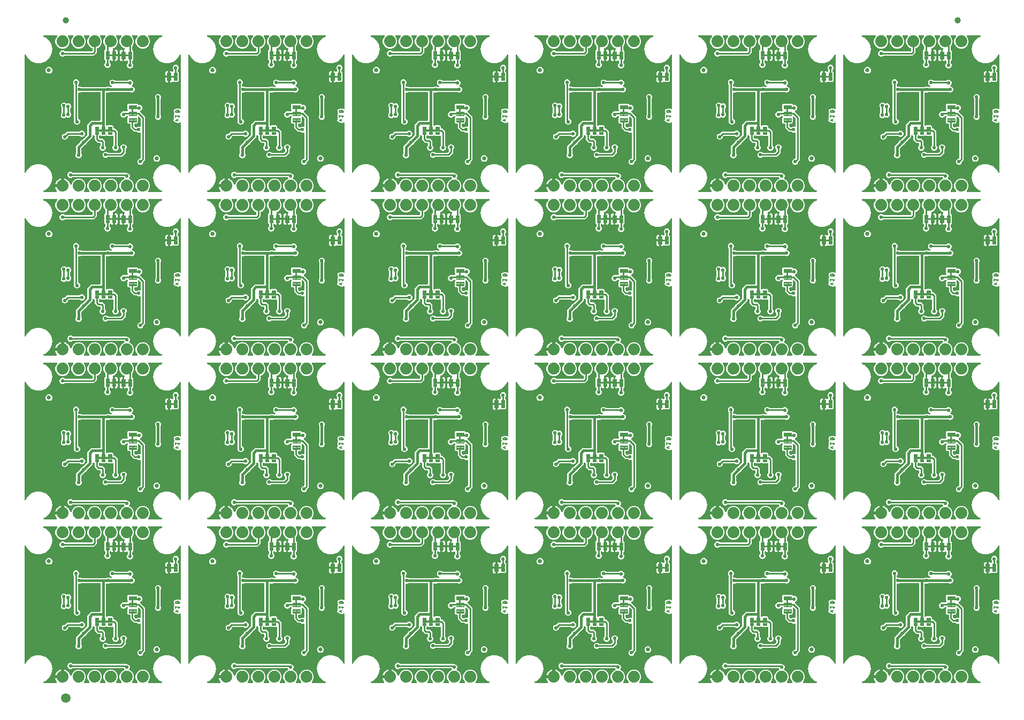
<source format=gbl>
G04 EAGLE Gerber RS-274X export*
G75*
%MOMM*%
%FSLAX34Y34*%
%LPD*%
%INBottom Copper*%
%IPPOS*%
%AMOC8*
5,1,8,0,0,1.08239X$1,22.5*%
G01*
%ADD10C,0.177800*%
%ADD11C,0.099059*%
%ADD12C,1.879600*%
%ADD13C,0.635000*%
%ADD14C,1.000000*%
%ADD15C,1.500000*%
%ADD16C,0.554000*%
%ADD17C,0.254000*%
%ADD18C,0.406400*%

G36*
X571463Y262134D02*
X571463Y262134D01*
X571503Y262131D01*
X571621Y262154D01*
X571739Y262169D01*
X571777Y262183D01*
X571816Y262191D01*
X571924Y262242D01*
X572035Y262286D01*
X572067Y262309D01*
X572103Y262326D01*
X572196Y262402D01*
X572293Y262472D01*
X572318Y262503D01*
X572349Y262528D01*
X572419Y262625D01*
X572495Y262717D01*
X572512Y262753D01*
X572536Y262786D01*
X572580Y262897D01*
X572631Y263005D01*
X572638Y263044D01*
X572653Y263081D01*
X572668Y263200D01*
X572691Y263317D01*
X572688Y263357D01*
X572693Y263397D01*
X572678Y263515D01*
X572671Y263635D01*
X572659Y263673D01*
X572654Y263712D01*
X572610Y263823D01*
X572573Y263937D01*
X572552Y263971D01*
X572537Y264008D01*
X572451Y264144D01*
X571449Y265523D01*
X570596Y267197D01*
X570015Y268984D01*
X569975Y269241D01*
X580390Y269241D01*
X580508Y269256D01*
X580627Y269263D01*
X580665Y269276D01*
X580705Y269281D01*
X580816Y269324D01*
X580929Y269361D01*
X580963Y269383D01*
X581001Y269398D01*
X581097Y269468D01*
X581198Y269531D01*
X581226Y269561D01*
X581258Y269584D01*
X581334Y269676D01*
X581416Y269763D01*
X581435Y269798D01*
X581461Y269829D01*
X581512Y269937D01*
X581569Y270041D01*
X581580Y270081D01*
X581597Y270117D01*
X581619Y270234D01*
X581649Y270349D01*
X581653Y270410D01*
X581657Y270430D01*
X581655Y270450D01*
X581659Y270510D01*
X581659Y271781D01*
X582930Y271781D01*
X583048Y271796D01*
X583167Y271803D01*
X583205Y271816D01*
X583245Y271821D01*
X583356Y271865D01*
X583469Y271901D01*
X583504Y271923D01*
X583541Y271938D01*
X583637Y272008D01*
X583738Y272071D01*
X583766Y272101D01*
X583799Y272125D01*
X583874Y272216D01*
X583956Y272303D01*
X583976Y272338D01*
X584001Y272370D01*
X584052Y272477D01*
X584110Y272582D01*
X584120Y272621D01*
X584137Y272657D01*
X584159Y272774D01*
X584189Y272889D01*
X584193Y272950D01*
X584197Y272970D01*
X584195Y272990D01*
X584199Y273050D01*
X584199Y283465D01*
X584456Y283425D01*
X586243Y282844D01*
X587917Y281991D01*
X589438Y280886D01*
X590766Y279558D01*
X591871Y278037D01*
X592724Y276363D01*
X593314Y274546D01*
X593340Y274460D01*
X593370Y274334D01*
X593384Y274307D01*
X593392Y274278D01*
X593458Y274167D01*
X593518Y274053D01*
X593539Y274030D01*
X593554Y274004D01*
X593645Y273913D01*
X593732Y273817D01*
X593757Y273801D01*
X593779Y273779D01*
X593890Y273714D01*
X593998Y273643D01*
X594027Y273633D01*
X594052Y273617D01*
X594176Y273581D01*
X594299Y273539D01*
X594329Y273537D01*
X594358Y273529D01*
X594487Y273524D01*
X594616Y273514D01*
X594646Y273519D01*
X594676Y273518D01*
X594802Y273546D01*
X594929Y273569D01*
X594957Y273581D01*
X594986Y273588D01*
X595101Y273646D01*
X595219Y273699D01*
X595243Y273718D01*
X595270Y273732D01*
X595367Y273817D01*
X595468Y273898D01*
X595486Y273922D01*
X595508Y273942D01*
X595581Y274049D01*
X595659Y274152D01*
X595678Y274191D01*
X595687Y274205D01*
X595695Y274225D01*
X595730Y274296D01*
X597369Y278255D01*
X600585Y281471D01*
X604786Y283211D01*
X609334Y283211D01*
X613535Y281471D01*
X616751Y278255D01*
X618491Y274054D01*
X618491Y269506D01*
X616751Y265305D01*
X615741Y264295D01*
X615656Y264186D01*
X615567Y264079D01*
X615558Y264060D01*
X615546Y264044D01*
X615491Y263917D01*
X615432Y263791D01*
X615428Y263771D01*
X615420Y263752D01*
X615398Y263614D01*
X615372Y263478D01*
X615373Y263458D01*
X615370Y263438D01*
X615383Y263299D01*
X615392Y263161D01*
X615398Y263142D01*
X615400Y263122D01*
X615447Y262990D01*
X615490Y262859D01*
X615500Y262841D01*
X615507Y262822D01*
X615585Y262707D01*
X615660Y262590D01*
X615674Y262576D01*
X615686Y262559D01*
X615790Y262467D01*
X615891Y262372D01*
X615909Y262362D01*
X615924Y262349D01*
X616048Y262286D01*
X616170Y262218D01*
X616189Y262213D01*
X616207Y262204D01*
X616343Y262174D01*
X616478Y262139D01*
X616506Y262137D01*
X616518Y262134D01*
X616538Y262135D01*
X616638Y262129D01*
X622882Y262129D01*
X623020Y262146D01*
X623158Y262159D01*
X623177Y262166D01*
X623197Y262169D01*
X623326Y262220D01*
X623457Y262267D01*
X623474Y262278D01*
X623493Y262286D01*
X623605Y262367D01*
X623720Y262445D01*
X623734Y262461D01*
X623750Y262472D01*
X623839Y262580D01*
X623931Y262684D01*
X623940Y262702D01*
X623953Y262717D01*
X624012Y262843D01*
X624075Y262967D01*
X624080Y262987D01*
X624088Y263005D01*
X624115Y263142D01*
X624145Y263277D01*
X624144Y263298D01*
X624148Y263317D01*
X624140Y263456D01*
X624135Y263595D01*
X624130Y263615D01*
X624128Y263635D01*
X624086Y263767D01*
X624047Y263901D01*
X624037Y263918D01*
X624030Y263937D01*
X623956Y264055D01*
X623885Y264175D01*
X623867Y264196D01*
X623860Y264206D01*
X623845Y264220D01*
X623779Y264295D01*
X622769Y265305D01*
X621029Y269506D01*
X621029Y274054D01*
X622769Y278255D01*
X625985Y281471D01*
X630186Y283211D01*
X634734Y283211D01*
X638935Y281471D01*
X642151Y278255D01*
X643891Y274054D01*
X643891Y269506D01*
X642151Y265305D01*
X641141Y264295D01*
X641056Y264186D01*
X640967Y264079D01*
X640958Y264060D01*
X640946Y264044D01*
X640891Y263917D01*
X640832Y263791D01*
X640828Y263771D01*
X640820Y263752D01*
X640798Y263614D01*
X640772Y263478D01*
X640773Y263458D01*
X640770Y263438D01*
X640783Y263299D01*
X640792Y263161D01*
X640798Y263142D01*
X640800Y263122D01*
X640847Y262990D01*
X640890Y262859D01*
X640900Y262841D01*
X640907Y262822D01*
X640985Y262707D01*
X641060Y262590D01*
X641074Y262576D01*
X641086Y262559D01*
X641190Y262467D01*
X641291Y262372D01*
X641309Y262362D01*
X641324Y262349D01*
X641448Y262286D01*
X641570Y262218D01*
X641589Y262213D01*
X641607Y262204D01*
X641743Y262174D01*
X641878Y262139D01*
X641906Y262137D01*
X641918Y262134D01*
X641938Y262135D01*
X642038Y262129D01*
X648282Y262129D01*
X648420Y262146D01*
X648558Y262159D01*
X648577Y262166D01*
X648597Y262169D01*
X648726Y262220D01*
X648857Y262267D01*
X648874Y262278D01*
X648893Y262286D01*
X649005Y262367D01*
X649120Y262445D01*
X649134Y262461D01*
X649150Y262472D01*
X649239Y262580D01*
X649331Y262684D01*
X649340Y262702D01*
X649353Y262717D01*
X649412Y262843D01*
X649475Y262967D01*
X649480Y262987D01*
X649488Y263005D01*
X649515Y263142D01*
X649545Y263277D01*
X649544Y263298D01*
X649548Y263317D01*
X649540Y263456D01*
X649535Y263595D01*
X649530Y263615D01*
X649528Y263635D01*
X649486Y263767D01*
X649447Y263901D01*
X649437Y263918D01*
X649430Y263937D01*
X649356Y264055D01*
X649285Y264175D01*
X649267Y264196D01*
X649260Y264206D01*
X649245Y264220D01*
X649179Y264295D01*
X648169Y265305D01*
X646429Y269506D01*
X646429Y274054D01*
X648169Y278255D01*
X651385Y281471D01*
X655586Y283211D01*
X660134Y283211D01*
X664335Y281471D01*
X667551Y278255D01*
X669291Y274054D01*
X669291Y269506D01*
X667551Y265305D01*
X666541Y264295D01*
X666456Y264186D01*
X666367Y264079D01*
X666358Y264060D01*
X666346Y264044D01*
X666291Y263917D01*
X666232Y263791D01*
X666228Y263771D01*
X666220Y263752D01*
X666198Y263614D01*
X666172Y263478D01*
X666173Y263458D01*
X666170Y263438D01*
X666183Y263299D01*
X666192Y263161D01*
X666198Y263142D01*
X666200Y263122D01*
X666247Y262990D01*
X666290Y262859D01*
X666300Y262841D01*
X666307Y262822D01*
X666385Y262707D01*
X666460Y262590D01*
X666474Y262576D01*
X666486Y262559D01*
X666590Y262467D01*
X666691Y262372D01*
X666709Y262362D01*
X666724Y262349D01*
X666848Y262286D01*
X666970Y262218D01*
X666989Y262213D01*
X667007Y262204D01*
X667143Y262174D01*
X667278Y262139D01*
X667306Y262137D01*
X667318Y262134D01*
X667338Y262135D01*
X667438Y262129D01*
X673682Y262129D01*
X673820Y262146D01*
X673958Y262159D01*
X673977Y262166D01*
X673997Y262169D01*
X674126Y262220D01*
X674257Y262267D01*
X674274Y262278D01*
X674293Y262286D01*
X674405Y262367D01*
X674520Y262445D01*
X674534Y262461D01*
X674550Y262472D01*
X674639Y262580D01*
X674731Y262684D01*
X674740Y262702D01*
X674753Y262717D01*
X674812Y262843D01*
X674875Y262967D01*
X674880Y262987D01*
X674888Y263005D01*
X674915Y263142D01*
X674945Y263277D01*
X674944Y263298D01*
X674948Y263317D01*
X674940Y263456D01*
X674935Y263595D01*
X674930Y263615D01*
X674928Y263635D01*
X674886Y263767D01*
X674847Y263901D01*
X674837Y263918D01*
X674830Y263937D01*
X674756Y264055D01*
X674685Y264175D01*
X674667Y264196D01*
X674660Y264206D01*
X674645Y264220D01*
X674579Y264295D01*
X673569Y265305D01*
X671829Y269506D01*
X671829Y274054D01*
X673569Y278255D01*
X676785Y281471D01*
X678730Y282276D01*
X678773Y282301D01*
X678820Y282318D01*
X678911Y282379D01*
X679006Y282434D01*
X679042Y282468D01*
X679083Y282496D01*
X679156Y282578D01*
X679235Y282655D01*
X679261Y282697D01*
X679294Y282735D01*
X679343Y282832D01*
X679401Y282926D01*
X679415Y282974D01*
X679438Y283018D01*
X679462Y283125D01*
X679494Y283230D01*
X679497Y283280D01*
X679508Y283328D01*
X679504Y283438D01*
X679510Y283548D01*
X679500Y283596D01*
X679498Y283646D01*
X679468Y283752D01*
X679445Y283859D01*
X679423Y283904D01*
X679410Y283952D01*
X679354Y284046D01*
X679306Y284145D01*
X679273Y284183D01*
X679248Y284226D01*
X679193Y284288D01*
X678912Y284966D01*
X678898Y284991D01*
X678889Y285019D01*
X678819Y285129D01*
X678755Y285242D01*
X678734Y285263D01*
X678719Y285288D01*
X678624Y285377D01*
X678534Y285470D01*
X678508Y285486D01*
X678487Y285506D01*
X678373Y285569D01*
X678263Y285637D01*
X678234Y285645D01*
X678208Y285660D01*
X678083Y285692D01*
X677959Y285730D01*
X677929Y285732D01*
X677901Y285739D01*
X677740Y285749D01*
X598121Y285749D01*
X598023Y285737D01*
X597924Y285734D01*
X597866Y285717D01*
X597806Y285709D01*
X597713Y285673D01*
X597618Y285645D01*
X597566Y285615D01*
X597510Y285592D01*
X597430Y285534D01*
X597344Y285484D01*
X597269Y285418D01*
X597253Y285406D01*
X597245Y285396D01*
X597224Y285378D01*
X596827Y284980D01*
X595061Y284249D01*
X593151Y284249D01*
X591385Y284980D01*
X590034Y286331D01*
X589303Y288097D01*
X589303Y290007D01*
X590034Y291773D01*
X591385Y293124D01*
X593151Y293855D01*
X595061Y293855D01*
X596827Y293124D01*
X597224Y292726D01*
X597302Y292666D01*
X597374Y292598D01*
X597427Y292569D01*
X597475Y292532D01*
X597566Y292492D01*
X597652Y292444D01*
X597711Y292429D01*
X597767Y292405D01*
X597865Y292390D01*
X597960Y292365D01*
X598060Y292359D01*
X598081Y292355D01*
X598093Y292357D01*
X598121Y292355D01*
X682596Y292355D01*
X682756Y292194D01*
X682835Y292134D01*
X682907Y292066D01*
X682960Y292037D01*
X683008Y292000D01*
X683099Y291960D01*
X683185Y291912D01*
X683244Y291897D01*
X683299Y291873D01*
X683397Y291858D01*
X683493Y291833D01*
X683593Y291827D01*
X683614Y291823D01*
X683626Y291825D01*
X683654Y291823D01*
X684215Y291823D01*
X685981Y291092D01*
X687332Y289741D01*
X688063Y287975D01*
X688063Y286065D01*
X687327Y284288D01*
X687311Y284274D01*
X687251Y284182D01*
X687183Y284095D01*
X687164Y284049D01*
X687136Y284008D01*
X687101Y283904D01*
X687057Y283803D01*
X687049Y283754D01*
X687033Y283707D01*
X687024Y283597D01*
X687007Y283489D01*
X687012Y283440D01*
X687008Y283390D01*
X687027Y283282D01*
X687037Y283173D01*
X687054Y283126D01*
X687062Y283077D01*
X687107Y282977D01*
X687145Y282873D01*
X687172Y282832D01*
X687193Y282787D01*
X687261Y282701D01*
X687323Y282610D01*
X687360Y282577D01*
X687391Y282538D01*
X687479Y282472D01*
X687561Y282400D01*
X687606Y282377D01*
X687646Y282347D01*
X687790Y282276D01*
X689735Y281471D01*
X692951Y278255D01*
X694691Y274054D01*
X694691Y269506D01*
X692951Y265305D01*
X691941Y264295D01*
X691856Y264186D01*
X691767Y264079D01*
X691758Y264060D01*
X691746Y264044D01*
X691691Y263917D01*
X691632Y263791D01*
X691628Y263771D01*
X691620Y263752D01*
X691598Y263614D01*
X691572Y263478D01*
X691573Y263458D01*
X691570Y263438D01*
X691583Y263299D01*
X691592Y263161D01*
X691598Y263142D01*
X691600Y263122D01*
X691647Y262990D01*
X691690Y262859D01*
X691700Y262841D01*
X691707Y262822D01*
X691785Y262707D01*
X691860Y262590D01*
X691874Y262576D01*
X691886Y262559D01*
X691990Y262467D01*
X692091Y262372D01*
X692109Y262362D01*
X692124Y262349D01*
X692248Y262286D01*
X692370Y262218D01*
X692389Y262213D01*
X692407Y262204D01*
X692543Y262174D01*
X692678Y262139D01*
X692706Y262137D01*
X692718Y262134D01*
X692738Y262135D01*
X692838Y262129D01*
X699082Y262129D01*
X699220Y262146D01*
X699358Y262159D01*
X699377Y262166D01*
X699397Y262169D01*
X699526Y262220D01*
X699657Y262267D01*
X699674Y262278D01*
X699693Y262286D01*
X699805Y262367D01*
X699920Y262445D01*
X699934Y262461D01*
X699950Y262472D01*
X700039Y262580D01*
X700131Y262684D01*
X700140Y262702D01*
X700153Y262717D01*
X700212Y262843D01*
X700275Y262967D01*
X700280Y262987D01*
X700288Y263005D01*
X700315Y263142D01*
X700345Y263277D01*
X700344Y263298D01*
X700348Y263317D01*
X700340Y263456D01*
X700335Y263595D01*
X700330Y263615D01*
X700328Y263635D01*
X700286Y263767D01*
X700247Y263901D01*
X700237Y263918D01*
X700230Y263937D01*
X700156Y264055D01*
X700085Y264175D01*
X700067Y264196D01*
X700060Y264206D01*
X700045Y264220D01*
X699979Y264295D01*
X698969Y265305D01*
X697229Y269506D01*
X697229Y274054D01*
X698969Y278255D01*
X702185Y281471D01*
X706386Y283211D01*
X710934Y283211D01*
X715135Y281471D01*
X718351Y278255D01*
X720091Y274054D01*
X720091Y269506D01*
X718351Y265305D01*
X717341Y264295D01*
X717256Y264186D01*
X717167Y264079D01*
X717158Y264060D01*
X717146Y264044D01*
X717091Y263917D01*
X717032Y263791D01*
X717028Y263771D01*
X717020Y263752D01*
X716998Y263614D01*
X716972Y263478D01*
X716973Y263458D01*
X716970Y263438D01*
X716983Y263299D01*
X716992Y263161D01*
X716998Y263142D01*
X717000Y263122D01*
X717047Y262990D01*
X717090Y262859D01*
X717100Y262841D01*
X717107Y262822D01*
X717185Y262707D01*
X717260Y262590D01*
X717274Y262576D01*
X717286Y262559D01*
X717390Y262467D01*
X717491Y262372D01*
X717509Y262362D01*
X717524Y262349D01*
X717648Y262286D01*
X717770Y262218D01*
X717789Y262213D01*
X717807Y262204D01*
X717943Y262174D01*
X718078Y262139D01*
X718106Y262137D01*
X718118Y262134D01*
X718138Y262135D01*
X718238Y262129D01*
X737844Y262129D01*
X737941Y262141D01*
X738038Y262144D01*
X738098Y262161D01*
X738160Y262169D01*
X738250Y262204D01*
X738344Y262231D01*
X738398Y262263D01*
X738456Y262286D01*
X738534Y262343D01*
X738618Y262392D01*
X738662Y262436D01*
X738713Y262472D01*
X738775Y262548D01*
X738844Y262616D01*
X738876Y262669D01*
X738916Y262717D01*
X738957Y262805D01*
X739007Y262889D01*
X739025Y262949D01*
X739051Y263005D01*
X739069Y263101D01*
X739097Y263194D01*
X739099Y263256D01*
X739111Y263317D01*
X739105Y263415D01*
X739108Y263512D01*
X739095Y263573D01*
X739091Y263635D01*
X739061Y263728D01*
X739040Y263823D01*
X739012Y263878D01*
X738993Y263937D01*
X738941Y264020D01*
X738897Y264107D01*
X738856Y264153D01*
X738823Y264206D01*
X738752Y264273D01*
X738688Y264346D01*
X738637Y264381D01*
X738591Y264424D01*
X738506Y264471D01*
X738426Y264526D01*
X738330Y264568D01*
X738313Y264578D01*
X738302Y264580D01*
X738278Y264591D01*
X735798Y265493D01*
X729965Y270388D01*
X726158Y276982D01*
X724836Y284480D01*
X726158Y291978D01*
X729965Y298572D01*
X735798Y303467D01*
X742953Y306071D01*
X750567Y306071D01*
X757722Y303467D01*
X763555Y298572D01*
X766743Y293050D01*
X766831Y292934D01*
X766916Y292816D01*
X766927Y292808D01*
X766935Y292797D01*
X767049Y292707D01*
X767161Y292613D01*
X767174Y292608D01*
X767184Y292599D01*
X767318Y292540D01*
X767449Y292478D01*
X767462Y292475D01*
X767475Y292470D01*
X767619Y292445D01*
X767762Y292418D01*
X767775Y292419D01*
X767788Y292417D01*
X767934Y292429D01*
X768079Y292438D01*
X768092Y292442D01*
X768105Y292443D01*
X768243Y292491D01*
X768381Y292536D01*
X768393Y292543D01*
X768406Y292548D01*
X768527Y292628D01*
X768650Y292706D01*
X768659Y292716D01*
X768671Y292723D01*
X768768Y292831D01*
X768868Y292938D01*
X768875Y292950D01*
X768884Y292960D01*
X768951Y293088D01*
X769022Y293216D01*
X769025Y293229D01*
X769031Y293241D01*
X769065Y293383D01*
X769101Y293524D01*
X769102Y293542D01*
X769104Y293551D01*
X769104Y293568D01*
X769111Y293685D01*
X769111Y371070D01*
X769099Y371164D01*
X769097Y371259D01*
X769080Y371321D01*
X769071Y371386D01*
X769037Y371474D01*
X769011Y371565D01*
X768978Y371621D01*
X768954Y371682D01*
X768899Y371758D01*
X768851Y371840D01*
X768806Y371886D01*
X768768Y371939D01*
X768695Y371999D01*
X768628Y372067D01*
X768573Y372100D01*
X768523Y372142D01*
X768437Y372182D01*
X768356Y372231D01*
X768294Y372250D01*
X768235Y372277D01*
X768142Y372295D01*
X768051Y372322D01*
X767986Y372325D01*
X767923Y372337D01*
X767828Y372331D01*
X767734Y372335D01*
X767670Y372321D01*
X767605Y372317D01*
X767515Y372288D01*
X767423Y372268D01*
X767320Y372225D01*
X767303Y372219D01*
X767294Y372214D01*
X767274Y372206D01*
X764902Y371019D01*
X760846Y372371D01*
X760837Y372373D01*
X760829Y372377D01*
X760681Y372404D01*
X760534Y372433D01*
X760525Y372433D01*
X760516Y372434D01*
X760367Y372424D01*
X760246Y372417D01*
X759404Y372838D01*
X759395Y372842D01*
X759387Y372847D01*
X759238Y372907D01*
X758336Y373208D01*
X758279Y373293D01*
X758272Y373299D01*
X758267Y373307D01*
X758154Y373405D01*
X758064Y373485D01*
X757767Y374378D01*
X757762Y374387D01*
X757760Y374396D01*
X757698Y374545D01*
X757273Y375395D01*
X757293Y375495D01*
X757292Y375504D01*
X757294Y375513D01*
X757284Y375661D01*
X757277Y375783D01*
X757698Y376625D01*
X757701Y376634D01*
X757706Y376642D01*
X757767Y376791D01*
X758058Y377666D01*
X758086Y377807D01*
X758118Y377947D01*
X758117Y377963D01*
X758120Y377978D01*
X758112Y378122D01*
X758108Y378265D01*
X758104Y378280D01*
X758103Y378296D01*
X758059Y378433D01*
X758020Y378570D01*
X758012Y378584D01*
X758007Y378599D01*
X757931Y378720D01*
X757858Y378844D01*
X757844Y378861D01*
X757839Y378869D01*
X757825Y378882D01*
X757752Y378965D01*
X757523Y379194D01*
X757523Y385143D01*
X758007Y385627D01*
X758015Y385638D01*
X758027Y385647D01*
X758113Y385764D01*
X758115Y385766D01*
X758172Y385835D01*
X758177Y385846D01*
X758202Y385878D01*
X758207Y385891D01*
X758216Y385903D01*
X758270Y386037D01*
X758328Y386170D01*
X758330Y386184D01*
X758336Y386197D01*
X758355Y386340D01*
X758378Y386484D01*
X758376Y386498D01*
X758378Y386513D01*
X758362Y386656D01*
X758348Y386801D01*
X758343Y386814D01*
X758341Y386828D01*
X758289Y386964D01*
X758240Y387100D01*
X758232Y387112D01*
X758227Y387125D01*
X758142Y387262D01*
X757523Y388129D01*
X757523Y390838D01*
X758873Y392729D01*
X758922Y392819D01*
X758979Y392905D01*
X758982Y392913D01*
X759007Y392934D01*
X759095Y393042D01*
X760133Y393398D01*
X760137Y393400D01*
X760278Y393458D01*
X761737Y394169D01*
X765501Y394169D01*
X766228Y393815D01*
X766357Y393771D01*
X766485Y393722D01*
X766516Y393717D01*
X766529Y393713D01*
X766550Y393711D01*
X766644Y393694D01*
X766914Y393664D01*
X766916Y393661D01*
X767001Y393592D01*
X767079Y393516D01*
X767123Y393491D01*
X767161Y393459D01*
X767260Y393412D01*
X767355Y393358D01*
X767404Y393345D01*
X767449Y393323D01*
X767556Y393303D01*
X767662Y393274D01*
X767712Y393273D01*
X767762Y393263D01*
X767870Y393270D01*
X767980Y393268D01*
X768029Y393280D01*
X768079Y393283D01*
X768183Y393317D01*
X768289Y393342D01*
X768334Y393366D01*
X768381Y393381D01*
X768474Y393440D01*
X768570Y393491D01*
X768608Y393524D01*
X768650Y393551D01*
X768725Y393631D01*
X768806Y393704D01*
X768834Y393746D01*
X768868Y393783D01*
X768921Y393879D01*
X768981Y393970D01*
X768997Y394017D01*
X769022Y394061D01*
X769049Y394167D01*
X769084Y394271D01*
X769088Y394321D01*
X769101Y394369D01*
X769111Y394530D01*
X769111Y478475D01*
X769093Y478620D01*
X769078Y478765D01*
X769073Y478777D01*
X769071Y478791D01*
X769018Y478926D01*
X768967Y479063D01*
X768959Y479074D01*
X768954Y479086D01*
X768869Y479204D01*
X768786Y479324D01*
X768775Y479333D01*
X768768Y479344D01*
X768656Y479437D01*
X768545Y479532D01*
X768533Y479538D01*
X768523Y479547D01*
X768391Y479608D01*
X768260Y479674D01*
X768247Y479676D01*
X768235Y479682D01*
X768093Y479709D01*
X767949Y479740D01*
X767936Y479739D01*
X767923Y479742D01*
X767778Y479733D01*
X767632Y479727D01*
X767619Y479723D01*
X767605Y479722D01*
X767467Y479677D01*
X767327Y479635D01*
X767315Y479628D01*
X767303Y479624D01*
X767180Y479546D01*
X767055Y479471D01*
X767045Y479461D01*
X767034Y479454D01*
X766934Y479348D01*
X766832Y479244D01*
X766822Y479229D01*
X766816Y479222D01*
X766808Y479207D01*
X766743Y479110D01*
X763555Y473588D01*
X757722Y468693D01*
X750567Y466089D01*
X742953Y466089D01*
X735798Y468693D01*
X729965Y473588D01*
X726158Y480182D01*
X724836Y487680D01*
X726158Y495178D01*
X729965Y501772D01*
X735798Y506667D01*
X738278Y507569D01*
X738365Y507614D01*
X738456Y507650D01*
X738506Y507686D01*
X738561Y507715D01*
X738634Y507779D01*
X738713Y507836D01*
X738753Y507884D01*
X738799Y507926D01*
X738854Y508006D01*
X738916Y508081D01*
X738942Y508138D01*
X738977Y508189D01*
X739010Y508281D01*
X739051Y508369D01*
X739063Y508430D01*
X739084Y508489D01*
X739093Y508586D01*
X739111Y508682D01*
X739107Y508744D01*
X739113Y508806D01*
X739097Y508902D01*
X739091Y508999D01*
X739072Y509058D01*
X739062Y509120D01*
X739023Y509209D01*
X738993Y509301D01*
X738960Y509354D01*
X738935Y509411D01*
X738875Y509488D01*
X738823Y509570D01*
X738778Y509613D01*
X738739Y509662D01*
X738662Y509721D01*
X738591Y509788D01*
X738537Y509818D01*
X738488Y509856D01*
X738398Y509895D01*
X738313Y509942D01*
X738253Y509957D01*
X738195Y509982D01*
X738099Y509997D01*
X738005Y510021D01*
X737901Y510028D01*
X737881Y510031D01*
X737870Y510030D01*
X737844Y510031D01*
X718238Y510031D01*
X718100Y510014D01*
X717962Y510001D01*
X717943Y509994D01*
X717923Y509991D01*
X717794Y509940D01*
X717663Y509893D01*
X717646Y509882D01*
X717627Y509874D01*
X717515Y509793D01*
X717400Y509715D01*
X717386Y509699D01*
X717370Y509688D01*
X717281Y509580D01*
X717189Y509476D01*
X717180Y509458D01*
X717167Y509443D01*
X717108Y509317D01*
X717045Y509193D01*
X717040Y509173D01*
X717032Y509155D01*
X717005Y509018D01*
X716975Y508883D01*
X716976Y508862D01*
X716972Y508843D01*
X716980Y508704D01*
X716985Y508565D01*
X716990Y508545D01*
X716992Y508525D01*
X717034Y508393D01*
X717073Y508259D01*
X717083Y508242D01*
X717090Y508223D01*
X717164Y508105D01*
X717235Y507985D01*
X717253Y507964D01*
X717260Y507954D01*
X717275Y507940D01*
X717341Y507865D01*
X718351Y506855D01*
X720091Y502654D01*
X720091Y498106D01*
X718351Y493905D01*
X715135Y490689D01*
X710934Y488949D01*
X706386Y488949D01*
X702185Y490689D01*
X698969Y493905D01*
X697229Y498106D01*
X697229Y502654D01*
X698969Y506855D01*
X699979Y507865D01*
X700064Y507974D01*
X700153Y508081D01*
X700162Y508100D01*
X700174Y508116D01*
X700229Y508243D01*
X700288Y508369D01*
X700292Y508389D01*
X700300Y508408D01*
X700322Y508546D01*
X700348Y508682D01*
X700347Y508702D01*
X700350Y508722D01*
X700337Y508861D01*
X700328Y508999D01*
X700322Y509018D01*
X700320Y509038D01*
X700273Y509170D01*
X700230Y509301D01*
X700220Y509319D01*
X700213Y509338D01*
X700135Y509453D01*
X700060Y509570D01*
X700046Y509584D01*
X700034Y509601D01*
X699930Y509693D01*
X699829Y509788D01*
X699811Y509798D01*
X699796Y509811D01*
X699672Y509874D01*
X699550Y509942D01*
X699531Y509947D01*
X699513Y509956D01*
X699377Y509986D01*
X699242Y510021D01*
X699214Y510023D01*
X699202Y510026D01*
X699182Y510025D01*
X699082Y510031D01*
X692838Y510031D01*
X692700Y510014D01*
X692562Y510001D01*
X692543Y509994D01*
X692523Y509991D01*
X692394Y509940D01*
X692263Y509893D01*
X692246Y509882D01*
X692227Y509874D01*
X692115Y509793D01*
X692000Y509715D01*
X691986Y509699D01*
X691970Y509688D01*
X691881Y509580D01*
X691789Y509476D01*
X691780Y509458D01*
X691767Y509443D01*
X691708Y509317D01*
X691645Y509193D01*
X691640Y509173D01*
X691632Y509155D01*
X691605Y509018D01*
X691575Y508883D01*
X691576Y508862D01*
X691572Y508843D01*
X691580Y508704D01*
X691585Y508565D01*
X691590Y508545D01*
X691592Y508525D01*
X691634Y508393D01*
X691673Y508259D01*
X691683Y508242D01*
X691690Y508223D01*
X691764Y508105D01*
X691835Y507985D01*
X691853Y507964D01*
X691860Y507954D01*
X691875Y507940D01*
X691941Y507865D01*
X692951Y506855D01*
X694691Y502654D01*
X694691Y498106D01*
X692951Y493905D01*
X691887Y492842D01*
X691827Y492764D01*
X691759Y492692D01*
X691730Y492639D01*
X691693Y492591D01*
X691653Y492500D01*
X691605Y492413D01*
X691590Y492355D01*
X691566Y492299D01*
X691551Y492201D01*
X691526Y492105D01*
X691520Y492005D01*
X691516Y491985D01*
X691518Y491972D01*
X691516Y491944D01*
X691516Y487742D01*
X691528Y487643D01*
X691531Y487544D01*
X691548Y487486D01*
X691556Y487426D01*
X691592Y487334D01*
X691620Y487239D01*
X691650Y487187D01*
X691673Y487130D01*
X691731Y487050D01*
X691781Y486965D01*
X691847Y486890D01*
X691859Y486873D01*
X691869Y486865D01*
X691887Y486844D01*
X693548Y485184D01*
X693548Y471380D01*
X691887Y469720D01*
X691827Y469642D01*
X691759Y469570D01*
X691730Y469517D01*
X691693Y469469D01*
X691653Y469378D01*
X691605Y469291D01*
X691590Y469232D01*
X691566Y469177D01*
X691551Y469079D01*
X691526Y468983D01*
X691520Y468883D01*
X691516Y468863D01*
X691518Y468850D01*
X691516Y468822D01*
X691516Y466422D01*
X691528Y466324D01*
X691531Y466225D01*
X691548Y466167D01*
X691556Y466107D01*
X691592Y466014D01*
X691620Y465919D01*
X691650Y465867D01*
X691673Y465811D01*
X691731Y465731D01*
X691781Y465645D01*
X691847Y465570D01*
X691859Y465554D01*
X691869Y465546D01*
X691887Y465525D01*
X692412Y465001D01*
X693143Y463235D01*
X693143Y461325D01*
X692412Y459559D01*
X691061Y458208D01*
X689295Y457477D01*
X687385Y457477D01*
X685619Y458208D01*
X684268Y459559D01*
X683537Y461325D01*
X683537Y463235D01*
X684268Y465001D01*
X684539Y465271D01*
X684599Y465349D01*
X684667Y465421D01*
X684696Y465474D01*
X684733Y465522D01*
X684773Y465613D01*
X684821Y465699D01*
X684836Y465758D01*
X684860Y465814D01*
X684875Y465912D01*
X684900Y466007D01*
X684906Y466107D01*
X684910Y466128D01*
X684908Y466140D01*
X684910Y466168D01*
X684910Y468822D01*
X684898Y468921D01*
X684895Y469020D01*
X684878Y469078D01*
X684870Y469138D01*
X684834Y469230D01*
X684806Y469325D01*
X684776Y469377D01*
X684753Y469434D01*
X684695Y469514D01*
X684645Y469599D01*
X684579Y469674D01*
X684567Y469691D01*
X684557Y469699D01*
X684539Y469720D01*
X684263Y469996D01*
X684169Y470069D01*
X684079Y470148D01*
X684043Y470166D01*
X684012Y470191D01*
X683902Y470238D01*
X683796Y470292D01*
X683757Y470301D01*
X683720Y470317D01*
X683602Y470336D01*
X683486Y470362D01*
X683445Y470360D01*
X683406Y470367D01*
X683287Y470356D01*
X683168Y470352D01*
X683129Y470341D01*
X683089Y470337D01*
X682977Y470297D01*
X682862Y470264D01*
X682828Y470243D01*
X682790Y470229D01*
X682691Y470162D01*
X682588Y470102D01*
X682543Y470062D01*
X682527Y470051D01*
X682513Y470036D01*
X682471Y469998D01*
X681778Y469598D01*
X681005Y469391D01*
X679449Y469391D01*
X679449Y476949D01*
X689991Y476949D01*
X690010Y476961D01*
X690032Y476965D01*
X690039Y476980D01*
X690048Y476986D01*
X690047Y476996D01*
X690054Y477012D01*
X690054Y479552D01*
X690042Y479571D01*
X690038Y479593D01*
X690023Y479600D01*
X690017Y479609D01*
X690007Y479608D01*
X689991Y479615D01*
X679449Y479615D01*
X679449Y487307D01*
X679506Y487330D01*
X679562Y487371D01*
X679624Y487403D01*
X679690Y487464D01*
X679763Y487516D01*
X679807Y487570D01*
X679859Y487617D01*
X679908Y487692D01*
X679966Y487761D01*
X679995Y487825D01*
X680034Y487883D01*
X680063Y487968D01*
X680101Y488049D01*
X680114Y488118D01*
X680137Y488184D01*
X680144Y488273D01*
X680161Y488361D01*
X680157Y488431D01*
X680162Y488501D01*
X680147Y488589D01*
X680141Y488679D01*
X680120Y488745D01*
X680108Y488814D01*
X680071Y488896D01*
X680043Y488981D01*
X680006Y489040D01*
X679977Y489104D01*
X679921Y489174D01*
X679873Y489250D01*
X679822Y489298D01*
X679779Y489352D01*
X679707Y489407D01*
X679641Y489468D01*
X679580Y489502D01*
X679525Y489544D01*
X679380Y489615D01*
X676785Y490689D01*
X673569Y493905D01*
X671829Y498106D01*
X671829Y502654D01*
X673569Y506855D01*
X674579Y507865D01*
X674664Y507974D01*
X674753Y508081D01*
X674762Y508100D01*
X674774Y508116D01*
X674829Y508243D01*
X674888Y508369D01*
X674892Y508389D01*
X674900Y508408D01*
X674922Y508546D01*
X674948Y508682D01*
X674947Y508702D01*
X674950Y508722D01*
X674937Y508861D01*
X674928Y508999D01*
X674922Y509018D01*
X674920Y509038D01*
X674873Y509170D01*
X674830Y509301D01*
X674820Y509319D01*
X674813Y509338D01*
X674735Y509453D01*
X674660Y509570D01*
X674646Y509584D01*
X674634Y509601D01*
X674530Y509693D01*
X674429Y509788D01*
X674411Y509798D01*
X674396Y509811D01*
X674272Y509874D01*
X674150Y509942D01*
X674131Y509947D01*
X674113Y509956D01*
X673977Y509986D01*
X673842Y510021D01*
X673814Y510023D01*
X673802Y510026D01*
X673782Y510025D01*
X673682Y510031D01*
X667438Y510031D01*
X667300Y510014D01*
X667162Y510001D01*
X667143Y509994D01*
X667123Y509991D01*
X666994Y509940D01*
X666863Y509893D01*
X666846Y509882D01*
X666827Y509874D01*
X666715Y509793D01*
X666600Y509715D01*
X666586Y509699D01*
X666570Y509688D01*
X666481Y509580D01*
X666389Y509476D01*
X666380Y509458D01*
X666367Y509443D01*
X666308Y509317D01*
X666245Y509193D01*
X666240Y509173D01*
X666232Y509155D01*
X666205Y509018D01*
X666175Y508883D01*
X666176Y508862D01*
X666172Y508843D01*
X666180Y508704D01*
X666185Y508565D01*
X666190Y508545D01*
X666192Y508525D01*
X666234Y508393D01*
X666273Y508259D01*
X666283Y508242D01*
X666290Y508223D01*
X666364Y508105D01*
X666435Y507985D01*
X666453Y507964D01*
X666460Y507954D01*
X666475Y507940D01*
X666541Y507865D01*
X667551Y506855D01*
X669291Y502654D01*
X669291Y498106D01*
X667551Y493905D01*
X664335Y490689D01*
X662200Y489805D01*
X662175Y489791D01*
X662147Y489782D01*
X662037Y489712D01*
X661924Y489648D01*
X661903Y489627D01*
X661878Y489611D01*
X661789Y489517D01*
X661696Y489426D01*
X661680Y489401D01*
X661660Y489380D01*
X661597Y489266D01*
X661529Y489155D01*
X661521Y489127D01*
X661506Y489101D01*
X661474Y488975D01*
X661436Y488851D01*
X661434Y488822D01*
X661427Y488793D01*
X661417Y488633D01*
X661417Y479869D01*
X650875Y479869D01*
X650856Y479857D01*
X650834Y479853D01*
X650827Y479838D01*
X650818Y479832D01*
X650819Y479822D01*
X650812Y479806D01*
X650812Y477266D01*
X650824Y477247D01*
X650828Y477225D01*
X650843Y477218D01*
X650849Y477209D01*
X650859Y477210D01*
X650875Y477203D01*
X661417Y477203D01*
X661417Y469645D01*
X659861Y469645D01*
X659088Y469852D01*
X658394Y470253D01*
X658304Y470323D01*
X658215Y470401D01*
X658179Y470420D01*
X658147Y470445D01*
X658038Y470492D01*
X657932Y470546D01*
X657892Y470555D01*
X657855Y470571D01*
X657738Y470590D01*
X657621Y470616D01*
X657581Y470614D01*
X657541Y470621D01*
X657423Y470610D01*
X657304Y470606D01*
X657265Y470595D01*
X657225Y470591D01*
X657112Y470551D01*
X656998Y470518D01*
X656963Y470497D01*
X656925Y470483D01*
X656827Y470417D01*
X656724Y470356D01*
X656679Y470316D01*
X656662Y470305D01*
X656649Y470290D01*
X656603Y470250D01*
X656454Y470101D01*
X656394Y470023D01*
X656326Y469951D01*
X656297Y469898D01*
X656260Y469850D01*
X656220Y469759D01*
X656172Y469672D01*
X656157Y469613D01*
X656133Y469558D01*
X656118Y469460D01*
X656093Y469364D01*
X656087Y469264D01*
X656083Y469244D01*
X656085Y469231D01*
X656083Y469203D01*
X656083Y467565D01*
X656095Y467467D01*
X656098Y467368D01*
X656115Y467310D01*
X656123Y467250D01*
X656159Y467157D01*
X656187Y467062D01*
X656217Y467010D01*
X656240Y466954D01*
X656298Y466874D01*
X656348Y466788D01*
X656414Y466713D01*
X656426Y466697D01*
X656436Y466689D01*
X656454Y466668D01*
X656852Y466271D01*
X657583Y464505D01*
X657583Y462595D01*
X656852Y460829D01*
X655501Y459478D01*
X653735Y458747D01*
X651825Y458747D01*
X650059Y459478D01*
X648708Y460829D01*
X647977Y462595D01*
X647977Y464505D01*
X648708Y466271D01*
X649106Y466668D01*
X649166Y466746D01*
X649234Y466818D01*
X649263Y466871D01*
X649300Y466919D01*
X649340Y467010D01*
X649388Y467096D01*
X649403Y467155D01*
X649427Y467211D01*
X649442Y467309D01*
X649467Y467404D01*
X649473Y467504D01*
X649477Y467525D01*
X649475Y467537D01*
X649477Y467565D01*
X649477Y468949D01*
X649465Y469048D01*
X649462Y469147D01*
X649445Y469205D01*
X649437Y469265D01*
X649401Y469357D01*
X649373Y469452D01*
X649343Y469504D01*
X649320Y469561D01*
X649262Y469641D01*
X649212Y469726D01*
X649146Y469801D01*
X649134Y469818D01*
X649124Y469826D01*
X649106Y469847D01*
X647318Y471634D01*
X647318Y485438D01*
X648979Y487098D01*
X649039Y487176D01*
X649107Y487248D01*
X649136Y487301D01*
X649173Y487349D01*
X649213Y487440D01*
X649261Y487527D01*
X649276Y487586D01*
X649300Y487641D01*
X649315Y487739D01*
X649340Y487835D01*
X649346Y487935D01*
X649350Y487955D01*
X649348Y487968D01*
X649350Y487996D01*
X649350Y492198D01*
X649338Y492297D01*
X649335Y492396D01*
X649318Y492454D01*
X649310Y492514D01*
X649274Y492606D01*
X649246Y492701D01*
X649216Y492753D01*
X649193Y492810D01*
X649135Y492890D01*
X649085Y492975D01*
X649019Y493051D01*
X649007Y493067D01*
X648997Y493075D01*
X648979Y493096D01*
X648169Y493905D01*
X646429Y498106D01*
X646429Y502654D01*
X648169Y506855D01*
X649179Y507865D01*
X649264Y507974D01*
X649353Y508081D01*
X649362Y508100D01*
X649374Y508116D01*
X649429Y508243D01*
X649488Y508369D01*
X649492Y508389D01*
X649500Y508408D01*
X649522Y508546D01*
X649548Y508682D01*
X649547Y508702D01*
X649550Y508722D01*
X649537Y508861D01*
X649528Y508999D01*
X649522Y509018D01*
X649520Y509038D01*
X649473Y509170D01*
X649430Y509301D01*
X649420Y509319D01*
X649413Y509338D01*
X649335Y509453D01*
X649260Y509570D01*
X649246Y509584D01*
X649234Y509601D01*
X649130Y509693D01*
X649029Y509788D01*
X649011Y509798D01*
X648996Y509811D01*
X648872Y509874D01*
X648750Y509942D01*
X648731Y509947D01*
X648713Y509956D01*
X648577Y509986D01*
X648442Y510021D01*
X648414Y510023D01*
X648402Y510026D01*
X648382Y510025D01*
X648282Y510031D01*
X642038Y510031D01*
X641900Y510014D01*
X641762Y510001D01*
X641743Y509994D01*
X641723Y509991D01*
X641594Y509940D01*
X641463Y509893D01*
X641446Y509882D01*
X641427Y509874D01*
X641315Y509793D01*
X641200Y509715D01*
X641186Y509699D01*
X641170Y509688D01*
X641081Y509580D01*
X640989Y509476D01*
X640980Y509458D01*
X640967Y509443D01*
X640908Y509317D01*
X640845Y509193D01*
X640840Y509173D01*
X640832Y509155D01*
X640805Y509018D01*
X640775Y508883D01*
X640776Y508862D01*
X640772Y508843D01*
X640780Y508704D01*
X640785Y508565D01*
X640790Y508545D01*
X640792Y508525D01*
X640834Y508393D01*
X640873Y508259D01*
X640883Y508242D01*
X640890Y508223D01*
X640964Y508105D01*
X641035Y507985D01*
X641053Y507964D01*
X641060Y507954D01*
X641075Y507940D01*
X641141Y507865D01*
X642151Y506855D01*
X643891Y502654D01*
X643891Y498106D01*
X642151Y493905D01*
X638935Y490689D01*
X636546Y489700D01*
X636521Y489685D01*
X636493Y489676D01*
X636383Y489607D01*
X636270Y489543D01*
X636249Y489522D01*
X636224Y489506D01*
X636135Y489412D01*
X636042Y489321D01*
X636026Y489296D01*
X636006Y489275D01*
X635943Y489161D01*
X635875Y489050D01*
X635867Y489022D01*
X635852Y488996D01*
X635820Y488870D01*
X635782Y488746D01*
X635780Y488717D01*
X635773Y488688D01*
X635763Y488527D01*
X635763Y482502D01*
X631288Y478027D01*
X585675Y478027D01*
X585577Y478015D01*
X585478Y478012D01*
X585420Y477995D01*
X585360Y477987D01*
X585267Y477951D01*
X585172Y477923D01*
X585120Y477893D01*
X585064Y477870D01*
X584984Y477812D01*
X584898Y477762D01*
X584823Y477696D01*
X584807Y477684D01*
X584799Y477674D01*
X584778Y477656D01*
X584381Y477258D01*
X582615Y476527D01*
X580705Y476527D01*
X578939Y477258D01*
X577588Y478609D01*
X576857Y480375D01*
X576857Y482285D01*
X577588Y484051D01*
X578939Y485402D01*
X580705Y486133D01*
X582615Y486133D01*
X584381Y485402D01*
X584778Y485004D01*
X584856Y484944D01*
X584928Y484876D01*
X584981Y484847D01*
X585029Y484810D01*
X585120Y484770D01*
X585206Y484722D01*
X585265Y484707D01*
X585321Y484683D01*
X585419Y484668D01*
X585514Y484643D01*
X585614Y484637D01*
X585635Y484633D01*
X585647Y484635D01*
X585675Y484633D01*
X627888Y484633D01*
X628006Y484648D01*
X628125Y484655D01*
X628163Y484668D01*
X628204Y484673D01*
X628314Y484716D01*
X628427Y484753D01*
X628462Y484775D01*
X628499Y484790D01*
X628595Y484859D01*
X628696Y484923D01*
X628724Y484953D01*
X628757Y484976D01*
X628833Y485068D01*
X628914Y485155D01*
X628934Y485190D01*
X628959Y485221D01*
X629010Y485329D01*
X629068Y485433D01*
X629078Y485473D01*
X629095Y485509D01*
X629117Y485626D01*
X629147Y485741D01*
X629151Y485801D01*
X629155Y485821D01*
X629153Y485842D01*
X629157Y485902D01*
X629157Y488527D01*
X629154Y488557D01*
X629156Y488586D01*
X629134Y488714D01*
X629117Y488843D01*
X629107Y488870D01*
X629102Y488899D01*
X629048Y489018D01*
X629000Y489139D01*
X628983Y489163D01*
X628971Y489189D01*
X628890Y489291D01*
X628814Y489396D01*
X628791Y489415D01*
X628772Y489438D01*
X628669Y489516D01*
X628569Y489599D01*
X628542Y489611D01*
X628518Y489629D01*
X628374Y489700D01*
X625985Y490689D01*
X622769Y493905D01*
X621029Y498106D01*
X621029Y502654D01*
X622769Y506855D01*
X623779Y507865D01*
X623864Y507974D01*
X623953Y508081D01*
X623962Y508100D01*
X623974Y508116D01*
X624029Y508243D01*
X624088Y508369D01*
X624092Y508389D01*
X624100Y508408D01*
X624122Y508546D01*
X624148Y508682D01*
X624147Y508702D01*
X624150Y508722D01*
X624137Y508861D01*
X624128Y508999D01*
X624122Y509018D01*
X624120Y509038D01*
X624073Y509170D01*
X624030Y509301D01*
X624020Y509319D01*
X624013Y509338D01*
X623935Y509453D01*
X623860Y509570D01*
X623846Y509584D01*
X623834Y509601D01*
X623730Y509693D01*
X623629Y509788D01*
X623611Y509798D01*
X623596Y509811D01*
X623472Y509874D01*
X623350Y509942D01*
X623331Y509947D01*
X623313Y509956D01*
X623177Y509986D01*
X623042Y510021D01*
X623014Y510023D01*
X623002Y510026D01*
X622982Y510025D01*
X622882Y510031D01*
X616638Y510031D01*
X616500Y510014D01*
X616362Y510001D01*
X616343Y509994D01*
X616323Y509991D01*
X616194Y509940D01*
X616063Y509893D01*
X616046Y509882D01*
X616027Y509874D01*
X615915Y509793D01*
X615800Y509715D01*
X615786Y509699D01*
X615770Y509688D01*
X615681Y509580D01*
X615589Y509476D01*
X615580Y509458D01*
X615567Y509443D01*
X615508Y509317D01*
X615445Y509193D01*
X615440Y509173D01*
X615432Y509155D01*
X615405Y509018D01*
X615375Y508883D01*
X615376Y508862D01*
X615372Y508843D01*
X615380Y508704D01*
X615385Y508565D01*
X615390Y508545D01*
X615392Y508525D01*
X615434Y508393D01*
X615473Y508259D01*
X615483Y508242D01*
X615490Y508223D01*
X615564Y508105D01*
X615635Y507985D01*
X615653Y507964D01*
X615660Y507954D01*
X615675Y507940D01*
X615741Y507865D01*
X616751Y506855D01*
X618491Y502654D01*
X618491Y498106D01*
X616751Y493905D01*
X613535Y490689D01*
X609334Y488949D01*
X604786Y488949D01*
X600585Y490689D01*
X597369Y493905D01*
X595629Y498106D01*
X595629Y502654D01*
X597369Y506855D01*
X598379Y507865D01*
X598464Y507974D01*
X598553Y508081D01*
X598562Y508100D01*
X598574Y508116D01*
X598629Y508243D01*
X598688Y508369D01*
X598692Y508389D01*
X598700Y508408D01*
X598722Y508546D01*
X598748Y508682D01*
X598747Y508702D01*
X598750Y508722D01*
X598737Y508861D01*
X598728Y508999D01*
X598722Y509018D01*
X598720Y509038D01*
X598673Y509170D01*
X598630Y509301D01*
X598620Y509319D01*
X598613Y509338D01*
X598535Y509453D01*
X598460Y509570D01*
X598446Y509584D01*
X598434Y509601D01*
X598330Y509693D01*
X598229Y509788D01*
X598211Y509798D01*
X598196Y509811D01*
X598072Y509874D01*
X597950Y509942D01*
X597931Y509947D01*
X597913Y509956D01*
X597777Y509986D01*
X597642Y510021D01*
X597614Y510023D01*
X597602Y510026D01*
X597582Y510025D01*
X597482Y510031D01*
X591238Y510031D01*
X591100Y510014D01*
X590962Y510001D01*
X590943Y509994D01*
X590923Y509991D01*
X590794Y509940D01*
X590663Y509893D01*
X590646Y509882D01*
X590627Y509874D01*
X590515Y509793D01*
X590400Y509715D01*
X590386Y509699D01*
X590370Y509688D01*
X590281Y509580D01*
X590189Y509476D01*
X590180Y509458D01*
X590167Y509443D01*
X590108Y509317D01*
X590045Y509193D01*
X590040Y509173D01*
X590032Y509155D01*
X590005Y509018D01*
X589975Y508883D01*
X589976Y508862D01*
X589972Y508843D01*
X589980Y508704D01*
X589985Y508565D01*
X589990Y508545D01*
X589992Y508525D01*
X590034Y508393D01*
X590073Y508259D01*
X590083Y508242D01*
X590090Y508223D01*
X590164Y508105D01*
X590235Y507985D01*
X590253Y507964D01*
X590260Y507954D01*
X590275Y507940D01*
X590341Y507865D01*
X591351Y506855D01*
X593091Y502654D01*
X593091Y498106D01*
X591351Y493905D01*
X588135Y490689D01*
X583934Y488949D01*
X579386Y488949D01*
X575185Y490689D01*
X571969Y493905D01*
X570229Y498106D01*
X570229Y502654D01*
X571969Y506855D01*
X572979Y507865D01*
X573064Y507974D01*
X573153Y508081D01*
X573162Y508100D01*
X573174Y508116D01*
X573229Y508243D01*
X573288Y508369D01*
X573292Y508389D01*
X573300Y508408D01*
X573322Y508546D01*
X573348Y508682D01*
X573347Y508702D01*
X573350Y508722D01*
X573337Y508861D01*
X573328Y508999D01*
X573322Y509018D01*
X573320Y509038D01*
X573273Y509170D01*
X573230Y509301D01*
X573220Y509319D01*
X573213Y509338D01*
X573135Y509453D01*
X573060Y509570D01*
X573046Y509584D01*
X573034Y509601D01*
X572930Y509693D01*
X572829Y509788D01*
X572811Y509798D01*
X572796Y509811D01*
X572672Y509874D01*
X572550Y509942D01*
X572531Y509947D01*
X572513Y509956D01*
X572377Y509986D01*
X572242Y510021D01*
X572214Y510023D01*
X572202Y510026D01*
X572182Y510025D01*
X572082Y510031D01*
X552476Y510031D01*
X552379Y510019D01*
X552282Y510016D01*
X552222Y509999D01*
X552160Y509991D01*
X552070Y509956D01*
X551976Y509929D01*
X551922Y509897D01*
X551864Y509874D01*
X551786Y509817D01*
X551702Y509768D01*
X551658Y509724D01*
X551607Y509688D01*
X551545Y509612D01*
X551476Y509544D01*
X551444Y509491D01*
X551404Y509443D01*
X551363Y509355D01*
X551313Y509271D01*
X551295Y509211D01*
X551269Y509155D01*
X551251Y509059D01*
X551223Y508966D01*
X551221Y508904D01*
X551209Y508843D01*
X551215Y508745D01*
X551212Y508648D01*
X551225Y508587D01*
X551229Y508525D01*
X551259Y508432D01*
X551280Y508337D01*
X551308Y508282D01*
X551327Y508223D01*
X551379Y508140D01*
X551423Y508053D01*
X551464Y508007D01*
X551497Y507954D01*
X551568Y507887D01*
X551632Y507814D01*
X551683Y507779D01*
X551729Y507736D01*
X551814Y507689D01*
X551894Y507634D01*
X551990Y507592D01*
X552007Y507582D01*
X552018Y507580D01*
X552042Y507569D01*
X554522Y506667D01*
X560355Y501772D01*
X564162Y495178D01*
X565484Y487680D01*
X564162Y480182D01*
X560355Y473588D01*
X554522Y468693D01*
X547367Y466089D01*
X539753Y466089D01*
X532598Y468693D01*
X526765Y473588D01*
X523577Y479110D01*
X523489Y479226D01*
X523404Y479344D01*
X523393Y479352D01*
X523385Y479363D01*
X523271Y479453D01*
X523159Y479547D01*
X523146Y479552D01*
X523136Y479561D01*
X523002Y479620D01*
X522871Y479682D01*
X522858Y479685D01*
X522845Y479690D01*
X522701Y479715D01*
X522558Y479742D01*
X522545Y479741D01*
X522532Y479743D01*
X522386Y479731D01*
X522241Y479722D01*
X522228Y479718D01*
X522215Y479717D01*
X522077Y479669D01*
X521939Y479624D01*
X521927Y479617D01*
X521914Y479612D01*
X521793Y479532D01*
X521670Y479454D01*
X521661Y479444D01*
X521649Y479437D01*
X521552Y479329D01*
X521452Y479222D01*
X521445Y479210D01*
X521436Y479200D01*
X521369Y479072D01*
X521298Y478944D01*
X521295Y478931D01*
X521289Y478919D01*
X521255Y478777D01*
X521219Y478636D01*
X521218Y478618D01*
X521216Y478609D01*
X521216Y478592D01*
X521209Y478475D01*
X521209Y293685D01*
X521227Y293540D01*
X521242Y293395D01*
X521247Y293383D01*
X521249Y293369D01*
X521302Y293234D01*
X521353Y293097D01*
X521361Y293086D01*
X521366Y293074D01*
X521451Y292956D01*
X521534Y292836D01*
X521545Y292827D01*
X521552Y292816D01*
X521665Y292723D01*
X521775Y292628D01*
X521787Y292622D01*
X521797Y292613D01*
X521929Y292552D01*
X522060Y292486D01*
X522073Y292484D01*
X522085Y292478D01*
X522227Y292451D01*
X522371Y292420D01*
X522384Y292421D01*
X522397Y292418D01*
X522542Y292427D01*
X522688Y292433D01*
X522701Y292437D01*
X522715Y292438D01*
X522853Y292483D01*
X522993Y292525D01*
X523005Y292532D01*
X523017Y292536D01*
X523140Y292614D01*
X523265Y292689D01*
X523275Y292699D01*
X523286Y292706D01*
X523386Y292812D01*
X523488Y292916D01*
X523498Y292931D01*
X523504Y292938D01*
X523512Y292953D01*
X523577Y293050D01*
X526765Y298572D01*
X532598Y303467D01*
X539753Y306071D01*
X547367Y306071D01*
X554522Y303467D01*
X560355Y298572D01*
X564162Y291978D01*
X565484Y284480D01*
X564162Y276982D01*
X560355Y270388D01*
X554522Y265493D01*
X552042Y264591D01*
X551955Y264546D01*
X551864Y264510D01*
X551814Y264474D01*
X551759Y264445D01*
X551686Y264381D01*
X551607Y264324D01*
X551567Y264276D01*
X551521Y264234D01*
X551466Y264154D01*
X551404Y264079D01*
X551378Y264022D01*
X551343Y263971D01*
X551310Y263879D01*
X551269Y263791D01*
X551257Y263730D01*
X551236Y263671D01*
X551227Y263574D01*
X551209Y263478D01*
X551213Y263416D01*
X551207Y263354D01*
X551223Y263258D01*
X551229Y263161D01*
X551248Y263102D01*
X551258Y263040D01*
X551297Y262951D01*
X551327Y262859D01*
X551360Y262806D01*
X551385Y262749D01*
X551445Y262672D01*
X551497Y262590D01*
X551542Y262547D01*
X551581Y262498D01*
X551658Y262439D01*
X551729Y262372D01*
X551783Y262342D01*
X551832Y262304D01*
X551922Y262265D01*
X552007Y262218D01*
X552067Y262203D01*
X552125Y262178D01*
X552221Y262163D01*
X552315Y262139D01*
X552419Y262132D01*
X552439Y262129D01*
X552450Y262130D01*
X552476Y262129D01*
X571424Y262129D01*
X571463Y262134D01*
G37*
G36*
X312383Y780294D02*
X312383Y780294D01*
X312423Y780291D01*
X312541Y780314D01*
X312659Y780329D01*
X312697Y780343D01*
X312736Y780351D01*
X312844Y780402D01*
X312955Y780446D01*
X312987Y780469D01*
X313023Y780486D01*
X313116Y780562D01*
X313213Y780632D01*
X313238Y780663D01*
X313269Y780688D01*
X313339Y780785D01*
X313415Y780877D01*
X313432Y780913D01*
X313456Y780946D01*
X313500Y781057D01*
X313551Y781165D01*
X313558Y781204D01*
X313573Y781241D01*
X313588Y781360D01*
X313611Y781477D01*
X313608Y781517D01*
X313613Y781557D01*
X313598Y781675D01*
X313591Y781795D01*
X313579Y781833D01*
X313574Y781872D01*
X313530Y781983D01*
X313493Y782097D01*
X313472Y782131D01*
X313457Y782168D01*
X313371Y782304D01*
X312369Y783683D01*
X311516Y785357D01*
X310935Y787144D01*
X310895Y787401D01*
X321310Y787401D01*
X321428Y787416D01*
X321547Y787423D01*
X321585Y787436D01*
X321625Y787441D01*
X321736Y787484D01*
X321849Y787521D01*
X321883Y787543D01*
X321921Y787558D01*
X322017Y787628D01*
X322118Y787691D01*
X322146Y787721D01*
X322178Y787744D01*
X322254Y787836D01*
X322336Y787923D01*
X322355Y787958D01*
X322381Y787989D01*
X322432Y788097D01*
X322489Y788201D01*
X322500Y788241D01*
X322517Y788277D01*
X322539Y788394D01*
X322569Y788509D01*
X322573Y788570D01*
X322577Y788590D01*
X322575Y788610D01*
X322579Y788670D01*
X322579Y789941D01*
X323850Y789941D01*
X323968Y789956D01*
X324087Y789963D01*
X324125Y789976D01*
X324165Y789981D01*
X324276Y790025D01*
X324389Y790061D01*
X324424Y790083D01*
X324461Y790098D01*
X324557Y790168D01*
X324658Y790231D01*
X324686Y790261D01*
X324719Y790285D01*
X324794Y790376D01*
X324876Y790463D01*
X324896Y790498D01*
X324921Y790530D01*
X324972Y790637D01*
X325030Y790742D01*
X325040Y790781D01*
X325057Y790817D01*
X325079Y790934D01*
X325109Y791049D01*
X325113Y791110D01*
X325117Y791130D01*
X325115Y791150D01*
X325119Y791210D01*
X325119Y801625D01*
X325376Y801585D01*
X327163Y801004D01*
X328837Y800151D01*
X330358Y799046D01*
X331686Y797718D01*
X332791Y796197D01*
X333644Y794523D01*
X334234Y792706D01*
X334260Y792620D01*
X334290Y792494D01*
X334304Y792467D01*
X334312Y792438D01*
X334378Y792327D01*
X334438Y792213D01*
X334459Y792190D01*
X334474Y792164D01*
X334565Y792073D01*
X334652Y791977D01*
X334677Y791961D01*
X334699Y791939D01*
X334810Y791874D01*
X334918Y791803D01*
X334947Y791793D01*
X334972Y791777D01*
X335096Y791741D01*
X335219Y791699D01*
X335249Y791697D01*
X335278Y791689D01*
X335407Y791684D01*
X335536Y791674D01*
X335566Y791679D01*
X335596Y791678D01*
X335722Y791706D01*
X335849Y791729D01*
X335877Y791741D01*
X335906Y791748D01*
X336021Y791806D01*
X336139Y791859D01*
X336163Y791878D01*
X336190Y791892D01*
X336287Y791977D01*
X336388Y792058D01*
X336406Y792082D01*
X336428Y792102D01*
X336501Y792209D01*
X336579Y792312D01*
X336598Y792351D01*
X336607Y792365D01*
X336615Y792385D01*
X336650Y792456D01*
X338289Y796415D01*
X341505Y799631D01*
X345706Y801371D01*
X350254Y801371D01*
X354455Y799631D01*
X357671Y796415D01*
X359411Y792214D01*
X359411Y787666D01*
X357671Y783465D01*
X356661Y782455D01*
X356576Y782346D01*
X356487Y782239D01*
X356478Y782220D01*
X356466Y782204D01*
X356411Y782077D01*
X356352Y781951D01*
X356348Y781931D01*
X356340Y781912D01*
X356318Y781774D01*
X356292Y781638D01*
X356293Y781618D01*
X356290Y781598D01*
X356303Y781459D01*
X356312Y781321D01*
X356318Y781302D01*
X356320Y781282D01*
X356367Y781150D01*
X356410Y781019D01*
X356420Y781001D01*
X356427Y780982D01*
X356505Y780867D01*
X356580Y780750D01*
X356594Y780736D01*
X356606Y780719D01*
X356710Y780627D01*
X356811Y780532D01*
X356829Y780522D01*
X356844Y780509D01*
X356968Y780446D01*
X357090Y780378D01*
X357109Y780373D01*
X357127Y780364D01*
X357263Y780334D01*
X357398Y780299D01*
X357426Y780297D01*
X357438Y780294D01*
X357458Y780295D01*
X357558Y780289D01*
X363802Y780289D01*
X363940Y780306D01*
X364078Y780319D01*
X364097Y780326D01*
X364117Y780329D01*
X364246Y780380D01*
X364377Y780427D01*
X364394Y780438D01*
X364413Y780446D01*
X364525Y780527D01*
X364640Y780605D01*
X364654Y780621D01*
X364670Y780632D01*
X364759Y780740D01*
X364851Y780844D01*
X364860Y780862D01*
X364873Y780877D01*
X364932Y781003D01*
X364995Y781127D01*
X365000Y781147D01*
X365008Y781165D01*
X365035Y781302D01*
X365065Y781437D01*
X365064Y781458D01*
X365068Y781477D01*
X365060Y781616D01*
X365055Y781755D01*
X365050Y781775D01*
X365048Y781795D01*
X365006Y781927D01*
X364967Y782061D01*
X364957Y782078D01*
X364950Y782097D01*
X364876Y782215D01*
X364805Y782335D01*
X364787Y782356D01*
X364780Y782366D01*
X364765Y782380D01*
X364699Y782455D01*
X363689Y783465D01*
X361949Y787666D01*
X361949Y792214D01*
X363689Y796415D01*
X366905Y799631D01*
X371106Y801371D01*
X375654Y801371D01*
X379855Y799631D01*
X383071Y796415D01*
X384811Y792214D01*
X384811Y787666D01*
X383071Y783465D01*
X382061Y782455D01*
X381976Y782346D01*
X381887Y782239D01*
X381878Y782220D01*
X381866Y782204D01*
X381811Y782077D01*
X381752Y781951D01*
X381748Y781931D01*
X381740Y781912D01*
X381718Y781774D01*
X381692Y781638D01*
X381693Y781618D01*
X381690Y781598D01*
X381703Y781459D01*
X381712Y781321D01*
X381718Y781302D01*
X381720Y781282D01*
X381767Y781150D01*
X381810Y781019D01*
X381820Y781001D01*
X381827Y780982D01*
X381905Y780867D01*
X381980Y780750D01*
X381994Y780736D01*
X382006Y780719D01*
X382110Y780627D01*
X382211Y780532D01*
X382229Y780522D01*
X382244Y780509D01*
X382368Y780446D01*
X382490Y780378D01*
X382509Y780373D01*
X382527Y780364D01*
X382663Y780334D01*
X382798Y780299D01*
X382826Y780297D01*
X382838Y780294D01*
X382858Y780295D01*
X382958Y780289D01*
X389202Y780289D01*
X389340Y780306D01*
X389478Y780319D01*
X389497Y780326D01*
X389517Y780329D01*
X389646Y780380D01*
X389777Y780427D01*
X389794Y780438D01*
X389813Y780446D01*
X389925Y780527D01*
X390040Y780605D01*
X390054Y780621D01*
X390070Y780632D01*
X390159Y780740D01*
X390251Y780844D01*
X390260Y780862D01*
X390273Y780877D01*
X390332Y781003D01*
X390395Y781127D01*
X390400Y781147D01*
X390408Y781165D01*
X390435Y781302D01*
X390465Y781437D01*
X390464Y781458D01*
X390468Y781477D01*
X390460Y781616D01*
X390455Y781755D01*
X390450Y781775D01*
X390448Y781795D01*
X390406Y781927D01*
X390367Y782061D01*
X390357Y782078D01*
X390350Y782097D01*
X390276Y782215D01*
X390205Y782335D01*
X390187Y782356D01*
X390180Y782366D01*
X390165Y782380D01*
X390099Y782455D01*
X389089Y783465D01*
X387349Y787666D01*
X387349Y792214D01*
X389089Y796415D01*
X392305Y799631D01*
X396506Y801371D01*
X401054Y801371D01*
X405255Y799631D01*
X408471Y796415D01*
X410211Y792214D01*
X410211Y787666D01*
X408471Y783465D01*
X407461Y782455D01*
X407376Y782346D01*
X407287Y782239D01*
X407278Y782220D01*
X407266Y782204D01*
X407211Y782077D01*
X407152Y781951D01*
X407148Y781931D01*
X407140Y781912D01*
X407118Y781774D01*
X407092Y781638D01*
X407093Y781618D01*
X407090Y781598D01*
X407103Y781459D01*
X407112Y781321D01*
X407118Y781302D01*
X407120Y781282D01*
X407167Y781150D01*
X407210Y781019D01*
X407220Y781001D01*
X407227Y780982D01*
X407305Y780867D01*
X407380Y780750D01*
X407394Y780736D01*
X407406Y780719D01*
X407510Y780627D01*
X407611Y780532D01*
X407629Y780522D01*
X407644Y780509D01*
X407768Y780446D01*
X407890Y780378D01*
X407909Y780373D01*
X407927Y780364D01*
X408063Y780334D01*
X408198Y780299D01*
X408226Y780297D01*
X408238Y780294D01*
X408258Y780295D01*
X408358Y780289D01*
X414602Y780289D01*
X414740Y780306D01*
X414878Y780319D01*
X414897Y780326D01*
X414917Y780329D01*
X415046Y780380D01*
X415177Y780427D01*
X415194Y780438D01*
X415213Y780446D01*
X415325Y780527D01*
X415440Y780605D01*
X415454Y780621D01*
X415470Y780632D01*
X415559Y780740D01*
X415651Y780844D01*
X415660Y780862D01*
X415673Y780877D01*
X415732Y781003D01*
X415795Y781127D01*
X415800Y781147D01*
X415808Y781165D01*
X415835Y781302D01*
X415865Y781437D01*
X415864Y781458D01*
X415868Y781477D01*
X415860Y781616D01*
X415855Y781755D01*
X415850Y781775D01*
X415848Y781795D01*
X415806Y781927D01*
X415767Y782061D01*
X415757Y782078D01*
X415750Y782097D01*
X415676Y782215D01*
X415605Y782335D01*
X415587Y782356D01*
X415580Y782366D01*
X415565Y782380D01*
X415499Y782455D01*
X414489Y783465D01*
X412749Y787666D01*
X412749Y792214D01*
X414489Y796415D01*
X417705Y799631D01*
X419650Y800436D01*
X419693Y800461D01*
X419740Y800478D01*
X419831Y800539D01*
X419926Y800594D01*
X419962Y800628D01*
X420003Y800656D01*
X420076Y800738D01*
X420155Y800815D01*
X420181Y800857D01*
X420214Y800895D01*
X420263Y800992D01*
X420321Y801086D01*
X420335Y801134D01*
X420358Y801178D01*
X420382Y801285D01*
X420414Y801390D01*
X420417Y801440D01*
X420428Y801488D01*
X420424Y801598D01*
X420430Y801708D01*
X420420Y801756D01*
X420418Y801806D01*
X420388Y801912D01*
X420365Y802019D01*
X420343Y802064D01*
X420330Y802112D01*
X420274Y802206D01*
X420226Y802305D01*
X420193Y802343D01*
X420168Y802386D01*
X420113Y802448D01*
X419832Y803126D01*
X419818Y803151D01*
X419809Y803179D01*
X419739Y803289D01*
X419675Y803402D01*
X419654Y803423D01*
X419639Y803448D01*
X419544Y803537D01*
X419454Y803630D01*
X419428Y803646D01*
X419407Y803666D01*
X419293Y803729D01*
X419183Y803797D01*
X419154Y803805D01*
X419128Y803820D01*
X419003Y803852D01*
X418879Y803890D01*
X418849Y803892D01*
X418821Y803899D01*
X418660Y803909D01*
X339041Y803909D01*
X338943Y803897D01*
X338844Y803894D01*
X338786Y803877D01*
X338726Y803869D01*
X338633Y803833D01*
X338538Y803805D01*
X338486Y803775D01*
X338430Y803752D01*
X338350Y803694D01*
X338264Y803644D01*
X338189Y803578D01*
X338173Y803566D01*
X338165Y803556D01*
X338144Y803538D01*
X337747Y803140D01*
X335981Y802409D01*
X334071Y802409D01*
X332305Y803140D01*
X330954Y804491D01*
X330223Y806257D01*
X330223Y808167D01*
X330954Y809933D01*
X332305Y811284D01*
X334071Y812015D01*
X335981Y812015D01*
X337747Y811284D01*
X338144Y810886D01*
X338222Y810826D01*
X338294Y810758D01*
X338347Y810729D01*
X338395Y810692D01*
X338486Y810652D01*
X338572Y810604D01*
X338631Y810589D01*
X338687Y810565D01*
X338785Y810550D01*
X338880Y810525D01*
X338980Y810519D01*
X339001Y810515D01*
X339013Y810517D01*
X339041Y810515D01*
X423516Y810515D01*
X423676Y810354D01*
X423755Y810294D01*
X423827Y810226D01*
X423880Y810197D01*
X423928Y810160D01*
X424019Y810120D01*
X424105Y810072D01*
X424164Y810057D01*
X424219Y810033D01*
X424317Y810018D01*
X424413Y809993D01*
X424513Y809987D01*
X424534Y809983D01*
X424546Y809985D01*
X424574Y809983D01*
X425135Y809983D01*
X426901Y809252D01*
X428252Y807901D01*
X428983Y806135D01*
X428983Y804225D01*
X428247Y802448D01*
X428231Y802434D01*
X428171Y802342D01*
X428103Y802255D01*
X428084Y802209D01*
X428056Y802168D01*
X428021Y802064D01*
X427977Y801963D01*
X427969Y801914D01*
X427953Y801867D01*
X427944Y801757D01*
X427927Y801649D01*
X427932Y801600D01*
X427928Y801550D01*
X427947Y801442D01*
X427957Y801333D01*
X427974Y801286D01*
X427982Y801237D01*
X428027Y801137D01*
X428065Y801033D01*
X428092Y800992D01*
X428113Y800947D01*
X428181Y800861D01*
X428243Y800770D01*
X428280Y800737D01*
X428311Y800698D01*
X428399Y800632D01*
X428481Y800560D01*
X428526Y800537D01*
X428566Y800507D01*
X428710Y800436D01*
X430655Y799631D01*
X433871Y796415D01*
X435611Y792214D01*
X435611Y787666D01*
X433871Y783465D01*
X432861Y782455D01*
X432776Y782346D01*
X432687Y782239D01*
X432678Y782220D01*
X432666Y782204D01*
X432611Y782077D01*
X432552Y781951D01*
X432548Y781931D01*
X432540Y781912D01*
X432518Y781774D01*
X432492Y781638D01*
X432493Y781618D01*
X432490Y781598D01*
X432503Y781459D01*
X432512Y781321D01*
X432518Y781302D01*
X432520Y781282D01*
X432567Y781150D01*
X432610Y781019D01*
X432620Y781001D01*
X432627Y780982D01*
X432705Y780867D01*
X432780Y780750D01*
X432794Y780736D01*
X432806Y780719D01*
X432910Y780627D01*
X433011Y780532D01*
X433029Y780522D01*
X433044Y780509D01*
X433168Y780446D01*
X433290Y780378D01*
X433309Y780373D01*
X433327Y780364D01*
X433463Y780334D01*
X433598Y780299D01*
X433626Y780297D01*
X433638Y780294D01*
X433658Y780295D01*
X433758Y780289D01*
X440002Y780289D01*
X440140Y780306D01*
X440278Y780319D01*
X440297Y780326D01*
X440317Y780329D01*
X440446Y780380D01*
X440577Y780427D01*
X440594Y780438D01*
X440613Y780446D01*
X440725Y780527D01*
X440840Y780605D01*
X440854Y780621D01*
X440870Y780632D01*
X440959Y780740D01*
X441051Y780844D01*
X441060Y780862D01*
X441073Y780877D01*
X441132Y781003D01*
X441195Y781127D01*
X441200Y781147D01*
X441208Y781165D01*
X441235Y781302D01*
X441265Y781437D01*
X441264Y781458D01*
X441268Y781477D01*
X441260Y781616D01*
X441255Y781755D01*
X441250Y781775D01*
X441248Y781795D01*
X441206Y781927D01*
X441167Y782061D01*
X441157Y782078D01*
X441150Y782097D01*
X441076Y782215D01*
X441005Y782335D01*
X440987Y782356D01*
X440980Y782366D01*
X440965Y782380D01*
X440899Y782455D01*
X439889Y783465D01*
X438149Y787666D01*
X438149Y792214D01*
X439889Y796415D01*
X443105Y799631D01*
X447306Y801371D01*
X451854Y801371D01*
X456055Y799631D01*
X459271Y796415D01*
X461011Y792214D01*
X461011Y787666D01*
X459271Y783465D01*
X458261Y782455D01*
X458176Y782346D01*
X458087Y782239D01*
X458078Y782220D01*
X458066Y782204D01*
X458011Y782077D01*
X457952Y781951D01*
X457948Y781931D01*
X457940Y781912D01*
X457918Y781774D01*
X457892Y781638D01*
X457893Y781618D01*
X457890Y781598D01*
X457903Y781459D01*
X457912Y781321D01*
X457918Y781302D01*
X457920Y781282D01*
X457967Y781150D01*
X458010Y781019D01*
X458020Y781001D01*
X458027Y780982D01*
X458105Y780867D01*
X458180Y780750D01*
X458194Y780736D01*
X458206Y780719D01*
X458310Y780627D01*
X458411Y780532D01*
X458429Y780522D01*
X458444Y780509D01*
X458568Y780446D01*
X458690Y780378D01*
X458709Y780373D01*
X458727Y780364D01*
X458863Y780334D01*
X458998Y780299D01*
X459026Y780297D01*
X459038Y780294D01*
X459058Y780295D01*
X459158Y780289D01*
X478764Y780289D01*
X478861Y780301D01*
X478958Y780304D01*
X479018Y780321D01*
X479080Y780329D01*
X479170Y780364D01*
X479264Y780391D01*
X479318Y780423D01*
X479376Y780446D01*
X479454Y780503D01*
X479538Y780552D01*
X479582Y780596D01*
X479633Y780632D01*
X479695Y780708D01*
X479764Y780776D01*
X479796Y780829D01*
X479836Y780877D01*
X479877Y780965D01*
X479927Y781049D01*
X479945Y781109D01*
X479971Y781165D01*
X479989Y781261D01*
X480017Y781354D01*
X480019Y781416D01*
X480031Y781477D01*
X480025Y781575D01*
X480028Y781672D01*
X480015Y781733D01*
X480011Y781795D01*
X479981Y781888D01*
X479960Y781983D01*
X479932Y782038D01*
X479913Y782097D01*
X479861Y782180D01*
X479817Y782267D01*
X479776Y782313D01*
X479743Y782366D01*
X479672Y782433D01*
X479608Y782506D01*
X479557Y782541D01*
X479511Y782584D01*
X479426Y782631D01*
X479346Y782686D01*
X479250Y782728D01*
X479233Y782738D01*
X479222Y782740D01*
X479198Y782751D01*
X476718Y783653D01*
X470885Y788548D01*
X467078Y795142D01*
X465756Y802640D01*
X467078Y810138D01*
X470885Y816732D01*
X476718Y821627D01*
X483873Y824231D01*
X491487Y824231D01*
X498642Y821627D01*
X504475Y816732D01*
X507663Y811210D01*
X507751Y811094D01*
X507836Y810976D01*
X507847Y810968D01*
X507855Y810957D01*
X507969Y810867D01*
X508081Y810773D01*
X508094Y810768D01*
X508104Y810759D01*
X508238Y810700D01*
X508369Y810638D01*
X508382Y810635D01*
X508395Y810630D01*
X508539Y810605D01*
X508682Y810578D01*
X508695Y810579D01*
X508708Y810577D01*
X508854Y810589D01*
X508999Y810598D01*
X509012Y810602D01*
X509025Y810603D01*
X509163Y810651D01*
X509301Y810696D01*
X509313Y810703D01*
X509326Y810708D01*
X509447Y810788D01*
X509570Y810866D01*
X509579Y810876D01*
X509591Y810883D01*
X509688Y810991D01*
X509788Y811098D01*
X509795Y811110D01*
X509804Y811120D01*
X509871Y811248D01*
X509942Y811376D01*
X509945Y811389D01*
X509951Y811401D01*
X509985Y811543D01*
X510021Y811684D01*
X510022Y811702D01*
X510024Y811711D01*
X510024Y811728D01*
X510031Y811845D01*
X510031Y889230D01*
X510019Y889324D01*
X510017Y889419D01*
X510000Y889481D01*
X509991Y889546D01*
X509957Y889634D01*
X509931Y889725D01*
X509898Y889781D01*
X509874Y889842D01*
X509819Y889918D01*
X509771Y890000D01*
X509726Y890046D01*
X509688Y890099D01*
X509615Y890159D01*
X509548Y890227D01*
X509493Y890260D01*
X509443Y890302D01*
X509357Y890342D01*
X509276Y890391D01*
X509214Y890410D01*
X509155Y890437D01*
X509062Y890455D01*
X508971Y890482D01*
X508906Y890485D01*
X508843Y890497D01*
X508748Y890491D01*
X508654Y890495D01*
X508590Y890481D01*
X508525Y890477D01*
X508435Y890448D01*
X508343Y890428D01*
X508240Y890385D01*
X508223Y890379D01*
X508214Y890374D01*
X508194Y890366D01*
X505822Y889179D01*
X501766Y890531D01*
X501757Y890533D01*
X501749Y890537D01*
X501601Y890564D01*
X501454Y890593D01*
X501445Y890593D01*
X501436Y890594D01*
X501287Y890584D01*
X501166Y890577D01*
X500324Y890998D01*
X500315Y891002D01*
X500307Y891007D01*
X500158Y891067D01*
X499256Y891368D01*
X499199Y891453D01*
X499192Y891459D01*
X499187Y891467D01*
X499074Y891565D01*
X498984Y891645D01*
X498687Y892538D01*
X498682Y892547D01*
X498680Y892556D01*
X498618Y892705D01*
X498193Y893555D01*
X498213Y893655D01*
X498212Y893664D01*
X498214Y893673D01*
X498204Y893821D01*
X498197Y893943D01*
X498618Y894785D01*
X498621Y894794D01*
X498626Y894802D01*
X498687Y894951D01*
X498978Y895826D01*
X499006Y895967D01*
X499038Y896107D01*
X499037Y896123D01*
X499040Y896138D01*
X499032Y896282D01*
X499028Y896425D01*
X499024Y896440D01*
X499023Y896456D01*
X498979Y896593D01*
X498940Y896730D01*
X498932Y896744D01*
X498927Y896759D01*
X498851Y896880D01*
X498778Y897004D01*
X498764Y897021D01*
X498759Y897029D01*
X498745Y897042D01*
X498672Y897125D01*
X498443Y897354D01*
X498443Y903303D01*
X498927Y903787D01*
X498935Y903798D01*
X498947Y903807D01*
X499033Y903924D01*
X499035Y903926D01*
X499092Y903995D01*
X499097Y904006D01*
X499122Y904038D01*
X499127Y904051D01*
X499136Y904063D01*
X499190Y904197D01*
X499248Y904330D01*
X499250Y904344D01*
X499256Y904357D01*
X499275Y904500D01*
X499298Y904644D01*
X499296Y904658D01*
X499298Y904673D01*
X499282Y904816D01*
X499268Y904961D01*
X499263Y904974D01*
X499261Y904988D01*
X499209Y905124D01*
X499160Y905260D01*
X499152Y905272D01*
X499147Y905285D01*
X499062Y905422D01*
X498443Y906289D01*
X498443Y908998D01*
X499793Y910889D01*
X499842Y910979D01*
X499899Y911065D01*
X499902Y911073D01*
X499927Y911094D01*
X500015Y911202D01*
X501053Y911558D01*
X501057Y911560D01*
X501198Y911618D01*
X502657Y912329D01*
X506421Y912329D01*
X507148Y911975D01*
X507277Y911931D01*
X507405Y911882D01*
X507436Y911877D01*
X507449Y911873D01*
X507470Y911871D01*
X507564Y911854D01*
X507834Y911824D01*
X507836Y911821D01*
X507921Y911752D01*
X507999Y911676D01*
X508043Y911651D01*
X508081Y911619D01*
X508180Y911572D01*
X508275Y911518D01*
X508324Y911505D01*
X508369Y911483D01*
X508476Y911463D01*
X508582Y911434D01*
X508632Y911433D01*
X508682Y911423D01*
X508790Y911430D01*
X508900Y911428D01*
X508949Y911440D01*
X508999Y911443D01*
X509103Y911477D01*
X509209Y911502D01*
X509254Y911526D01*
X509301Y911541D01*
X509394Y911600D01*
X509490Y911651D01*
X509528Y911684D01*
X509570Y911711D01*
X509645Y911791D01*
X509726Y911864D01*
X509754Y911906D01*
X509788Y911943D01*
X509841Y912039D01*
X509901Y912130D01*
X509917Y912177D01*
X509942Y912221D01*
X509969Y912327D01*
X510004Y912431D01*
X510008Y912481D01*
X510021Y912529D01*
X510031Y912690D01*
X510031Y996635D01*
X510013Y996780D01*
X509998Y996925D01*
X509993Y996937D01*
X509991Y996951D01*
X509938Y997086D01*
X509887Y997223D01*
X509879Y997234D01*
X509874Y997246D01*
X509789Y997364D01*
X509706Y997484D01*
X509695Y997493D01*
X509688Y997504D01*
X509576Y997597D01*
X509465Y997692D01*
X509453Y997698D01*
X509443Y997707D01*
X509311Y997768D01*
X509180Y997834D01*
X509167Y997836D01*
X509155Y997842D01*
X509013Y997869D01*
X508869Y997900D01*
X508856Y997899D01*
X508843Y997902D01*
X508698Y997893D01*
X508552Y997887D01*
X508539Y997883D01*
X508525Y997882D01*
X508387Y997837D01*
X508247Y997795D01*
X508235Y997788D01*
X508223Y997784D01*
X508100Y997706D01*
X507975Y997631D01*
X507965Y997621D01*
X507954Y997614D01*
X507854Y997508D01*
X507752Y997404D01*
X507742Y997389D01*
X507736Y997382D01*
X507728Y997367D01*
X507663Y997270D01*
X504475Y991748D01*
X498642Y986853D01*
X491487Y984249D01*
X483873Y984249D01*
X476718Y986853D01*
X470885Y991748D01*
X467078Y998342D01*
X465756Y1005840D01*
X467078Y1013338D01*
X470885Y1019932D01*
X476718Y1024827D01*
X479198Y1025729D01*
X479285Y1025774D01*
X479376Y1025810D01*
X479426Y1025846D01*
X479481Y1025875D01*
X479554Y1025939D01*
X479633Y1025996D01*
X479673Y1026044D01*
X479719Y1026086D01*
X479774Y1026166D01*
X479836Y1026241D01*
X479862Y1026298D01*
X479897Y1026349D01*
X479930Y1026441D01*
X479971Y1026529D01*
X479983Y1026590D01*
X480004Y1026649D01*
X480013Y1026746D01*
X480031Y1026842D01*
X480027Y1026904D01*
X480033Y1026966D01*
X480017Y1027062D01*
X480011Y1027159D01*
X479992Y1027218D01*
X479982Y1027280D01*
X479943Y1027369D01*
X479913Y1027461D01*
X479880Y1027514D01*
X479855Y1027571D01*
X479795Y1027648D01*
X479743Y1027730D01*
X479698Y1027773D01*
X479659Y1027822D01*
X479582Y1027881D01*
X479511Y1027948D01*
X479457Y1027978D01*
X479408Y1028016D01*
X479318Y1028055D01*
X479233Y1028102D01*
X479173Y1028117D01*
X479115Y1028142D01*
X479019Y1028157D01*
X478925Y1028181D01*
X478821Y1028188D01*
X478801Y1028191D01*
X478790Y1028190D01*
X478764Y1028191D01*
X459158Y1028191D01*
X459020Y1028174D01*
X458882Y1028161D01*
X458863Y1028154D01*
X458843Y1028151D01*
X458714Y1028100D01*
X458583Y1028053D01*
X458566Y1028042D01*
X458547Y1028034D01*
X458435Y1027953D01*
X458320Y1027875D01*
X458306Y1027859D01*
X458290Y1027848D01*
X458201Y1027740D01*
X458109Y1027636D01*
X458100Y1027618D01*
X458087Y1027603D01*
X458028Y1027477D01*
X457965Y1027353D01*
X457960Y1027333D01*
X457952Y1027315D01*
X457925Y1027178D01*
X457895Y1027043D01*
X457896Y1027022D01*
X457892Y1027003D01*
X457900Y1026864D01*
X457905Y1026725D01*
X457910Y1026705D01*
X457912Y1026685D01*
X457954Y1026553D01*
X457993Y1026419D01*
X458003Y1026402D01*
X458010Y1026383D01*
X458084Y1026265D01*
X458155Y1026145D01*
X458173Y1026124D01*
X458180Y1026114D01*
X458195Y1026100D01*
X458261Y1026025D01*
X459271Y1025015D01*
X461011Y1020814D01*
X461011Y1016266D01*
X459271Y1012065D01*
X456055Y1008849D01*
X451854Y1007109D01*
X447306Y1007109D01*
X443105Y1008849D01*
X439889Y1012065D01*
X438149Y1016266D01*
X438149Y1020814D01*
X439889Y1025015D01*
X440899Y1026025D01*
X440984Y1026134D01*
X441073Y1026241D01*
X441082Y1026260D01*
X441094Y1026276D01*
X441149Y1026403D01*
X441208Y1026529D01*
X441212Y1026549D01*
X441220Y1026568D01*
X441242Y1026706D01*
X441268Y1026842D01*
X441267Y1026862D01*
X441270Y1026882D01*
X441257Y1027021D01*
X441248Y1027159D01*
X441242Y1027178D01*
X441240Y1027198D01*
X441193Y1027330D01*
X441150Y1027461D01*
X441140Y1027479D01*
X441133Y1027498D01*
X441055Y1027613D01*
X440980Y1027730D01*
X440966Y1027744D01*
X440954Y1027761D01*
X440850Y1027853D01*
X440749Y1027948D01*
X440731Y1027958D01*
X440716Y1027971D01*
X440592Y1028034D01*
X440470Y1028102D01*
X440451Y1028107D01*
X440433Y1028116D01*
X440297Y1028146D01*
X440162Y1028181D01*
X440134Y1028183D01*
X440122Y1028186D01*
X440102Y1028185D01*
X440002Y1028191D01*
X433758Y1028191D01*
X433620Y1028174D01*
X433482Y1028161D01*
X433463Y1028154D01*
X433443Y1028151D01*
X433314Y1028100D01*
X433183Y1028053D01*
X433166Y1028042D01*
X433147Y1028034D01*
X433035Y1027953D01*
X432920Y1027875D01*
X432906Y1027859D01*
X432890Y1027848D01*
X432801Y1027740D01*
X432709Y1027636D01*
X432700Y1027618D01*
X432687Y1027603D01*
X432628Y1027477D01*
X432565Y1027353D01*
X432560Y1027333D01*
X432552Y1027315D01*
X432525Y1027178D01*
X432495Y1027043D01*
X432496Y1027022D01*
X432492Y1027003D01*
X432500Y1026864D01*
X432505Y1026725D01*
X432510Y1026705D01*
X432512Y1026685D01*
X432554Y1026553D01*
X432593Y1026419D01*
X432603Y1026402D01*
X432610Y1026383D01*
X432684Y1026265D01*
X432755Y1026145D01*
X432773Y1026124D01*
X432780Y1026114D01*
X432795Y1026100D01*
X432861Y1026025D01*
X433871Y1025015D01*
X435611Y1020814D01*
X435611Y1016266D01*
X433871Y1012065D01*
X432807Y1011002D01*
X432747Y1010924D01*
X432679Y1010852D01*
X432650Y1010799D01*
X432613Y1010751D01*
X432573Y1010660D01*
X432525Y1010573D01*
X432510Y1010515D01*
X432486Y1010459D01*
X432471Y1010361D01*
X432446Y1010265D01*
X432440Y1010165D01*
X432436Y1010145D01*
X432438Y1010132D01*
X432436Y1010104D01*
X432436Y1005902D01*
X432448Y1005803D01*
X432451Y1005704D01*
X432468Y1005646D01*
X432476Y1005586D01*
X432512Y1005494D01*
X432540Y1005399D01*
X432570Y1005347D01*
X432593Y1005290D01*
X432651Y1005210D01*
X432701Y1005125D01*
X432767Y1005050D01*
X432779Y1005033D01*
X432789Y1005025D01*
X432807Y1005004D01*
X434468Y1003344D01*
X434468Y989540D01*
X432807Y987880D01*
X432747Y987802D01*
X432679Y987730D01*
X432650Y987677D01*
X432613Y987629D01*
X432573Y987538D01*
X432525Y987451D01*
X432510Y987392D01*
X432486Y987337D01*
X432471Y987239D01*
X432446Y987143D01*
X432440Y987043D01*
X432436Y987023D01*
X432438Y987010D01*
X432436Y986982D01*
X432436Y984582D01*
X432448Y984484D01*
X432451Y984385D01*
X432468Y984327D01*
X432476Y984267D01*
X432512Y984174D01*
X432540Y984079D01*
X432570Y984027D01*
X432593Y983971D01*
X432651Y983891D01*
X432701Y983805D01*
X432767Y983730D01*
X432779Y983714D01*
X432789Y983706D01*
X432807Y983685D01*
X433332Y983161D01*
X434063Y981395D01*
X434063Y979485D01*
X433332Y977719D01*
X431981Y976368D01*
X430215Y975637D01*
X428305Y975637D01*
X426539Y976368D01*
X425188Y977719D01*
X424457Y979485D01*
X424457Y981395D01*
X425188Y983161D01*
X425459Y983431D01*
X425519Y983509D01*
X425587Y983581D01*
X425616Y983634D01*
X425653Y983682D01*
X425693Y983773D01*
X425741Y983859D01*
X425756Y983918D01*
X425780Y983974D01*
X425795Y984072D01*
X425820Y984167D01*
X425826Y984267D01*
X425830Y984288D01*
X425828Y984300D01*
X425830Y984328D01*
X425830Y986982D01*
X425818Y987081D01*
X425815Y987180D01*
X425798Y987238D01*
X425790Y987298D01*
X425754Y987390D01*
X425726Y987485D01*
X425696Y987537D01*
X425673Y987594D01*
X425615Y987674D01*
X425565Y987759D01*
X425499Y987834D01*
X425487Y987851D01*
X425477Y987859D01*
X425459Y987880D01*
X425183Y988156D01*
X425089Y988229D01*
X424999Y988308D01*
X424963Y988326D01*
X424931Y988351D01*
X424822Y988398D01*
X424716Y988452D01*
X424677Y988461D01*
X424640Y988477D01*
X424522Y988496D01*
X424406Y988522D01*
X424365Y988521D01*
X424326Y988527D01*
X424207Y988516D01*
X424088Y988512D01*
X424049Y988501D01*
X424009Y988497D01*
X423897Y988457D01*
X423782Y988424D01*
X423748Y988403D01*
X423710Y988389D01*
X423611Y988322D01*
X423508Y988262D01*
X423463Y988222D01*
X423446Y988211D01*
X423433Y988196D01*
X423391Y988158D01*
X422698Y987758D01*
X421925Y987551D01*
X420369Y987551D01*
X420369Y995109D01*
X430911Y995109D01*
X430930Y995121D01*
X430952Y995125D01*
X430959Y995140D01*
X430968Y995146D01*
X430967Y995156D01*
X430974Y995172D01*
X430974Y997712D01*
X430962Y997731D01*
X430958Y997753D01*
X430943Y997760D01*
X430937Y997769D01*
X430927Y997768D01*
X430911Y997775D01*
X420369Y997775D01*
X420369Y1005467D01*
X420426Y1005490D01*
X420482Y1005531D01*
X420544Y1005563D01*
X420610Y1005624D01*
X420683Y1005676D01*
X420727Y1005730D01*
X420779Y1005777D01*
X420828Y1005852D01*
X420886Y1005921D01*
X420915Y1005985D01*
X420954Y1006043D01*
X420983Y1006128D01*
X421021Y1006209D01*
X421034Y1006278D01*
X421057Y1006344D01*
X421064Y1006433D01*
X421081Y1006521D01*
X421077Y1006591D01*
X421082Y1006661D01*
X421067Y1006749D01*
X421061Y1006839D01*
X421040Y1006905D01*
X421028Y1006974D01*
X420991Y1007056D01*
X420963Y1007141D01*
X420926Y1007200D01*
X420897Y1007264D01*
X420841Y1007334D01*
X420793Y1007410D01*
X420742Y1007458D01*
X420699Y1007512D01*
X420627Y1007567D01*
X420561Y1007628D01*
X420500Y1007662D01*
X420445Y1007704D01*
X420300Y1007775D01*
X417705Y1008849D01*
X414489Y1012065D01*
X412749Y1016266D01*
X412749Y1020814D01*
X414489Y1025015D01*
X415499Y1026025D01*
X415584Y1026134D01*
X415673Y1026241D01*
X415682Y1026260D01*
X415694Y1026276D01*
X415749Y1026403D01*
X415808Y1026529D01*
X415812Y1026549D01*
X415820Y1026568D01*
X415842Y1026706D01*
X415868Y1026842D01*
X415867Y1026862D01*
X415870Y1026882D01*
X415857Y1027021D01*
X415848Y1027159D01*
X415842Y1027178D01*
X415840Y1027198D01*
X415793Y1027330D01*
X415750Y1027461D01*
X415740Y1027479D01*
X415733Y1027498D01*
X415655Y1027613D01*
X415580Y1027730D01*
X415566Y1027744D01*
X415554Y1027761D01*
X415450Y1027853D01*
X415349Y1027948D01*
X415331Y1027958D01*
X415316Y1027971D01*
X415192Y1028034D01*
X415070Y1028102D01*
X415051Y1028107D01*
X415033Y1028116D01*
X414897Y1028146D01*
X414762Y1028181D01*
X414734Y1028183D01*
X414722Y1028186D01*
X414702Y1028185D01*
X414602Y1028191D01*
X408358Y1028191D01*
X408220Y1028174D01*
X408082Y1028161D01*
X408063Y1028154D01*
X408043Y1028151D01*
X407914Y1028100D01*
X407783Y1028053D01*
X407766Y1028042D01*
X407747Y1028034D01*
X407635Y1027953D01*
X407520Y1027875D01*
X407506Y1027859D01*
X407490Y1027848D01*
X407401Y1027740D01*
X407309Y1027636D01*
X407300Y1027618D01*
X407287Y1027603D01*
X407228Y1027477D01*
X407165Y1027353D01*
X407160Y1027333D01*
X407152Y1027315D01*
X407125Y1027178D01*
X407095Y1027043D01*
X407096Y1027022D01*
X407092Y1027003D01*
X407100Y1026864D01*
X407105Y1026725D01*
X407110Y1026705D01*
X407112Y1026685D01*
X407154Y1026553D01*
X407193Y1026419D01*
X407203Y1026402D01*
X407210Y1026383D01*
X407284Y1026265D01*
X407355Y1026145D01*
X407373Y1026124D01*
X407380Y1026114D01*
X407395Y1026100D01*
X407461Y1026025D01*
X408471Y1025015D01*
X410211Y1020814D01*
X410211Y1016266D01*
X408471Y1012065D01*
X405255Y1008849D01*
X403120Y1007965D01*
X403095Y1007951D01*
X403067Y1007942D01*
X402957Y1007872D01*
X402844Y1007808D01*
X402823Y1007787D01*
X402798Y1007771D01*
X402709Y1007677D01*
X402616Y1007586D01*
X402600Y1007561D01*
X402580Y1007540D01*
X402517Y1007426D01*
X402449Y1007315D01*
X402441Y1007287D01*
X402426Y1007261D01*
X402394Y1007135D01*
X402356Y1007011D01*
X402354Y1006982D01*
X402347Y1006953D01*
X402337Y1006793D01*
X402337Y998029D01*
X391795Y998029D01*
X391776Y998017D01*
X391754Y998013D01*
X391747Y997998D01*
X391738Y997992D01*
X391739Y997982D01*
X391732Y997966D01*
X391732Y995426D01*
X391744Y995407D01*
X391748Y995385D01*
X391763Y995378D01*
X391769Y995369D01*
X391779Y995370D01*
X391795Y995363D01*
X402337Y995363D01*
X402337Y987805D01*
X400781Y987805D01*
X400008Y988012D01*
X399314Y988413D01*
X399224Y988483D01*
X399135Y988561D01*
X399099Y988580D01*
X399067Y988605D01*
X398958Y988652D01*
X398852Y988706D01*
X398812Y988715D01*
X398775Y988731D01*
X398658Y988750D01*
X398541Y988776D01*
X398501Y988774D01*
X398461Y988781D01*
X398343Y988770D01*
X398224Y988766D01*
X398185Y988755D01*
X398145Y988751D01*
X398032Y988711D01*
X397918Y988678D01*
X397883Y988657D01*
X397845Y988643D01*
X397747Y988577D01*
X397644Y988516D01*
X397599Y988476D01*
X397582Y988465D01*
X397569Y988450D01*
X397523Y988410D01*
X397374Y988261D01*
X397314Y988183D01*
X397246Y988111D01*
X397217Y988058D01*
X397180Y988010D01*
X397140Y987919D01*
X397092Y987832D01*
X397077Y987773D01*
X397053Y987718D01*
X397038Y987620D01*
X397013Y987524D01*
X397007Y987424D01*
X397003Y987404D01*
X397005Y987391D01*
X397003Y987363D01*
X397003Y985725D01*
X397015Y985627D01*
X397018Y985528D01*
X397035Y985470D01*
X397043Y985410D01*
X397079Y985317D01*
X397107Y985222D01*
X397137Y985170D01*
X397160Y985114D01*
X397218Y985034D01*
X397268Y984948D01*
X397334Y984873D01*
X397346Y984857D01*
X397356Y984849D01*
X397374Y984828D01*
X397772Y984431D01*
X398503Y982665D01*
X398503Y980755D01*
X397772Y978989D01*
X396421Y977638D01*
X394655Y976907D01*
X392745Y976907D01*
X390979Y977638D01*
X389628Y978989D01*
X388897Y980755D01*
X388897Y982665D01*
X389628Y984431D01*
X390026Y984828D01*
X390086Y984906D01*
X390154Y984978D01*
X390183Y985031D01*
X390220Y985079D01*
X390260Y985170D01*
X390308Y985256D01*
X390323Y985315D01*
X390347Y985371D01*
X390362Y985469D01*
X390387Y985564D01*
X390393Y985664D01*
X390397Y985685D01*
X390395Y985697D01*
X390397Y985725D01*
X390397Y987109D01*
X390385Y987208D01*
X390382Y987307D01*
X390365Y987365D01*
X390357Y987425D01*
X390321Y987517D01*
X390293Y987612D01*
X390263Y987664D01*
X390240Y987721D01*
X390182Y987801D01*
X390132Y987886D01*
X390066Y987961D01*
X390054Y987978D01*
X390044Y987986D01*
X390026Y988007D01*
X388238Y989794D01*
X388238Y1003598D01*
X389899Y1005258D01*
X389959Y1005336D01*
X390027Y1005408D01*
X390056Y1005461D01*
X390093Y1005509D01*
X390133Y1005600D01*
X390181Y1005687D01*
X390196Y1005746D01*
X390220Y1005801D01*
X390235Y1005899D01*
X390260Y1005995D01*
X390266Y1006095D01*
X390270Y1006115D01*
X390268Y1006128D01*
X390270Y1006156D01*
X390270Y1010358D01*
X390258Y1010457D01*
X390255Y1010556D01*
X390238Y1010614D01*
X390230Y1010674D01*
X390194Y1010766D01*
X390166Y1010861D01*
X390136Y1010913D01*
X390113Y1010970D01*
X390055Y1011050D01*
X390005Y1011135D01*
X389939Y1011211D01*
X389927Y1011227D01*
X389917Y1011235D01*
X389899Y1011256D01*
X389089Y1012065D01*
X387349Y1016266D01*
X387349Y1020814D01*
X389089Y1025015D01*
X390099Y1026025D01*
X390184Y1026134D01*
X390273Y1026241D01*
X390282Y1026260D01*
X390294Y1026276D01*
X390349Y1026403D01*
X390408Y1026529D01*
X390412Y1026549D01*
X390420Y1026568D01*
X390442Y1026706D01*
X390468Y1026842D01*
X390467Y1026862D01*
X390470Y1026882D01*
X390457Y1027021D01*
X390448Y1027159D01*
X390442Y1027178D01*
X390440Y1027198D01*
X390393Y1027330D01*
X390350Y1027461D01*
X390340Y1027479D01*
X390333Y1027498D01*
X390255Y1027613D01*
X390180Y1027730D01*
X390166Y1027744D01*
X390154Y1027761D01*
X390050Y1027853D01*
X389949Y1027948D01*
X389931Y1027958D01*
X389916Y1027971D01*
X389792Y1028034D01*
X389670Y1028102D01*
X389651Y1028107D01*
X389633Y1028116D01*
X389497Y1028146D01*
X389362Y1028181D01*
X389334Y1028183D01*
X389322Y1028186D01*
X389302Y1028185D01*
X389202Y1028191D01*
X382958Y1028191D01*
X382820Y1028174D01*
X382682Y1028161D01*
X382663Y1028154D01*
X382643Y1028151D01*
X382514Y1028100D01*
X382383Y1028053D01*
X382366Y1028042D01*
X382347Y1028034D01*
X382235Y1027953D01*
X382120Y1027875D01*
X382106Y1027859D01*
X382090Y1027848D01*
X382001Y1027740D01*
X381909Y1027636D01*
X381900Y1027618D01*
X381887Y1027603D01*
X381828Y1027477D01*
X381765Y1027353D01*
X381760Y1027333D01*
X381752Y1027315D01*
X381725Y1027178D01*
X381695Y1027043D01*
X381696Y1027022D01*
X381692Y1027003D01*
X381700Y1026864D01*
X381705Y1026725D01*
X381710Y1026705D01*
X381712Y1026685D01*
X381754Y1026553D01*
X381793Y1026419D01*
X381803Y1026402D01*
X381810Y1026383D01*
X381884Y1026265D01*
X381955Y1026145D01*
X381973Y1026124D01*
X381980Y1026114D01*
X381995Y1026100D01*
X382061Y1026025D01*
X383071Y1025015D01*
X384811Y1020814D01*
X384811Y1016266D01*
X383071Y1012065D01*
X379855Y1008849D01*
X377466Y1007860D01*
X377441Y1007845D01*
X377413Y1007836D01*
X377303Y1007767D01*
X377190Y1007703D01*
X377169Y1007682D01*
X377144Y1007666D01*
X377055Y1007572D01*
X376962Y1007481D01*
X376946Y1007456D01*
X376926Y1007435D01*
X376863Y1007321D01*
X376795Y1007210D01*
X376787Y1007182D01*
X376772Y1007156D01*
X376740Y1007030D01*
X376702Y1006906D01*
X376700Y1006877D01*
X376693Y1006848D01*
X376683Y1006687D01*
X376683Y1000662D01*
X372208Y996187D01*
X326595Y996187D01*
X326497Y996175D01*
X326398Y996172D01*
X326340Y996155D01*
X326280Y996147D01*
X326187Y996111D01*
X326092Y996083D01*
X326040Y996053D01*
X325984Y996030D01*
X325904Y995972D01*
X325818Y995922D01*
X325743Y995856D01*
X325727Y995844D01*
X325719Y995834D01*
X325698Y995816D01*
X325301Y995418D01*
X323535Y994687D01*
X321625Y994687D01*
X319859Y995418D01*
X318508Y996769D01*
X317777Y998535D01*
X317777Y1000445D01*
X318508Y1002211D01*
X319859Y1003562D01*
X321625Y1004293D01*
X323535Y1004293D01*
X325301Y1003562D01*
X325698Y1003164D01*
X325776Y1003104D01*
X325848Y1003036D01*
X325901Y1003007D01*
X325949Y1002970D01*
X326040Y1002930D01*
X326126Y1002882D01*
X326185Y1002867D01*
X326241Y1002843D01*
X326339Y1002828D01*
X326434Y1002803D01*
X326534Y1002797D01*
X326555Y1002793D01*
X326567Y1002795D01*
X326595Y1002793D01*
X368808Y1002793D01*
X368926Y1002808D01*
X369045Y1002815D01*
X369083Y1002828D01*
X369124Y1002833D01*
X369234Y1002876D01*
X369347Y1002913D01*
X369382Y1002935D01*
X369419Y1002950D01*
X369515Y1003019D01*
X369616Y1003083D01*
X369644Y1003113D01*
X369677Y1003136D01*
X369753Y1003228D01*
X369834Y1003315D01*
X369854Y1003350D01*
X369879Y1003381D01*
X369930Y1003489D01*
X369988Y1003593D01*
X369998Y1003633D01*
X370015Y1003669D01*
X370037Y1003786D01*
X370067Y1003901D01*
X370071Y1003961D01*
X370075Y1003981D01*
X370073Y1004002D01*
X370077Y1004062D01*
X370077Y1006687D01*
X370074Y1006717D01*
X370076Y1006746D01*
X370054Y1006874D01*
X370037Y1007003D01*
X370027Y1007030D01*
X370022Y1007059D01*
X369968Y1007178D01*
X369920Y1007299D01*
X369903Y1007323D01*
X369891Y1007349D01*
X369810Y1007451D01*
X369734Y1007556D01*
X369711Y1007575D01*
X369692Y1007598D01*
X369589Y1007676D01*
X369489Y1007759D01*
X369462Y1007771D01*
X369438Y1007789D01*
X369294Y1007860D01*
X366905Y1008849D01*
X363689Y1012065D01*
X361949Y1016266D01*
X361949Y1020814D01*
X363689Y1025015D01*
X364699Y1026025D01*
X364784Y1026134D01*
X364873Y1026241D01*
X364882Y1026260D01*
X364894Y1026276D01*
X364949Y1026403D01*
X365008Y1026529D01*
X365012Y1026549D01*
X365020Y1026568D01*
X365042Y1026706D01*
X365068Y1026842D01*
X365067Y1026862D01*
X365070Y1026882D01*
X365057Y1027021D01*
X365048Y1027159D01*
X365042Y1027178D01*
X365040Y1027198D01*
X364993Y1027330D01*
X364950Y1027461D01*
X364940Y1027479D01*
X364933Y1027498D01*
X364855Y1027613D01*
X364780Y1027730D01*
X364766Y1027744D01*
X364754Y1027761D01*
X364650Y1027853D01*
X364549Y1027948D01*
X364531Y1027958D01*
X364516Y1027971D01*
X364392Y1028034D01*
X364270Y1028102D01*
X364251Y1028107D01*
X364233Y1028116D01*
X364097Y1028146D01*
X363962Y1028181D01*
X363934Y1028183D01*
X363922Y1028186D01*
X363902Y1028185D01*
X363802Y1028191D01*
X357558Y1028191D01*
X357420Y1028174D01*
X357282Y1028161D01*
X357263Y1028154D01*
X357243Y1028151D01*
X357114Y1028100D01*
X356983Y1028053D01*
X356966Y1028042D01*
X356947Y1028034D01*
X356835Y1027953D01*
X356720Y1027875D01*
X356706Y1027859D01*
X356690Y1027848D01*
X356601Y1027740D01*
X356509Y1027636D01*
X356500Y1027618D01*
X356487Y1027603D01*
X356428Y1027477D01*
X356365Y1027353D01*
X356360Y1027333D01*
X356352Y1027315D01*
X356325Y1027178D01*
X356295Y1027043D01*
X356296Y1027022D01*
X356292Y1027003D01*
X356300Y1026864D01*
X356305Y1026725D01*
X356310Y1026705D01*
X356312Y1026685D01*
X356354Y1026553D01*
X356393Y1026419D01*
X356403Y1026402D01*
X356410Y1026383D01*
X356484Y1026265D01*
X356555Y1026145D01*
X356573Y1026124D01*
X356580Y1026114D01*
X356595Y1026100D01*
X356661Y1026025D01*
X357671Y1025015D01*
X359411Y1020814D01*
X359411Y1016266D01*
X357671Y1012065D01*
X354455Y1008849D01*
X350254Y1007109D01*
X345706Y1007109D01*
X341505Y1008849D01*
X338289Y1012065D01*
X336549Y1016266D01*
X336549Y1020814D01*
X338289Y1025015D01*
X339299Y1026025D01*
X339384Y1026134D01*
X339473Y1026241D01*
X339482Y1026260D01*
X339494Y1026276D01*
X339549Y1026403D01*
X339608Y1026529D01*
X339612Y1026549D01*
X339620Y1026568D01*
X339642Y1026706D01*
X339668Y1026842D01*
X339667Y1026862D01*
X339670Y1026882D01*
X339657Y1027021D01*
X339648Y1027159D01*
X339642Y1027178D01*
X339640Y1027198D01*
X339593Y1027330D01*
X339550Y1027461D01*
X339540Y1027479D01*
X339533Y1027498D01*
X339455Y1027613D01*
X339380Y1027730D01*
X339366Y1027744D01*
X339354Y1027761D01*
X339250Y1027853D01*
X339149Y1027948D01*
X339131Y1027958D01*
X339116Y1027971D01*
X338992Y1028034D01*
X338870Y1028102D01*
X338851Y1028107D01*
X338833Y1028116D01*
X338697Y1028146D01*
X338562Y1028181D01*
X338534Y1028183D01*
X338522Y1028186D01*
X338502Y1028185D01*
X338402Y1028191D01*
X332158Y1028191D01*
X332020Y1028174D01*
X331882Y1028161D01*
X331863Y1028154D01*
X331843Y1028151D01*
X331714Y1028100D01*
X331583Y1028053D01*
X331566Y1028042D01*
X331547Y1028034D01*
X331435Y1027953D01*
X331320Y1027875D01*
X331306Y1027859D01*
X331290Y1027848D01*
X331201Y1027740D01*
X331109Y1027636D01*
X331100Y1027618D01*
X331087Y1027603D01*
X331028Y1027477D01*
X330965Y1027353D01*
X330960Y1027333D01*
X330952Y1027315D01*
X330925Y1027178D01*
X330895Y1027043D01*
X330896Y1027022D01*
X330892Y1027003D01*
X330900Y1026864D01*
X330905Y1026725D01*
X330910Y1026705D01*
X330912Y1026685D01*
X330954Y1026553D01*
X330993Y1026419D01*
X331003Y1026402D01*
X331010Y1026383D01*
X331084Y1026265D01*
X331155Y1026145D01*
X331173Y1026124D01*
X331180Y1026114D01*
X331195Y1026100D01*
X331261Y1026025D01*
X332271Y1025015D01*
X334011Y1020814D01*
X334011Y1016266D01*
X332271Y1012065D01*
X329055Y1008849D01*
X324854Y1007109D01*
X320306Y1007109D01*
X316105Y1008849D01*
X312889Y1012065D01*
X311149Y1016266D01*
X311149Y1020814D01*
X312889Y1025015D01*
X313899Y1026025D01*
X313984Y1026134D01*
X314073Y1026241D01*
X314082Y1026260D01*
X314094Y1026276D01*
X314149Y1026403D01*
X314208Y1026529D01*
X314212Y1026549D01*
X314220Y1026568D01*
X314242Y1026706D01*
X314268Y1026842D01*
X314267Y1026862D01*
X314270Y1026882D01*
X314257Y1027021D01*
X314248Y1027159D01*
X314242Y1027178D01*
X314240Y1027198D01*
X314193Y1027330D01*
X314150Y1027461D01*
X314140Y1027479D01*
X314133Y1027498D01*
X314055Y1027613D01*
X313980Y1027730D01*
X313966Y1027744D01*
X313954Y1027761D01*
X313850Y1027853D01*
X313749Y1027948D01*
X313731Y1027958D01*
X313716Y1027971D01*
X313592Y1028034D01*
X313470Y1028102D01*
X313451Y1028107D01*
X313433Y1028116D01*
X313297Y1028146D01*
X313162Y1028181D01*
X313134Y1028183D01*
X313122Y1028186D01*
X313102Y1028185D01*
X313002Y1028191D01*
X293396Y1028191D01*
X293299Y1028179D01*
X293202Y1028176D01*
X293142Y1028159D01*
X293080Y1028151D01*
X292990Y1028116D01*
X292896Y1028089D01*
X292842Y1028057D01*
X292784Y1028034D01*
X292706Y1027977D01*
X292622Y1027928D01*
X292578Y1027884D01*
X292527Y1027848D01*
X292465Y1027772D01*
X292396Y1027704D01*
X292364Y1027651D01*
X292324Y1027603D01*
X292283Y1027515D01*
X292233Y1027431D01*
X292215Y1027371D01*
X292189Y1027315D01*
X292171Y1027219D01*
X292143Y1027126D01*
X292141Y1027064D01*
X292129Y1027003D01*
X292135Y1026905D01*
X292132Y1026808D01*
X292145Y1026747D01*
X292149Y1026685D01*
X292179Y1026592D01*
X292200Y1026497D01*
X292228Y1026442D01*
X292247Y1026383D01*
X292299Y1026300D01*
X292343Y1026213D01*
X292384Y1026167D01*
X292417Y1026114D01*
X292488Y1026047D01*
X292552Y1025974D01*
X292603Y1025939D01*
X292649Y1025896D01*
X292734Y1025849D01*
X292814Y1025794D01*
X292910Y1025752D01*
X292927Y1025742D01*
X292938Y1025740D01*
X292962Y1025729D01*
X295442Y1024827D01*
X301275Y1019932D01*
X305082Y1013338D01*
X306404Y1005840D01*
X305082Y998342D01*
X301275Y991748D01*
X295442Y986853D01*
X288287Y984249D01*
X280673Y984249D01*
X273518Y986853D01*
X267685Y991748D01*
X264497Y997270D01*
X264409Y997386D01*
X264324Y997504D01*
X264313Y997512D01*
X264305Y997523D01*
X264191Y997613D01*
X264079Y997707D01*
X264066Y997712D01*
X264056Y997721D01*
X263922Y997780D01*
X263791Y997842D01*
X263778Y997845D01*
X263765Y997850D01*
X263621Y997875D01*
X263478Y997902D01*
X263465Y997901D01*
X263452Y997903D01*
X263306Y997891D01*
X263161Y997882D01*
X263148Y997878D01*
X263135Y997877D01*
X262997Y997829D01*
X262859Y997784D01*
X262847Y997777D01*
X262834Y997772D01*
X262713Y997692D01*
X262590Y997614D01*
X262581Y997604D01*
X262569Y997597D01*
X262472Y997489D01*
X262372Y997382D01*
X262365Y997370D01*
X262356Y997360D01*
X262289Y997232D01*
X262218Y997104D01*
X262215Y997091D01*
X262209Y997079D01*
X262175Y996937D01*
X262139Y996796D01*
X262138Y996778D01*
X262136Y996769D01*
X262136Y996752D01*
X262129Y996635D01*
X262129Y811845D01*
X262147Y811700D01*
X262162Y811555D01*
X262167Y811543D01*
X262169Y811529D01*
X262222Y811394D01*
X262273Y811257D01*
X262281Y811246D01*
X262286Y811234D01*
X262371Y811116D01*
X262454Y810996D01*
X262465Y810987D01*
X262472Y810976D01*
X262585Y810883D01*
X262695Y810788D01*
X262707Y810782D01*
X262717Y810773D01*
X262849Y810712D01*
X262980Y810646D01*
X262993Y810644D01*
X263005Y810638D01*
X263147Y810611D01*
X263291Y810580D01*
X263304Y810581D01*
X263317Y810578D01*
X263462Y810587D01*
X263608Y810593D01*
X263621Y810597D01*
X263635Y810598D01*
X263773Y810643D01*
X263913Y810685D01*
X263925Y810692D01*
X263937Y810696D01*
X264060Y810774D01*
X264185Y810849D01*
X264195Y810859D01*
X264206Y810866D01*
X264306Y810972D01*
X264408Y811076D01*
X264418Y811091D01*
X264424Y811098D01*
X264432Y811113D01*
X264497Y811210D01*
X267685Y816732D01*
X273518Y821627D01*
X280673Y824231D01*
X288287Y824231D01*
X295442Y821627D01*
X301275Y816732D01*
X305082Y810138D01*
X306404Y802640D01*
X305082Y795142D01*
X301275Y788548D01*
X295442Y783653D01*
X292962Y782751D01*
X292875Y782706D01*
X292784Y782670D01*
X292734Y782634D01*
X292679Y782605D01*
X292606Y782541D01*
X292527Y782484D01*
X292487Y782436D01*
X292441Y782394D01*
X292386Y782314D01*
X292324Y782239D01*
X292298Y782182D01*
X292263Y782131D01*
X292230Y782039D01*
X292189Y781951D01*
X292177Y781890D01*
X292156Y781831D01*
X292147Y781734D01*
X292129Y781638D01*
X292133Y781576D01*
X292127Y781514D01*
X292143Y781418D01*
X292149Y781321D01*
X292168Y781262D01*
X292178Y781200D01*
X292217Y781111D01*
X292247Y781019D01*
X292280Y780966D01*
X292305Y780909D01*
X292365Y780832D01*
X292417Y780750D01*
X292462Y780707D01*
X292501Y780658D01*
X292578Y780599D01*
X292649Y780532D01*
X292703Y780502D01*
X292752Y780464D01*
X292842Y780425D01*
X292927Y780378D01*
X292987Y780363D01*
X293045Y780338D01*
X293141Y780323D01*
X293235Y780299D01*
X293339Y780292D01*
X293359Y780289D01*
X293370Y780290D01*
X293396Y780289D01*
X312344Y780289D01*
X312383Y780294D01*
G37*
G36*
X312383Y3054D02*
X312383Y3054D01*
X312423Y3051D01*
X312541Y3074D01*
X312659Y3089D01*
X312697Y3103D01*
X312736Y3111D01*
X312844Y3162D01*
X312955Y3206D01*
X312987Y3229D01*
X313023Y3246D01*
X313116Y3322D01*
X313213Y3392D01*
X313238Y3423D01*
X313269Y3448D01*
X313339Y3545D01*
X313415Y3637D01*
X313432Y3673D01*
X313456Y3706D01*
X313500Y3817D01*
X313551Y3925D01*
X313558Y3964D01*
X313573Y4001D01*
X313588Y4120D01*
X313611Y4237D01*
X313608Y4277D01*
X313613Y4317D01*
X313598Y4435D01*
X313591Y4555D01*
X313579Y4593D01*
X313574Y4632D01*
X313530Y4743D01*
X313493Y4857D01*
X313472Y4891D01*
X313457Y4928D01*
X313371Y5064D01*
X312369Y6443D01*
X311516Y8117D01*
X310935Y9904D01*
X310895Y10161D01*
X321310Y10161D01*
X321428Y10176D01*
X321547Y10183D01*
X321585Y10196D01*
X321625Y10201D01*
X321736Y10244D01*
X321849Y10281D01*
X321883Y10303D01*
X321921Y10318D01*
X322017Y10388D01*
X322118Y10451D01*
X322146Y10481D01*
X322178Y10504D01*
X322254Y10596D01*
X322336Y10683D01*
X322355Y10718D01*
X322381Y10749D01*
X322432Y10857D01*
X322489Y10961D01*
X322500Y11001D01*
X322517Y11037D01*
X322539Y11154D01*
X322569Y11269D01*
X322573Y11330D01*
X322577Y11350D01*
X322575Y11370D01*
X322579Y11430D01*
X322579Y12701D01*
X323850Y12701D01*
X323968Y12716D01*
X324087Y12723D01*
X324125Y12736D01*
X324165Y12741D01*
X324276Y12785D01*
X324389Y12821D01*
X324424Y12843D01*
X324461Y12858D01*
X324557Y12928D01*
X324658Y12991D01*
X324686Y13021D01*
X324719Y13045D01*
X324794Y13136D01*
X324876Y13223D01*
X324896Y13258D01*
X324921Y13290D01*
X324972Y13397D01*
X325030Y13502D01*
X325040Y13541D01*
X325057Y13577D01*
X325079Y13694D01*
X325109Y13809D01*
X325113Y13870D01*
X325117Y13890D01*
X325115Y13910D01*
X325119Y13970D01*
X325119Y24385D01*
X325376Y24345D01*
X327163Y23764D01*
X328837Y22911D01*
X330358Y21806D01*
X331686Y20478D01*
X332791Y18957D01*
X333644Y17283D01*
X334234Y15466D01*
X334260Y15380D01*
X334290Y15254D01*
X334304Y15227D01*
X334312Y15198D01*
X334378Y15087D01*
X334438Y14973D01*
X334459Y14950D01*
X334474Y14924D01*
X334565Y14833D01*
X334652Y14737D01*
X334677Y14721D01*
X334699Y14699D01*
X334810Y14634D01*
X334918Y14563D01*
X334947Y14553D01*
X334972Y14537D01*
X335096Y14501D01*
X335219Y14459D01*
X335249Y14457D01*
X335278Y14449D01*
X335407Y14444D01*
X335536Y14434D01*
X335566Y14439D01*
X335596Y14438D01*
X335722Y14466D01*
X335849Y14489D01*
X335877Y14501D01*
X335906Y14508D01*
X336021Y14566D01*
X336139Y14619D01*
X336163Y14638D01*
X336190Y14652D01*
X336287Y14737D01*
X336388Y14818D01*
X336406Y14842D01*
X336428Y14862D01*
X336501Y14969D01*
X336579Y15072D01*
X336598Y15111D01*
X336607Y15125D01*
X336615Y15145D01*
X336650Y15216D01*
X338289Y19175D01*
X341505Y22391D01*
X345706Y24131D01*
X350254Y24131D01*
X354455Y22391D01*
X357671Y19175D01*
X359411Y14974D01*
X359411Y10426D01*
X357671Y6225D01*
X356661Y5215D01*
X356576Y5106D01*
X356487Y4999D01*
X356478Y4980D01*
X356466Y4964D01*
X356411Y4837D01*
X356352Y4711D01*
X356348Y4691D01*
X356340Y4672D01*
X356318Y4534D01*
X356292Y4398D01*
X356293Y4378D01*
X356290Y4358D01*
X356303Y4219D01*
X356312Y4081D01*
X356318Y4062D01*
X356320Y4042D01*
X356367Y3910D01*
X356410Y3779D01*
X356420Y3761D01*
X356427Y3742D01*
X356505Y3627D01*
X356580Y3510D01*
X356594Y3496D01*
X356606Y3479D01*
X356710Y3387D01*
X356811Y3292D01*
X356829Y3282D01*
X356844Y3269D01*
X356968Y3206D01*
X357090Y3138D01*
X357109Y3133D01*
X357127Y3124D01*
X357263Y3094D01*
X357398Y3059D01*
X357426Y3057D01*
X357438Y3054D01*
X357458Y3055D01*
X357558Y3049D01*
X363802Y3049D01*
X363940Y3066D01*
X364078Y3079D01*
X364097Y3086D01*
X364117Y3089D01*
X364246Y3140D01*
X364377Y3187D01*
X364394Y3198D01*
X364413Y3206D01*
X364525Y3287D01*
X364640Y3365D01*
X364654Y3381D01*
X364670Y3392D01*
X364759Y3500D01*
X364851Y3604D01*
X364860Y3622D01*
X364873Y3637D01*
X364932Y3763D01*
X364995Y3887D01*
X365000Y3907D01*
X365008Y3925D01*
X365035Y4062D01*
X365065Y4197D01*
X365064Y4218D01*
X365068Y4237D01*
X365060Y4376D01*
X365055Y4515D01*
X365050Y4535D01*
X365048Y4555D01*
X365006Y4687D01*
X364967Y4821D01*
X364957Y4838D01*
X364950Y4857D01*
X364876Y4975D01*
X364805Y5095D01*
X364787Y5116D01*
X364780Y5126D01*
X364765Y5140D01*
X364699Y5215D01*
X363689Y6225D01*
X361949Y10426D01*
X361949Y14974D01*
X363689Y19175D01*
X366905Y22391D01*
X371106Y24131D01*
X375654Y24131D01*
X379855Y22391D01*
X383071Y19175D01*
X384811Y14974D01*
X384811Y10426D01*
X383071Y6225D01*
X382061Y5215D01*
X381976Y5106D01*
X381887Y4999D01*
X381878Y4980D01*
X381866Y4964D01*
X381811Y4837D01*
X381752Y4711D01*
X381748Y4691D01*
X381740Y4672D01*
X381718Y4534D01*
X381692Y4398D01*
X381693Y4378D01*
X381690Y4358D01*
X381703Y4219D01*
X381712Y4081D01*
X381718Y4062D01*
X381720Y4042D01*
X381767Y3910D01*
X381810Y3779D01*
X381820Y3761D01*
X381827Y3742D01*
X381905Y3627D01*
X381980Y3510D01*
X381994Y3496D01*
X382006Y3479D01*
X382110Y3387D01*
X382211Y3292D01*
X382229Y3282D01*
X382244Y3269D01*
X382368Y3206D01*
X382490Y3138D01*
X382509Y3133D01*
X382527Y3124D01*
X382663Y3094D01*
X382798Y3059D01*
X382826Y3057D01*
X382838Y3054D01*
X382858Y3055D01*
X382958Y3049D01*
X389202Y3049D01*
X389340Y3066D01*
X389478Y3079D01*
X389497Y3086D01*
X389517Y3089D01*
X389646Y3140D01*
X389777Y3187D01*
X389794Y3198D01*
X389813Y3206D01*
X389925Y3287D01*
X390040Y3365D01*
X390054Y3381D01*
X390070Y3392D01*
X390159Y3500D01*
X390251Y3604D01*
X390260Y3622D01*
X390273Y3637D01*
X390332Y3763D01*
X390395Y3887D01*
X390400Y3907D01*
X390408Y3925D01*
X390435Y4062D01*
X390465Y4197D01*
X390464Y4218D01*
X390468Y4237D01*
X390460Y4376D01*
X390455Y4515D01*
X390450Y4535D01*
X390448Y4555D01*
X390406Y4687D01*
X390367Y4821D01*
X390357Y4838D01*
X390350Y4857D01*
X390276Y4975D01*
X390205Y5095D01*
X390187Y5116D01*
X390180Y5126D01*
X390165Y5140D01*
X390099Y5215D01*
X389089Y6225D01*
X387349Y10426D01*
X387349Y14974D01*
X389089Y19175D01*
X392305Y22391D01*
X396506Y24131D01*
X401054Y24131D01*
X405255Y22391D01*
X408471Y19175D01*
X410211Y14974D01*
X410211Y10426D01*
X408471Y6225D01*
X407461Y5215D01*
X407376Y5106D01*
X407287Y4999D01*
X407278Y4980D01*
X407266Y4964D01*
X407211Y4837D01*
X407152Y4711D01*
X407148Y4691D01*
X407140Y4672D01*
X407118Y4534D01*
X407092Y4398D01*
X407093Y4378D01*
X407090Y4358D01*
X407103Y4219D01*
X407112Y4081D01*
X407118Y4062D01*
X407120Y4042D01*
X407167Y3910D01*
X407210Y3779D01*
X407220Y3761D01*
X407227Y3742D01*
X407305Y3627D01*
X407380Y3510D01*
X407394Y3496D01*
X407406Y3479D01*
X407510Y3387D01*
X407611Y3292D01*
X407629Y3282D01*
X407644Y3269D01*
X407768Y3206D01*
X407890Y3138D01*
X407909Y3133D01*
X407927Y3124D01*
X408063Y3094D01*
X408198Y3059D01*
X408226Y3057D01*
X408238Y3054D01*
X408258Y3055D01*
X408358Y3049D01*
X414602Y3049D01*
X414740Y3066D01*
X414878Y3079D01*
X414897Y3086D01*
X414917Y3089D01*
X415046Y3140D01*
X415177Y3187D01*
X415194Y3198D01*
X415213Y3206D01*
X415325Y3287D01*
X415440Y3365D01*
X415454Y3381D01*
X415470Y3392D01*
X415559Y3500D01*
X415651Y3604D01*
X415660Y3622D01*
X415673Y3637D01*
X415732Y3763D01*
X415795Y3887D01*
X415800Y3907D01*
X415808Y3925D01*
X415835Y4062D01*
X415865Y4197D01*
X415864Y4218D01*
X415868Y4237D01*
X415860Y4376D01*
X415855Y4515D01*
X415850Y4535D01*
X415848Y4555D01*
X415806Y4687D01*
X415767Y4821D01*
X415757Y4838D01*
X415750Y4857D01*
X415676Y4975D01*
X415605Y5095D01*
X415587Y5116D01*
X415580Y5126D01*
X415565Y5140D01*
X415499Y5215D01*
X414489Y6225D01*
X412749Y10426D01*
X412749Y14974D01*
X414489Y19175D01*
X417705Y22391D01*
X419650Y23196D01*
X419693Y23221D01*
X419740Y23238D01*
X419831Y23299D01*
X419926Y23354D01*
X419962Y23388D01*
X420003Y23416D01*
X420076Y23498D01*
X420155Y23575D01*
X420181Y23617D01*
X420214Y23655D01*
X420263Y23752D01*
X420321Y23846D01*
X420335Y23894D01*
X420358Y23938D01*
X420382Y24045D01*
X420414Y24150D01*
X420417Y24200D01*
X420428Y24248D01*
X420424Y24358D01*
X420430Y24468D01*
X420420Y24516D01*
X420418Y24566D01*
X420388Y24672D01*
X420365Y24779D01*
X420343Y24824D01*
X420330Y24872D01*
X420274Y24966D01*
X420226Y25065D01*
X420193Y25103D01*
X420168Y25146D01*
X420113Y25208D01*
X419832Y25886D01*
X419818Y25911D01*
X419809Y25939D01*
X419739Y26049D01*
X419675Y26162D01*
X419654Y26183D01*
X419639Y26208D01*
X419544Y26297D01*
X419454Y26390D01*
X419428Y26406D01*
X419407Y26426D01*
X419293Y26489D01*
X419183Y26557D01*
X419154Y26565D01*
X419128Y26580D01*
X419003Y26612D01*
X418879Y26650D01*
X418849Y26652D01*
X418821Y26659D01*
X418660Y26669D01*
X339041Y26669D01*
X338943Y26657D01*
X338844Y26654D01*
X338786Y26637D01*
X338726Y26629D01*
X338633Y26593D01*
X338538Y26565D01*
X338486Y26535D01*
X338430Y26512D01*
X338350Y26454D01*
X338264Y26404D01*
X338189Y26338D01*
X338173Y26326D01*
X338165Y26316D01*
X338144Y26298D01*
X337747Y25900D01*
X335981Y25169D01*
X334071Y25169D01*
X332305Y25900D01*
X330954Y27251D01*
X330223Y29017D01*
X330223Y30927D01*
X330954Y32693D01*
X332305Y34044D01*
X334071Y34775D01*
X335981Y34775D01*
X337747Y34044D01*
X338144Y33646D01*
X338222Y33586D01*
X338294Y33518D01*
X338347Y33489D01*
X338395Y33452D01*
X338486Y33412D01*
X338572Y33364D01*
X338631Y33349D01*
X338687Y33325D01*
X338785Y33310D01*
X338880Y33285D01*
X338980Y33279D01*
X339001Y33275D01*
X339013Y33277D01*
X339041Y33275D01*
X423516Y33275D01*
X423676Y33114D01*
X423755Y33054D01*
X423827Y32986D01*
X423880Y32957D01*
X423928Y32920D01*
X424019Y32880D01*
X424105Y32832D01*
X424164Y32817D01*
X424219Y32793D01*
X424317Y32778D01*
X424413Y32753D01*
X424513Y32747D01*
X424534Y32743D01*
X424546Y32745D01*
X424574Y32743D01*
X425135Y32743D01*
X426901Y32012D01*
X428252Y30661D01*
X428983Y28895D01*
X428983Y26985D01*
X428247Y25208D01*
X428231Y25194D01*
X428171Y25102D01*
X428103Y25015D01*
X428084Y24969D01*
X428056Y24928D01*
X428021Y24824D01*
X427977Y24723D01*
X427969Y24674D01*
X427953Y24627D01*
X427944Y24517D01*
X427927Y24409D01*
X427932Y24360D01*
X427928Y24310D01*
X427947Y24202D01*
X427957Y24093D01*
X427974Y24046D01*
X427982Y23997D01*
X428027Y23897D01*
X428065Y23793D01*
X428092Y23752D01*
X428113Y23707D01*
X428181Y23621D01*
X428243Y23530D01*
X428280Y23497D01*
X428311Y23458D01*
X428399Y23392D01*
X428481Y23320D01*
X428526Y23297D01*
X428566Y23267D01*
X428710Y23196D01*
X430655Y22391D01*
X433871Y19175D01*
X435611Y14974D01*
X435611Y10426D01*
X433871Y6225D01*
X432861Y5215D01*
X432776Y5106D01*
X432687Y4999D01*
X432678Y4980D01*
X432666Y4964D01*
X432611Y4837D01*
X432552Y4711D01*
X432548Y4691D01*
X432540Y4672D01*
X432518Y4534D01*
X432492Y4398D01*
X432493Y4378D01*
X432490Y4358D01*
X432503Y4219D01*
X432512Y4081D01*
X432518Y4062D01*
X432520Y4042D01*
X432567Y3910D01*
X432610Y3779D01*
X432620Y3761D01*
X432627Y3742D01*
X432705Y3627D01*
X432780Y3510D01*
X432794Y3496D01*
X432806Y3479D01*
X432910Y3387D01*
X433011Y3292D01*
X433029Y3282D01*
X433044Y3269D01*
X433168Y3206D01*
X433290Y3138D01*
X433309Y3133D01*
X433327Y3124D01*
X433463Y3094D01*
X433598Y3059D01*
X433626Y3057D01*
X433638Y3054D01*
X433658Y3055D01*
X433758Y3049D01*
X440002Y3049D01*
X440140Y3066D01*
X440278Y3079D01*
X440297Y3086D01*
X440317Y3089D01*
X440446Y3140D01*
X440577Y3187D01*
X440594Y3198D01*
X440613Y3206D01*
X440725Y3287D01*
X440840Y3365D01*
X440854Y3381D01*
X440870Y3392D01*
X440959Y3500D01*
X441051Y3604D01*
X441060Y3622D01*
X441073Y3637D01*
X441132Y3763D01*
X441195Y3887D01*
X441200Y3907D01*
X441208Y3925D01*
X441235Y4062D01*
X441265Y4197D01*
X441264Y4218D01*
X441268Y4237D01*
X441260Y4376D01*
X441255Y4515D01*
X441250Y4535D01*
X441248Y4555D01*
X441206Y4687D01*
X441167Y4821D01*
X441157Y4838D01*
X441150Y4857D01*
X441076Y4975D01*
X441005Y5095D01*
X440987Y5116D01*
X440980Y5126D01*
X440965Y5140D01*
X440899Y5215D01*
X439889Y6225D01*
X438149Y10426D01*
X438149Y14974D01*
X439889Y19175D01*
X443105Y22391D01*
X447306Y24131D01*
X451854Y24131D01*
X456055Y22391D01*
X459271Y19175D01*
X461011Y14974D01*
X461011Y10426D01*
X459271Y6225D01*
X458261Y5215D01*
X458176Y5106D01*
X458087Y4999D01*
X458078Y4980D01*
X458066Y4964D01*
X458011Y4837D01*
X457952Y4711D01*
X457948Y4691D01*
X457940Y4672D01*
X457918Y4534D01*
X457892Y4398D01*
X457893Y4378D01*
X457890Y4358D01*
X457903Y4219D01*
X457912Y4081D01*
X457918Y4062D01*
X457920Y4042D01*
X457967Y3910D01*
X458010Y3779D01*
X458020Y3761D01*
X458027Y3742D01*
X458105Y3627D01*
X458180Y3510D01*
X458194Y3496D01*
X458206Y3479D01*
X458310Y3387D01*
X458411Y3292D01*
X458429Y3282D01*
X458444Y3269D01*
X458568Y3206D01*
X458690Y3138D01*
X458709Y3133D01*
X458727Y3124D01*
X458863Y3094D01*
X458998Y3059D01*
X459026Y3057D01*
X459038Y3054D01*
X459058Y3055D01*
X459158Y3049D01*
X478764Y3049D01*
X478861Y3061D01*
X478958Y3064D01*
X479018Y3081D01*
X479080Y3089D01*
X479170Y3124D01*
X479264Y3151D01*
X479318Y3183D01*
X479376Y3206D01*
X479454Y3263D01*
X479538Y3312D01*
X479582Y3356D01*
X479633Y3392D01*
X479695Y3468D01*
X479764Y3536D01*
X479796Y3589D01*
X479836Y3637D01*
X479877Y3725D01*
X479927Y3809D01*
X479945Y3869D01*
X479971Y3925D01*
X479989Y4021D01*
X480017Y4114D01*
X480019Y4176D01*
X480031Y4237D01*
X480025Y4335D01*
X480028Y4432D01*
X480015Y4493D01*
X480011Y4555D01*
X479981Y4648D01*
X479960Y4743D01*
X479932Y4798D01*
X479913Y4857D01*
X479861Y4940D01*
X479817Y5027D01*
X479776Y5073D01*
X479743Y5126D01*
X479672Y5193D01*
X479608Y5266D01*
X479557Y5301D01*
X479511Y5344D01*
X479426Y5391D01*
X479346Y5446D01*
X479250Y5488D01*
X479233Y5498D01*
X479222Y5500D01*
X479198Y5511D01*
X476718Y6413D01*
X470885Y11308D01*
X467078Y17902D01*
X465756Y25400D01*
X467078Y32898D01*
X470885Y39492D01*
X476718Y44387D01*
X483873Y46991D01*
X491487Y46991D01*
X498642Y44387D01*
X504475Y39492D01*
X507663Y33970D01*
X507751Y33854D01*
X507836Y33736D01*
X507847Y33728D01*
X507855Y33717D01*
X507969Y33627D01*
X508081Y33533D01*
X508094Y33528D01*
X508104Y33519D01*
X508238Y33460D01*
X508369Y33398D01*
X508382Y33395D01*
X508395Y33390D01*
X508539Y33365D01*
X508682Y33338D01*
X508695Y33339D01*
X508708Y33337D01*
X508854Y33349D01*
X508999Y33358D01*
X509012Y33362D01*
X509025Y33363D01*
X509163Y33411D01*
X509301Y33456D01*
X509313Y33463D01*
X509326Y33468D01*
X509447Y33548D01*
X509570Y33626D01*
X509579Y33636D01*
X509591Y33643D01*
X509688Y33751D01*
X509788Y33858D01*
X509795Y33870D01*
X509804Y33880D01*
X509871Y34008D01*
X509942Y34136D01*
X509945Y34149D01*
X509951Y34161D01*
X509985Y34303D01*
X510021Y34444D01*
X510022Y34462D01*
X510024Y34471D01*
X510024Y34488D01*
X510031Y34605D01*
X510031Y111990D01*
X510019Y112084D01*
X510017Y112179D01*
X510000Y112241D01*
X509991Y112306D01*
X509957Y112394D01*
X509931Y112485D01*
X509898Y112541D01*
X509874Y112602D01*
X509819Y112678D01*
X509771Y112760D01*
X509726Y112806D01*
X509688Y112859D01*
X509615Y112919D01*
X509548Y112987D01*
X509493Y113020D01*
X509443Y113062D01*
X509357Y113102D01*
X509276Y113151D01*
X509214Y113170D01*
X509155Y113197D01*
X509062Y113215D01*
X508971Y113242D01*
X508906Y113245D01*
X508843Y113257D01*
X508748Y113251D01*
X508654Y113255D01*
X508590Y113241D01*
X508525Y113237D01*
X508435Y113208D01*
X508343Y113188D01*
X508240Y113145D01*
X508223Y113139D01*
X508214Y113134D01*
X508194Y113126D01*
X505822Y111939D01*
X501766Y113291D01*
X501757Y113293D01*
X501749Y113297D01*
X501601Y113324D01*
X501454Y113353D01*
X501445Y113353D01*
X501436Y113354D01*
X501287Y113344D01*
X501166Y113337D01*
X500324Y113758D01*
X500315Y113762D01*
X500307Y113767D01*
X500158Y113827D01*
X499256Y114128D01*
X499199Y114213D01*
X499192Y114219D01*
X499187Y114227D01*
X499074Y114325D01*
X498984Y114405D01*
X498687Y115298D01*
X498682Y115307D01*
X498680Y115316D01*
X498618Y115465D01*
X498193Y116315D01*
X498213Y116415D01*
X498212Y116424D01*
X498214Y116433D01*
X498204Y116581D01*
X498197Y116703D01*
X498618Y117545D01*
X498621Y117554D01*
X498626Y117562D01*
X498687Y117711D01*
X498978Y118586D01*
X499006Y118727D01*
X499038Y118867D01*
X499037Y118883D01*
X499040Y118898D01*
X499032Y119042D01*
X499028Y119185D01*
X499024Y119200D01*
X499023Y119216D01*
X498979Y119353D01*
X498940Y119490D01*
X498932Y119504D01*
X498927Y119519D01*
X498851Y119640D01*
X498778Y119764D01*
X498764Y119781D01*
X498759Y119789D01*
X498745Y119802D01*
X498672Y119885D01*
X498443Y120114D01*
X498443Y126063D01*
X498927Y126547D01*
X498935Y126558D01*
X498947Y126567D01*
X499033Y126684D01*
X499035Y126686D01*
X499092Y126755D01*
X499097Y126766D01*
X499122Y126798D01*
X499127Y126811D01*
X499136Y126823D01*
X499190Y126957D01*
X499248Y127090D01*
X499250Y127104D01*
X499256Y127117D01*
X499275Y127260D01*
X499298Y127404D01*
X499296Y127418D01*
X499298Y127433D01*
X499282Y127576D01*
X499268Y127721D01*
X499263Y127734D01*
X499261Y127748D01*
X499209Y127884D01*
X499160Y128020D01*
X499152Y128032D01*
X499147Y128045D01*
X499062Y128182D01*
X498443Y129049D01*
X498443Y131758D01*
X499793Y133649D01*
X499842Y133739D01*
X499899Y133825D01*
X499902Y133833D01*
X499927Y133854D01*
X500015Y133962D01*
X501053Y134318D01*
X501057Y134320D01*
X501198Y134378D01*
X502657Y135089D01*
X506421Y135089D01*
X507148Y134735D01*
X507277Y134691D01*
X507405Y134642D01*
X507436Y134637D01*
X507449Y134633D01*
X507470Y134631D01*
X507564Y134614D01*
X507834Y134584D01*
X507836Y134581D01*
X507921Y134512D01*
X507999Y134436D01*
X508043Y134411D01*
X508081Y134379D01*
X508180Y134332D01*
X508275Y134278D01*
X508324Y134265D01*
X508369Y134243D01*
X508476Y134223D01*
X508582Y134194D01*
X508632Y134193D01*
X508682Y134183D01*
X508790Y134190D01*
X508900Y134188D01*
X508949Y134200D01*
X508999Y134203D01*
X509103Y134237D01*
X509209Y134262D01*
X509254Y134286D01*
X509301Y134301D01*
X509394Y134360D01*
X509490Y134411D01*
X509528Y134444D01*
X509570Y134471D01*
X509645Y134551D01*
X509726Y134624D01*
X509754Y134666D01*
X509788Y134703D01*
X509841Y134799D01*
X509901Y134890D01*
X509917Y134937D01*
X509942Y134981D01*
X509969Y135087D01*
X510004Y135191D01*
X510008Y135241D01*
X510021Y135289D01*
X510031Y135450D01*
X510031Y219395D01*
X510013Y219540D01*
X509998Y219685D01*
X509993Y219697D01*
X509991Y219711D01*
X509938Y219846D01*
X509887Y219983D01*
X509879Y219994D01*
X509874Y220006D01*
X509789Y220124D01*
X509706Y220244D01*
X509695Y220253D01*
X509688Y220264D01*
X509576Y220357D01*
X509465Y220452D01*
X509453Y220458D01*
X509443Y220467D01*
X509311Y220528D01*
X509180Y220594D01*
X509167Y220596D01*
X509155Y220602D01*
X509013Y220629D01*
X508869Y220660D01*
X508856Y220659D01*
X508843Y220662D01*
X508698Y220653D01*
X508552Y220647D01*
X508539Y220643D01*
X508525Y220642D01*
X508387Y220597D01*
X508247Y220555D01*
X508235Y220548D01*
X508223Y220544D01*
X508100Y220466D01*
X507975Y220391D01*
X507965Y220381D01*
X507954Y220374D01*
X507854Y220268D01*
X507752Y220164D01*
X507742Y220149D01*
X507736Y220142D01*
X507728Y220127D01*
X507663Y220030D01*
X504475Y214508D01*
X498642Y209613D01*
X491487Y207009D01*
X483873Y207009D01*
X476718Y209613D01*
X470885Y214508D01*
X467078Y221102D01*
X465756Y228600D01*
X467078Y236098D01*
X470885Y242692D01*
X476718Y247587D01*
X479198Y248489D01*
X479285Y248534D01*
X479376Y248570D01*
X479426Y248606D01*
X479481Y248635D01*
X479554Y248699D01*
X479633Y248756D01*
X479673Y248804D01*
X479719Y248846D01*
X479774Y248926D01*
X479836Y249001D01*
X479862Y249058D01*
X479897Y249109D01*
X479930Y249201D01*
X479971Y249289D01*
X479983Y249350D01*
X480004Y249409D01*
X480013Y249506D01*
X480031Y249602D01*
X480027Y249664D01*
X480033Y249726D01*
X480017Y249822D01*
X480011Y249919D01*
X479992Y249978D01*
X479982Y250040D01*
X479943Y250129D01*
X479913Y250221D01*
X479880Y250274D01*
X479855Y250331D01*
X479795Y250408D01*
X479743Y250490D01*
X479698Y250533D01*
X479659Y250582D01*
X479582Y250641D01*
X479511Y250708D01*
X479457Y250738D01*
X479408Y250776D01*
X479318Y250815D01*
X479233Y250862D01*
X479173Y250877D01*
X479115Y250902D01*
X479019Y250917D01*
X478925Y250941D01*
X478821Y250948D01*
X478801Y250951D01*
X478790Y250950D01*
X478764Y250951D01*
X459158Y250951D01*
X459020Y250934D01*
X458882Y250921D01*
X458863Y250914D01*
X458843Y250911D01*
X458714Y250860D01*
X458583Y250813D01*
X458566Y250802D01*
X458547Y250794D01*
X458435Y250713D01*
X458320Y250635D01*
X458306Y250619D01*
X458290Y250608D01*
X458201Y250500D01*
X458109Y250396D01*
X458100Y250378D01*
X458087Y250363D01*
X458028Y250237D01*
X457965Y250113D01*
X457960Y250093D01*
X457952Y250075D01*
X457925Y249938D01*
X457895Y249803D01*
X457896Y249782D01*
X457892Y249763D01*
X457900Y249624D01*
X457905Y249485D01*
X457910Y249465D01*
X457912Y249445D01*
X457954Y249313D01*
X457993Y249179D01*
X458003Y249162D01*
X458010Y249143D01*
X458084Y249025D01*
X458155Y248905D01*
X458173Y248884D01*
X458180Y248874D01*
X458195Y248860D01*
X458261Y248785D01*
X459271Y247775D01*
X461011Y243574D01*
X461011Y239026D01*
X459271Y234825D01*
X456055Y231609D01*
X451854Y229869D01*
X447306Y229869D01*
X443105Y231609D01*
X439889Y234825D01*
X438149Y239026D01*
X438149Y243574D01*
X439889Y247775D01*
X440899Y248785D01*
X440984Y248894D01*
X441073Y249001D01*
X441082Y249020D01*
X441094Y249036D01*
X441149Y249163D01*
X441208Y249289D01*
X441212Y249309D01*
X441220Y249328D01*
X441242Y249466D01*
X441268Y249602D01*
X441267Y249622D01*
X441270Y249642D01*
X441257Y249781D01*
X441248Y249919D01*
X441242Y249938D01*
X441240Y249958D01*
X441193Y250090D01*
X441150Y250221D01*
X441140Y250239D01*
X441133Y250258D01*
X441055Y250373D01*
X440980Y250490D01*
X440966Y250504D01*
X440954Y250521D01*
X440850Y250613D01*
X440749Y250708D01*
X440731Y250718D01*
X440716Y250731D01*
X440592Y250794D01*
X440470Y250862D01*
X440451Y250867D01*
X440433Y250876D01*
X440297Y250906D01*
X440162Y250941D01*
X440134Y250943D01*
X440122Y250946D01*
X440102Y250945D01*
X440002Y250951D01*
X433758Y250951D01*
X433620Y250934D01*
X433482Y250921D01*
X433463Y250914D01*
X433443Y250911D01*
X433314Y250860D01*
X433183Y250813D01*
X433166Y250802D01*
X433147Y250794D01*
X433035Y250713D01*
X432920Y250635D01*
X432906Y250619D01*
X432890Y250608D01*
X432801Y250500D01*
X432709Y250396D01*
X432700Y250378D01*
X432687Y250363D01*
X432628Y250237D01*
X432565Y250113D01*
X432560Y250093D01*
X432552Y250075D01*
X432525Y249938D01*
X432495Y249803D01*
X432496Y249782D01*
X432492Y249763D01*
X432500Y249624D01*
X432505Y249485D01*
X432510Y249465D01*
X432512Y249445D01*
X432554Y249313D01*
X432593Y249179D01*
X432603Y249162D01*
X432610Y249143D01*
X432684Y249025D01*
X432755Y248905D01*
X432773Y248884D01*
X432780Y248874D01*
X432795Y248860D01*
X432861Y248785D01*
X433871Y247775D01*
X435611Y243574D01*
X435611Y239026D01*
X433871Y234825D01*
X432807Y233762D01*
X432747Y233684D01*
X432679Y233612D01*
X432650Y233559D01*
X432613Y233511D01*
X432573Y233420D01*
X432525Y233333D01*
X432510Y233275D01*
X432486Y233219D01*
X432471Y233121D01*
X432446Y233025D01*
X432440Y232925D01*
X432436Y232905D01*
X432438Y232892D01*
X432436Y232864D01*
X432436Y228662D01*
X432448Y228563D01*
X432451Y228464D01*
X432468Y228406D01*
X432476Y228346D01*
X432512Y228254D01*
X432540Y228159D01*
X432570Y228107D01*
X432593Y228050D01*
X432651Y227970D01*
X432701Y227885D01*
X432767Y227810D01*
X432779Y227793D01*
X432789Y227785D01*
X432807Y227764D01*
X434468Y226104D01*
X434468Y212300D01*
X432807Y210640D01*
X432747Y210562D01*
X432679Y210490D01*
X432650Y210437D01*
X432613Y210389D01*
X432573Y210298D01*
X432525Y210211D01*
X432510Y210152D01*
X432486Y210097D01*
X432471Y209999D01*
X432446Y209903D01*
X432440Y209803D01*
X432436Y209783D01*
X432438Y209770D01*
X432436Y209742D01*
X432436Y207342D01*
X432448Y207244D01*
X432451Y207145D01*
X432468Y207087D01*
X432476Y207027D01*
X432512Y206934D01*
X432540Y206839D01*
X432570Y206787D01*
X432593Y206731D01*
X432651Y206651D01*
X432701Y206565D01*
X432767Y206490D01*
X432779Y206474D01*
X432789Y206466D01*
X432807Y206445D01*
X433332Y205921D01*
X434063Y204155D01*
X434063Y202245D01*
X433332Y200479D01*
X431981Y199128D01*
X430215Y198397D01*
X428305Y198397D01*
X426539Y199128D01*
X425188Y200479D01*
X424457Y202245D01*
X424457Y204155D01*
X425188Y205921D01*
X425459Y206191D01*
X425519Y206269D01*
X425587Y206341D01*
X425616Y206394D01*
X425653Y206442D01*
X425693Y206533D01*
X425741Y206619D01*
X425756Y206678D01*
X425780Y206734D01*
X425795Y206832D01*
X425820Y206927D01*
X425826Y207027D01*
X425830Y207048D01*
X425828Y207060D01*
X425830Y207088D01*
X425830Y209742D01*
X425818Y209841D01*
X425815Y209940D01*
X425798Y209998D01*
X425790Y210058D01*
X425754Y210150D01*
X425726Y210245D01*
X425696Y210297D01*
X425673Y210354D01*
X425615Y210434D01*
X425565Y210519D01*
X425499Y210594D01*
X425487Y210611D01*
X425477Y210619D01*
X425459Y210640D01*
X425183Y210916D01*
X425089Y210989D01*
X424999Y211068D01*
X424963Y211086D01*
X424931Y211111D01*
X424822Y211158D01*
X424716Y211212D01*
X424677Y211221D01*
X424640Y211237D01*
X424522Y211256D01*
X424406Y211282D01*
X424365Y211281D01*
X424326Y211287D01*
X424207Y211276D01*
X424088Y211272D01*
X424049Y211261D01*
X424009Y211257D01*
X423897Y211217D01*
X423782Y211184D01*
X423748Y211163D01*
X423710Y211149D01*
X423611Y211082D01*
X423508Y211022D01*
X423463Y210982D01*
X423446Y210971D01*
X423433Y210956D01*
X423391Y210918D01*
X422698Y210518D01*
X421925Y210311D01*
X420369Y210311D01*
X420369Y217869D01*
X430911Y217869D01*
X430930Y217881D01*
X430952Y217885D01*
X430959Y217900D01*
X430968Y217906D01*
X430967Y217916D01*
X430974Y217932D01*
X430974Y220472D01*
X430962Y220491D01*
X430958Y220513D01*
X430943Y220520D01*
X430937Y220529D01*
X430927Y220528D01*
X430911Y220535D01*
X420369Y220535D01*
X420369Y228227D01*
X420426Y228250D01*
X420482Y228291D01*
X420544Y228323D01*
X420610Y228384D01*
X420683Y228436D01*
X420727Y228490D01*
X420779Y228537D01*
X420828Y228612D01*
X420886Y228681D01*
X420915Y228745D01*
X420954Y228803D01*
X420983Y228888D01*
X421021Y228969D01*
X421034Y229038D01*
X421057Y229104D01*
X421064Y229193D01*
X421081Y229281D01*
X421077Y229351D01*
X421082Y229421D01*
X421067Y229509D01*
X421061Y229599D01*
X421040Y229665D01*
X421028Y229734D01*
X420991Y229816D01*
X420963Y229901D01*
X420926Y229960D01*
X420897Y230024D01*
X420841Y230094D01*
X420793Y230170D01*
X420742Y230218D01*
X420699Y230272D01*
X420627Y230327D01*
X420561Y230388D01*
X420500Y230422D01*
X420445Y230464D01*
X420300Y230535D01*
X417705Y231609D01*
X414489Y234825D01*
X412749Y239026D01*
X412749Y243574D01*
X414489Y247775D01*
X415499Y248785D01*
X415584Y248894D01*
X415673Y249001D01*
X415682Y249020D01*
X415694Y249036D01*
X415749Y249163D01*
X415808Y249289D01*
X415812Y249309D01*
X415820Y249328D01*
X415842Y249466D01*
X415868Y249602D01*
X415867Y249622D01*
X415870Y249642D01*
X415857Y249781D01*
X415848Y249919D01*
X415842Y249938D01*
X415840Y249958D01*
X415793Y250090D01*
X415750Y250221D01*
X415740Y250239D01*
X415733Y250258D01*
X415655Y250373D01*
X415580Y250490D01*
X415566Y250504D01*
X415554Y250521D01*
X415450Y250613D01*
X415349Y250708D01*
X415331Y250718D01*
X415316Y250731D01*
X415192Y250794D01*
X415070Y250862D01*
X415051Y250867D01*
X415033Y250876D01*
X414897Y250906D01*
X414762Y250941D01*
X414734Y250943D01*
X414722Y250946D01*
X414702Y250945D01*
X414602Y250951D01*
X408358Y250951D01*
X408220Y250934D01*
X408082Y250921D01*
X408063Y250914D01*
X408043Y250911D01*
X407914Y250860D01*
X407783Y250813D01*
X407766Y250802D01*
X407747Y250794D01*
X407635Y250713D01*
X407520Y250635D01*
X407506Y250619D01*
X407490Y250608D01*
X407401Y250500D01*
X407309Y250396D01*
X407300Y250378D01*
X407287Y250363D01*
X407228Y250237D01*
X407165Y250113D01*
X407160Y250093D01*
X407152Y250075D01*
X407125Y249938D01*
X407095Y249803D01*
X407096Y249782D01*
X407092Y249763D01*
X407100Y249624D01*
X407105Y249485D01*
X407110Y249465D01*
X407112Y249445D01*
X407154Y249313D01*
X407193Y249179D01*
X407203Y249162D01*
X407210Y249143D01*
X407284Y249025D01*
X407355Y248905D01*
X407373Y248884D01*
X407380Y248874D01*
X407395Y248860D01*
X407461Y248785D01*
X408471Y247775D01*
X410211Y243574D01*
X410211Y239026D01*
X408471Y234825D01*
X405255Y231609D01*
X403120Y230725D01*
X403095Y230711D01*
X403067Y230702D01*
X402957Y230632D01*
X402844Y230568D01*
X402823Y230547D01*
X402798Y230531D01*
X402709Y230437D01*
X402616Y230346D01*
X402600Y230321D01*
X402580Y230300D01*
X402517Y230186D01*
X402449Y230075D01*
X402441Y230047D01*
X402426Y230021D01*
X402394Y229895D01*
X402356Y229771D01*
X402354Y229742D01*
X402347Y229713D01*
X402337Y229553D01*
X402337Y220789D01*
X391795Y220789D01*
X391776Y220777D01*
X391754Y220773D01*
X391747Y220758D01*
X391738Y220752D01*
X391739Y220742D01*
X391732Y220726D01*
X391732Y218186D01*
X391744Y218167D01*
X391748Y218145D01*
X391763Y218138D01*
X391769Y218129D01*
X391779Y218130D01*
X391795Y218123D01*
X402337Y218123D01*
X402337Y210565D01*
X400781Y210565D01*
X400008Y210772D01*
X399314Y211173D01*
X399224Y211243D01*
X399135Y211321D01*
X399099Y211340D01*
X399067Y211365D01*
X398958Y211412D01*
X398852Y211466D01*
X398812Y211475D01*
X398775Y211491D01*
X398658Y211510D01*
X398541Y211536D01*
X398501Y211534D01*
X398461Y211541D01*
X398343Y211530D01*
X398224Y211526D01*
X398185Y211515D01*
X398145Y211511D01*
X398032Y211471D01*
X397918Y211438D01*
X397883Y211417D01*
X397845Y211403D01*
X397747Y211337D01*
X397644Y211276D01*
X397599Y211236D01*
X397582Y211225D01*
X397569Y211210D01*
X397523Y211170D01*
X397374Y211021D01*
X397314Y210943D01*
X397246Y210871D01*
X397217Y210818D01*
X397180Y210770D01*
X397140Y210679D01*
X397092Y210592D01*
X397077Y210533D01*
X397053Y210478D01*
X397038Y210380D01*
X397013Y210284D01*
X397007Y210184D01*
X397003Y210164D01*
X397005Y210151D01*
X397003Y210123D01*
X397003Y208485D01*
X397015Y208387D01*
X397018Y208288D01*
X397035Y208230D01*
X397043Y208170D01*
X397079Y208077D01*
X397107Y207982D01*
X397137Y207930D01*
X397160Y207874D01*
X397218Y207794D01*
X397268Y207708D01*
X397334Y207633D01*
X397346Y207617D01*
X397356Y207609D01*
X397374Y207588D01*
X397772Y207191D01*
X398503Y205425D01*
X398503Y203515D01*
X397772Y201749D01*
X396421Y200398D01*
X394655Y199667D01*
X392745Y199667D01*
X390979Y200398D01*
X389628Y201749D01*
X388897Y203515D01*
X388897Y205425D01*
X389628Y207191D01*
X390026Y207588D01*
X390086Y207666D01*
X390154Y207738D01*
X390183Y207791D01*
X390220Y207839D01*
X390260Y207930D01*
X390308Y208016D01*
X390323Y208075D01*
X390347Y208131D01*
X390362Y208229D01*
X390387Y208324D01*
X390393Y208424D01*
X390397Y208445D01*
X390395Y208457D01*
X390397Y208485D01*
X390397Y209869D01*
X390385Y209968D01*
X390382Y210067D01*
X390365Y210125D01*
X390357Y210185D01*
X390321Y210277D01*
X390293Y210372D01*
X390263Y210424D01*
X390240Y210481D01*
X390182Y210561D01*
X390132Y210646D01*
X390066Y210721D01*
X390054Y210738D01*
X390044Y210746D01*
X390026Y210767D01*
X388238Y212554D01*
X388238Y226358D01*
X389899Y228018D01*
X389959Y228096D01*
X390027Y228168D01*
X390056Y228221D01*
X390093Y228269D01*
X390133Y228360D01*
X390181Y228447D01*
X390196Y228506D01*
X390220Y228561D01*
X390235Y228659D01*
X390260Y228755D01*
X390266Y228855D01*
X390270Y228875D01*
X390268Y228888D01*
X390270Y228916D01*
X390270Y233118D01*
X390258Y233217D01*
X390255Y233316D01*
X390238Y233374D01*
X390230Y233434D01*
X390194Y233526D01*
X390166Y233621D01*
X390136Y233673D01*
X390113Y233730D01*
X390055Y233810D01*
X390005Y233895D01*
X389939Y233971D01*
X389927Y233987D01*
X389917Y233995D01*
X389899Y234016D01*
X389089Y234825D01*
X387349Y239026D01*
X387349Y243574D01*
X389089Y247775D01*
X390099Y248785D01*
X390184Y248894D01*
X390273Y249001D01*
X390282Y249020D01*
X390294Y249036D01*
X390349Y249163D01*
X390408Y249289D01*
X390412Y249309D01*
X390420Y249328D01*
X390442Y249466D01*
X390468Y249602D01*
X390467Y249622D01*
X390470Y249642D01*
X390457Y249781D01*
X390448Y249919D01*
X390442Y249938D01*
X390440Y249958D01*
X390393Y250090D01*
X390350Y250221D01*
X390340Y250239D01*
X390333Y250258D01*
X390255Y250373D01*
X390180Y250490D01*
X390166Y250504D01*
X390154Y250521D01*
X390050Y250613D01*
X389949Y250708D01*
X389931Y250718D01*
X389916Y250731D01*
X389792Y250794D01*
X389670Y250862D01*
X389651Y250867D01*
X389633Y250876D01*
X389497Y250906D01*
X389362Y250941D01*
X389334Y250943D01*
X389322Y250946D01*
X389302Y250945D01*
X389202Y250951D01*
X382958Y250951D01*
X382820Y250934D01*
X382682Y250921D01*
X382663Y250914D01*
X382643Y250911D01*
X382514Y250860D01*
X382383Y250813D01*
X382366Y250802D01*
X382347Y250794D01*
X382235Y250713D01*
X382120Y250635D01*
X382106Y250619D01*
X382090Y250608D01*
X382001Y250500D01*
X381909Y250396D01*
X381900Y250378D01*
X381887Y250363D01*
X381828Y250237D01*
X381765Y250113D01*
X381760Y250093D01*
X381752Y250075D01*
X381725Y249938D01*
X381695Y249803D01*
X381696Y249782D01*
X381692Y249763D01*
X381700Y249624D01*
X381705Y249485D01*
X381710Y249465D01*
X381712Y249445D01*
X381754Y249313D01*
X381793Y249179D01*
X381803Y249162D01*
X381810Y249143D01*
X381884Y249025D01*
X381955Y248905D01*
X381973Y248884D01*
X381980Y248874D01*
X381995Y248860D01*
X382061Y248785D01*
X383071Y247775D01*
X384811Y243574D01*
X384811Y239026D01*
X383071Y234825D01*
X379855Y231609D01*
X377466Y230620D01*
X377441Y230605D01*
X377413Y230596D01*
X377303Y230527D01*
X377190Y230463D01*
X377169Y230442D01*
X377144Y230426D01*
X377055Y230332D01*
X376962Y230241D01*
X376946Y230216D01*
X376926Y230195D01*
X376863Y230081D01*
X376795Y229970D01*
X376787Y229942D01*
X376772Y229916D01*
X376740Y229790D01*
X376702Y229666D01*
X376700Y229637D01*
X376693Y229608D01*
X376683Y229447D01*
X376683Y223422D01*
X372208Y218947D01*
X326595Y218947D01*
X326497Y218935D01*
X326398Y218932D01*
X326340Y218915D01*
X326280Y218907D01*
X326187Y218871D01*
X326092Y218843D01*
X326040Y218813D01*
X325984Y218790D01*
X325904Y218732D01*
X325818Y218682D01*
X325743Y218616D01*
X325727Y218604D01*
X325719Y218594D01*
X325698Y218576D01*
X325301Y218178D01*
X323535Y217447D01*
X321625Y217447D01*
X319859Y218178D01*
X318508Y219529D01*
X317777Y221295D01*
X317777Y223205D01*
X318508Y224971D01*
X319859Y226322D01*
X321625Y227053D01*
X323535Y227053D01*
X325301Y226322D01*
X325698Y225924D01*
X325776Y225864D01*
X325848Y225796D01*
X325901Y225767D01*
X325949Y225730D01*
X326040Y225690D01*
X326126Y225642D01*
X326185Y225627D01*
X326241Y225603D01*
X326339Y225588D01*
X326434Y225563D01*
X326534Y225557D01*
X326555Y225553D01*
X326567Y225555D01*
X326595Y225553D01*
X368808Y225553D01*
X368926Y225568D01*
X369045Y225575D01*
X369083Y225588D01*
X369124Y225593D01*
X369234Y225636D01*
X369347Y225673D01*
X369382Y225695D01*
X369419Y225710D01*
X369515Y225779D01*
X369616Y225843D01*
X369644Y225873D01*
X369677Y225896D01*
X369753Y225988D01*
X369834Y226075D01*
X369854Y226110D01*
X369879Y226141D01*
X369930Y226249D01*
X369988Y226353D01*
X369998Y226393D01*
X370015Y226429D01*
X370037Y226546D01*
X370067Y226661D01*
X370071Y226721D01*
X370075Y226741D01*
X370073Y226762D01*
X370077Y226822D01*
X370077Y229447D01*
X370074Y229477D01*
X370076Y229506D01*
X370054Y229634D01*
X370037Y229763D01*
X370027Y229790D01*
X370022Y229819D01*
X369968Y229938D01*
X369920Y230059D01*
X369903Y230083D01*
X369891Y230109D01*
X369810Y230211D01*
X369734Y230316D01*
X369711Y230335D01*
X369692Y230358D01*
X369589Y230436D01*
X369489Y230519D01*
X369462Y230531D01*
X369438Y230549D01*
X369294Y230620D01*
X366905Y231609D01*
X363689Y234825D01*
X361949Y239026D01*
X361949Y243574D01*
X363689Y247775D01*
X364699Y248785D01*
X364784Y248894D01*
X364873Y249001D01*
X364882Y249020D01*
X364894Y249036D01*
X364949Y249163D01*
X365008Y249289D01*
X365012Y249309D01*
X365020Y249328D01*
X365042Y249466D01*
X365068Y249602D01*
X365067Y249622D01*
X365070Y249642D01*
X365057Y249781D01*
X365048Y249919D01*
X365042Y249938D01*
X365040Y249958D01*
X364993Y250090D01*
X364950Y250221D01*
X364940Y250239D01*
X364933Y250258D01*
X364855Y250373D01*
X364780Y250490D01*
X364766Y250504D01*
X364754Y250521D01*
X364650Y250613D01*
X364549Y250708D01*
X364531Y250718D01*
X364516Y250731D01*
X364392Y250794D01*
X364270Y250862D01*
X364251Y250867D01*
X364233Y250876D01*
X364097Y250906D01*
X363962Y250941D01*
X363934Y250943D01*
X363922Y250946D01*
X363902Y250945D01*
X363802Y250951D01*
X357558Y250951D01*
X357420Y250934D01*
X357282Y250921D01*
X357263Y250914D01*
X357243Y250911D01*
X357114Y250860D01*
X356983Y250813D01*
X356966Y250802D01*
X356947Y250794D01*
X356835Y250713D01*
X356720Y250635D01*
X356706Y250619D01*
X356690Y250608D01*
X356601Y250500D01*
X356509Y250396D01*
X356500Y250378D01*
X356487Y250363D01*
X356428Y250237D01*
X356365Y250113D01*
X356360Y250093D01*
X356352Y250075D01*
X356325Y249938D01*
X356295Y249803D01*
X356296Y249782D01*
X356292Y249763D01*
X356300Y249624D01*
X356305Y249485D01*
X356310Y249465D01*
X356312Y249445D01*
X356354Y249313D01*
X356393Y249179D01*
X356403Y249162D01*
X356410Y249143D01*
X356484Y249025D01*
X356555Y248905D01*
X356573Y248884D01*
X356580Y248874D01*
X356595Y248860D01*
X356661Y248785D01*
X357671Y247775D01*
X359411Y243574D01*
X359411Y239026D01*
X357671Y234825D01*
X354455Y231609D01*
X350254Y229869D01*
X345706Y229869D01*
X341505Y231609D01*
X338289Y234825D01*
X336549Y239026D01*
X336549Y243574D01*
X338289Y247775D01*
X339299Y248785D01*
X339384Y248894D01*
X339473Y249001D01*
X339482Y249020D01*
X339494Y249036D01*
X339549Y249163D01*
X339608Y249289D01*
X339612Y249309D01*
X339620Y249328D01*
X339642Y249466D01*
X339668Y249602D01*
X339667Y249622D01*
X339670Y249642D01*
X339657Y249781D01*
X339648Y249919D01*
X339642Y249938D01*
X339640Y249958D01*
X339593Y250090D01*
X339550Y250221D01*
X339540Y250239D01*
X339533Y250258D01*
X339455Y250373D01*
X339380Y250490D01*
X339366Y250504D01*
X339354Y250521D01*
X339250Y250613D01*
X339149Y250708D01*
X339131Y250718D01*
X339116Y250731D01*
X338992Y250794D01*
X338870Y250862D01*
X338851Y250867D01*
X338833Y250876D01*
X338697Y250906D01*
X338562Y250941D01*
X338534Y250943D01*
X338522Y250946D01*
X338502Y250945D01*
X338402Y250951D01*
X332158Y250951D01*
X332020Y250934D01*
X331882Y250921D01*
X331863Y250914D01*
X331843Y250911D01*
X331714Y250860D01*
X331583Y250813D01*
X331566Y250802D01*
X331547Y250794D01*
X331435Y250713D01*
X331320Y250635D01*
X331306Y250619D01*
X331290Y250608D01*
X331201Y250500D01*
X331109Y250396D01*
X331100Y250378D01*
X331087Y250363D01*
X331028Y250237D01*
X330965Y250113D01*
X330960Y250093D01*
X330952Y250075D01*
X330925Y249938D01*
X330895Y249803D01*
X330896Y249782D01*
X330892Y249763D01*
X330900Y249624D01*
X330905Y249485D01*
X330910Y249465D01*
X330912Y249445D01*
X330954Y249313D01*
X330993Y249179D01*
X331003Y249162D01*
X331010Y249143D01*
X331084Y249025D01*
X331155Y248905D01*
X331173Y248884D01*
X331180Y248874D01*
X331195Y248860D01*
X331261Y248785D01*
X332271Y247775D01*
X334011Y243574D01*
X334011Y239026D01*
X332271Y234825D01*
X329055Y231609D01*
X324854Y229869D01*
X320306Y229869D01*
X316105Y231609D01*
X312889Y234825D01*
X311149Y239026D01*
X311149Y243574D01*
X312889Y247775D01*
X313899Y248785D01*
X313984Y248894D01*
X314073Y249001D01*
X314082Y249020D01*
X314094Y249036D01*
X314149Y249163D01*
X314208Y249289D01*
X314212Y249309D01*
X314220Y249328D01*
X314242Y249466D01*
X314268Y249602D01*
X314267Y249622D01*
X314270Y249642D01*
X314257Y249781D01*
X314248Y249919D01*
X314242Y249938D01*
X314240Y249958D01*
X314193Y250090D01*
X314150Y250221D01*
X314140Y250239D01*
X314133Y250258D01*
X314055Y250373D01*
X313980Y250490D01*
X313966Y250504D01*
X313954Y250521D01*
X313850Y250613D01*
X313749Y250708D01*
X313731Y250718D01*
X313716Y250731D01*
X313592Y250794D01*
X313470Y250862D01*
X313451Y250867D01*
X313433Y250876D01*
X313297Y250906D01*
X313162Y250941D01*
X313134Y250943D01*
X313122Y250946D01*
X313102Y250945D01*
X313002Y250951D01*
X293396Y250951D01*
X293299Y250939D01*
X293202Y250936D01*
X293142Y250919D01*
X293080Y250911D01*
X292990Y250876D01*
X292896Y250849D01*
X292842Y250817D01*
X292784Y250794D01*
X292706Y250737D01*
X292622Y250688D01*
X292578Y250644D01*
X292527Y250608D01*
X292465Y250532D01*
X292396Y250464D01*
X292364Y250411D01*
X292324Y250363D01*
X292283Y250275D01*
X292233Y250191D01*
X292215Y250131D01*
X292189Y250075D01*
X292171Y249979D01*
X292143Y249886D01*
X292141Y249824D01*
X292129Y249763D01*
X292135Y249665D01*
X292132Y249568D01*
X292145Y249507D01*
X292149Y249445D01*
X292179Y249352D01*
X292200Y249257D01*
X292228Y249202D01*
X292247Y249143D01*
X292299Y249060D01*
X292343Y248973D01*
X292384Y248927D01*
X292417Y248874D01*
X292488Y248807D01*
X292552Y248734D01*
X292603Y248699D01*
X292649Y248656D01*
X292734Y248609D01*
X292814Y248554D01*
X292910Y248512D01*
X292927Y248502D01*
X292938Y248500D01*
X292962Y248489D01*
X295442Y247587D01*
X301275Y242692D01*
X305082Y236098D01*
X306404Y228600D01*
X305082Y221102D01*
X301275Y214508D01*
X295442Y209613D01*
X288287Y207009D01*
X280673Y207009D01*
X273518Y209613D01*
X267685Y214508D01*
X264497Y220030D01*
X264409Y220146D01*
X264324Y220264D01*
X264313Y220272D01*
X264305Y220283D01*
X264191Y220373D01*
X264079Y220467D01*
X264066Y220472D01*
X264056Y220481D01*
X263922Y220540D01*
X263791Y220602D01*
X263778Y220605D01*
X263765Y220610D01*
X263621Y220635D01*
X263478Y220662D01*
X263465Y220661D01*
X263452Y220663D01*
X263306Y220651D01*
X263161Y220642D01*
X263148Y220638D01*
X263135Y220637D01*
X262997Y220589D01*
X262859Y220544D01*
X262847Y220537D01*
X262834Y220532D01*
X262713Y220452D01*
X262590Y220374D01*
X262581Y220364D01*
X262569Y220357D01*
X262472Y220249D01*
X262372Y220142D01*
X262365Y220130D01*
X262356Y220120D01*
X262289Y219992D01*
X262218Y219864D01*
X262215Y219851D01*
X262209Y219839D01*
X262175Y219697D01*
X262139Y219556D01*
X262138Y219538D01*
X262136Y219529D01*
X262136Y219512D01*
X262129Y219395D01*
X262129Y34605D01*
X262147Y34460D01*
X262162Y34315D01*
X262167Y34303D01*
X262169Y34289D01*
X262222Y34154D01*
X262273Y34017D01*
X262281Y34006D01*
X262286Y33994D01*
X262371Y33876D01*
X262454Y33756D01*
X262465Y33747D01*
X262472Y33736D01*
X262585Y33643D01*
X262695Y33548D01*
X262707Y33542D01*
X262717Y33533D01*
X262849Y33472D01*
X262980Y33406D01*
X262993Y33404D01*
X263005Y33398D01*
X263147Y33371D01*
X263291Y33340D01*
X263304Y33341D01*
X263317Y33338D01*
X263462Y33347D01*
X263608Y33353D01*
X263621Y33357D01*
X263635Y33358D01*
X263773Y33403D01*
X263913Y33445D01*
X263925Y33452D01*
X263937Y33456D01*
X264060Y33534D01*
X264185Y33609D01*
X264195Y33619D01*
X264206Y33626D01*
X264306Y33732D01*
X264408Y33836D01*
X264418Y33851D01*
X264424Y33858D01*
X264432Y33873D01*
X264497Y33970D01*
X267685Y39492D01*
X273518Y44387D01*
X280673Y46991D01*
X288287Y46991D01*
X295442Y44387D01*
X301275Y39492D01*
X305082Y32898D01*
X306404Y25400D01*
X305082Y17902D01*
X301275Y11308D01*
X295442Y6413D01*
X292962Y5511D01*
X292875Y5466D01*
X292784Y5430D01*
X292734Y5394D01*
X292679Y5365D01*
X292606Y5301D01*
X292527Y5244D01*
X292487Y5196D01*
X292441Y5154D01*
X292386Y5074D01*
X292324Y4999D01*
X292298Y4942D01*
X292263Y4891D01*
X292230Y4799D01*
X292189Y4711D01*
X292177Y4650D01*
X292156Y4591D01*
X292147Y4494D01*
X292129Y4398D01*
X292133Y4336D01*
X292127Y4274D01*
X292143Y4178D01*
X292149Y4081D01*
X292168Y4022D01*
X292178Y3960D01*
X292217Y3871D01*
X292247Y3779D01*
X292280Y3726D01*
X292305Y3669D01*
X292365Y3592D01*
X292417Y3510D01*
X292462Y3467D01*
X292501Y3418D01*
X292578Y3359D01*
X292649Y3292D01*
X292703Y3262D01*
X292752Y3224D01*
X292842Y3185D01*
X292927Y3138D01*
X292987Y3123D01*
X293045Y3098D01*
X293141Y3083D01*
X293235Y3059D01*
X293339Y3052D01*
X293359Y3049D01*
X293370Y3050D01*
X293396Y3049D01*
X312344Y3049D01*
X312383Y3054D01*
G37*
G36*
X830543Y521214D02*
X830543Y521214D01*
X830583Y521211D01*
X830701Y521234D01*
X830819Y521249D01*
X830857Y521263D01*
X830896Y521271D01*
X831004Y521322D01*
X831115Y521366D01*
X831147Y521389D01*
X831183Y521406D01*
X831276Y521482D01*
X831373Y521552D01*
X831398Y521583D01*
X831429Y521608D01*
X831499Y521705D01*
X831575Y521797D01*
X831592Y521833D01*
X831616Y521866D01*
X831660Y521977D01*
X831711Y522085D01*
X831718Y522124D01*
X831733Y522161D01*
X831748Y522280D01*
X831771Y522397D01*
X831768Y522437D01*
X831773Y522477D01*
X831758Y522595D01*
X831751Y522715D01*
X831739Y522753D01*
X831734Y522792D01*
X831690Y522903D01*
X831653Y523017D01*
X831632Y523051D01*
X831617Y523088D01*
X831531Y523224D01*
X830529Y524603D01*
X829676Y526277D01*
X829095Y528064D01*
X829055Y528321D01*
X839470Y528321D01*
X839588Y528336D01*
X839707Y528343D01*
X839745Y528356D01*
X839785Y528361D01*
X839896Y528404D01*
X840009Y528441D01*
X840043Y528463D01*
X840081Y528478D01*
X840177Y528548D01*
X840278Y528611D01*
X840306Y528641D01*
X840338Y528664D01*
X840414Y528756D01*
X840496Y528843D01*
X840515Y528878D01*
X840541Y528909D01*
X840592Y529017D01*
X840649Y529121D01*
X840660Y529161D01*
X840677Y529197D01*
X840699Y529314D01*
X840729Y529429D01*
X840733Y529490D01*
X840737Y529510D01*
X840735Y529530D01*
X840739Y529590D01*
X840739Y530861D01*
X842010Y530861D01*
X842128Y530876D01*
X842247Y530883D01*
X842285Y530896D01*
X842325Y530901D01*
X842436Y530945D01*
X842549Y530981D01*
X842584Y531003D01*
X842621Y531018D01*
X842717Y531088D01*
X842818Y531151D01*
X842846Y531181D01*
X842879Y531205D01*
X842954Y531296D01*
X843036Y531383D01*
X843056Y531418D01*
X843081Y531450D01*
X843132Y531557D01*
X843190Y531662D01*
X843200Y531701D01*
X843217Y531737D01*
X843239Y531854D01*
X843269Y531969D01*
X843273Y532030D01*
X843277Y532050D01*
X843275Y532070D01*
X843279Y532130D01*
X843279Y542545D01*
X843536Y542505D01*
X845323Y541924D01*
X846997Y541071D01*
X848518Y539966D01*
X849846Y538638D01*
X850951Y537117D01*
X851804Y535443D01*
X852394Y533626D01*
X852420Y533540D01*
X852450Y533414D01*
X852464Y533387D01*
X852472Y533358D01*
X852538Y533247D01*
X852598Y533133D01*
X852619Y533110D01*
X852634Y533084D01*
X852725Y532993D01*
X852812Y532897D01*
X852837Y532881D01*
X852859Y532859D01*
X852970Y532794D01*
X853078Y532723D01*
X853107Y532713D01*
X853132Y532697D01*
X853256Y532661D01*
X853379Y532619D01*
X853409Y532617D01*
X853438Y532609D01*
X853567Y532604D01*
X853696Y532594D01*
X853726Y532599D01*
X853756Y532598D01*
X853882Y532626D01*
X854009Y532649D01*
X854037Y532661D01*
X854066Y532668D01*
X854181Y532726D01*
X854299Y532779D01*
X854323Y532798D01*
X854350Y532812D01*
X854447Y532897D01*
X854548Y532978D01*
X854566Y533002D01*
X854588Y533022D01*
X854661Y533129D01*
X854739Y533232D01*
X854758Y533271D01*
X854767Y533285D01*
X854775Y533305D01*
X854810Y533376D01*
X856449Y537335D01*
X859665Y540551D01*
X863866Y542291D01*
X868414Y542291D01*
X872615Y540551D01*
X875831Y537335D01*
X877571Y533134D01*
X877571Y528586D01*
X875831Y524385D01*
X874821Y523375D01*
X874736Y523266D01*
X874647Y523159D01*
X874638Y523140D01*
X874626Y523124D01*
X874571Y522997D01*
X874512Y522871D01*
X874508Y522851D01*
X874500Y522832D01*
X874478Y522694D01*
X874452Y522558D01*
X874453Y522538D01*
X874450Y522518D01*
X874463Y522379D01*
X874472Y522241D01*
X874478Y522222D01*
X874480Y522202D01*
X874527Y522070D01*
X874570Y521939D01*
X874580Y521921D01*
X874587Y521902D01*
X874665Y521787D01*
X874740Y521670D01*
X874754Y521656D01*
X874766Y521639D01*
X874870Y521547D01*
X874971Y521452D01*
X874989Y521442D01*
X875004Y521429D01*
X875128Y521366D01*
X875250Y521298D01*
X875269Y521293D01*
X875287Y521284D01*
X875423Y521254D01*
X875558Y521219D01*
X875586Y521217D01*
X875598Y521214D01*
X875618Y521215D01*
X875718Y521209D01*
X881962Y521209D01*
X882100Y521226D01*
X882238Y521239D01*
X882257Y521246D01*
X882277Y521249D01*
X882406Y521300D01*
X882537Y521347D01*
X882554Y521358D01*
X882573Y521366D01*
X882685Y521447D01*
X882800Y521525D01*
X882814Y521541D01*
X882830Y521552D01*
X882919Y521660D01*
X883011Y521764D01*
X883020Y521782D01*
X883033Y521797D01*
X883092Y521923D01*
X883155Y522047D01*
X883160Y522067D01*
X883168Y522085D01*
X883195Y522222D01*
X883225Y522357D01*
X883224Y522378D01*
X883228Y522397D01*
X883220Y522536D01*
X883215Y522675D01*
X883210Y522695D01*
X883208Y522715D01*
X883166Y522847D01*
X883127Y522981D01*
X883117Y522998D01*
X883110Y523017D01*
X883036Y523135D01*
X882965Y523255D01*
X882947Y523276D01*
X882940Y523286D01*
X882925Y523300D01*
X882859Y523375D01*
X881849Y524385D01*
X880109Y528586D01*
X880109Y533134D01*
X881849Y537335D01*
X885065Y540551D01*
X889266Y542291D01*
X893814Y542291D01*
X898015Y540551D01*
X901231Y537335D01*
X902971Y533134D01*
X902971Y528586D01*
X901231Y524385D01*
X900221Y523375D01*
X900136Y523266D01*
X900047Y523159D01*
X900038Y523140D01*
X900026Y523124D01*
X899971Y522997D01*
X899912Y522871D01*
X899908Y522851D01*
X899900Y522832D01*
X899878Y522694D01*
X899852Y522558D01*
X899853Y522538D01*
X899850Y522518D01*
X899863Y522379D01*
X899872Y522241D01*
X899878Y522222D01*
X899880Y522202D01*
X899927Y522070D01*
X899970Y521939D01*
X899980Y521921D01*
X899987Y521902D01*
X900065Y521787D01*
X900140Y521670D01*
X900154Y521656D01*
X900166Y521639D01*
X900270Y521547D01*
X900371Y521452D01*
X900389Y521442D01*
X900404Y521429D01*
X900528Y521366D01*
X900650Y521298D01*
X900669Y521293D01*
X900687Y521284D01*
X900823Y521254D01*
X900958Y521219D01*
X900986Y521217D01*
X900998Y521214D01*
X901018Y521215D01*
X901118Y521209D01*
X907362Y521209D01*
X907500Y521226D01*
X907638Y521239D01*
X907657Y521246D01*
X907677Y521249D01*
X907806Y521300D01*
X907937Y521347D01*
X907954Y521358D01*
X907973Y521366D01*
X908085Y521447D01*
X908200Y521525D01*
X908214Y521541D01*
X908230Y521552D01*
X908319Y521660D01*
X908411Y521764D01*
X908420Y521782D01*
X908433Y521797D01*
X908492Y521923D01*
X908555Y522047D01*
X908560Y522067D01*
X908568Y522085D01*
X908595Y522222D01*
X908625Y522357D01*
X908624Y522378D01*
X908628Y522397D01*
X908620Y522536D01*
X908615Y522675D01*
X908610Y522695D01*
X908608Y522715D01*
X908566Y522847D01*
X908527Y522981D01*
X908517Y522998D01*
X908510Y523017D01*
X908436Y523135D01*
X908365Y523255D01*
X908347Y523276D01*
X908340Y523286D01*
X908325Y523300D01*
X908259Y523375D01*
X907249Y524385D01*
X905509Y528586D01*
X905509Y533134D01*
X907249Y537335D01*
X910465Y540551D01*
X914666Y542291D01*
X919214Y542291D01*
X923415Y540551D01*
X926631Y537335D01*
X928371Y533134D01*
X928371Y528586D01*
X926631Y524385D01*
X925621Y523375D01*
X925536Y523266D01*
X925447Y523159D01*
X925438Y523140D01*
X925426Y523124D01*
X925371Y522997D01*
X925312Y522871D01*
X925308Y522851D01*
X925300Y522832D01*
X925278Y522694D01*
X925252Y522558D01*
X925253Y522538D01*
X925250Y522518D01*
X925263Y522379D01*
X925272Y522241D01*
X925278Y522222D01*
X925280Y522202D01*
X925327Y522070D01*
X925370Y521939D01*
X925380Y521921D01*
X925387Y521902D01*
X925465Y521787D01*
X925540Y521670D01*
X925554Y521656D01*
X925566Y521639D01*
X925670Y521547D01*
X925771Y521452D01*
X925789Y521442D01*
X925804Y521429D01*
X925928Y521366D01*
X926050Y521298D01*
X926069Y521293D01*
X926087Y521284D01*
X926223Y521254D01*
X926358Y521219D01*
X926386Y521217D01*
X926398Y521214D01*
X926418Y521215D01*
X926518Y521209D01*
X932762Y521209D01*
X932900Y521226D01*
X933038Y521239D01*
X933057Y521246D01*
X933077Y521249D01*
X933206Y521300D01*
X933337Y521347D01*
X933354Y521358D01*
X933373Y521366D01*
X933485Y521447D01*
X933600Y521525D01*
X933614Y521541D01*
X933630Y521552D01*
X933719Y521660D01*
X933811Y521764D01*
X933820Y521782D01*
X933833Y521797D01*
X933892Y521923D01*
X933955Y522047D01*
X933960Y522067D01*
X933968Y522085D01*
X933995Y522222D01*
X934025Y522357D01*
X934024Y522378D01*
X934028Y522397D01*
X934020Y522536D01*
X934015Y522675D01*
X934010Y522695D01*
X934008Y522715D01*
X933966Y522847D01*
X933927Y522981D01*
X933917Y522998D01*
X933910Y523017D01*
X933836Y523135D01*
X933765Y523255D01*
X933747Y523276D01*
X933740Y523286D01*
X933725Y523300D01*
X933659Y523375D01*
X932649Y524385D01*
X930909Y528586D01*
X930909Y533134D01*
X932649Y537335D01*
X935865Y540551D01*
X937810Y541356D01*
X937853Y541381D01*
X937900Y541398D01*
X937991Y541459D01*
X938086Y541514D01*
X938122Y541548D01*
X938163Y541576D01*
X938236Y541658D01*
X938315Y541735D01*
X938341Y541777D01*
X938374Y541815D01*
X938423Y541912D01*
X938481Y542006D01*
X938495Y542054D01*
X938518Y542098D01*
X938542Y542205D01*
X938574Y542310D01*
X938577Y542360D01*
X938588Y542408D01*
X938584Y542518D01*
X938590Y542628D01*
X938580Y542676D01*
X938578Y542726D01*
X938548Y542832D01*
X938525Y542939D01*
X938503Y542984D01*
X938490Y543032D01*
X938434Y543126D01*
X938386Y543225D01*
X938353Y543263D01*
X938328Y543306D01*
X938273Y543368D01*
X937992Y544046D01*
X937978Y544071D01*
X937969Y544099D01*
X937899Y544209D01*
X937835Y544322D01*
X937814Y544343D01*
X937799Y544368D01*
X937704Y544457D01*
X937614Y544550D01*
X937588Y544566D01*
X937567Y544586D01*
X937453Y544649D01*
X937343Y544717D01*
X937314Y544725D01*
X937288Y544740D01*
X937163Y544772D01*
X937039Y544810D01*
X937009Y544812D01*
X936981Y544819D01*
X936820Y544829D01*
X857201Y544829D01*
X857103Y544817D01*
X857004Y544814D01*
X856946Y544797D01*
X856886Y544789D01*
X856793Y544753D01*
X856698Y544725D01*
X856646Y544695D01*
X856590Y544672D01*
X856510Y544614D01*
X856424Y544564D01*
X856349Y544498D01*
X856333Y544486D01*
X856325Y544476D01*
X856304Y544458D01*
X855907Y544060D01*
X854141Y543329D01*
X852231Y543329D01*
X850465Y544060D01*
X849114Y545411D01*
X848383Y547177D01*
X848383Y549087D01*
X849114Y550853D01*
X850465Y552204D01*
X852231Y552935D01*
X854141Y552935D01*
X855907Y552204D01*
X856304Y551806D01*
X856382Y551746D01*
X856454Y551678D01*
X856507Y551649D01*
X856555Y551612D01*
X856646Y551572D01*
X856732Y551524D01*
X856791Y551509D01*
X856847Y551485D01*
X856945Y551470D01*
X857040Y551445D01*
X857140Y551439D01*
X857161Y551435D01*
X857173Y551437D01*
X857201Y551435D01*
X941676Y551435D01*
X941836Y551274D01*
X941915Y551214D01*
X941987Y551146D01*
X942040Y551117D01*
X942088Y551080D01*
X942179Y551040D01*
X942265Y550992D01*
X942324Y550977D01*
X942379Y550953D01*
X942477Y550938D01*
X942573Y550913D01*
X942673Y550907D01*
X942694Y550903D01*
X942706Y550905D01*
X942734Y550903D01*
X943295Y550903D01*
X945061Y550172D01*
X946412Y548821D01*
X947143Y547055D01*
X947143Y545145D01*
X946407Y543368D01*
X946391Y543354D01*
X946331Y543262D01*
X946263Y543175D01*
X946244Y543129D01*
X946216Y543088D01*
X946181Y542984D01*
X946137Y542883D01*
X946129Y542834D01*
X946113Y542787D01*
X946104Y542677D01*
X946087Y542569D01*
X946092Y542520D01*
X946088Y542470D01*
X946107Y542362D01*
X946117Y542253D01*
X946134Y542206D01*
X946142Y542157D01*
X946187Y542057D01*
X946225Y541953D01*
X946252Y541912D01*
X946273Y541867D01*
X946341Y541781D01*
X946403Y541690D01*
X946440Y541657D01*
X946471Y541618D01*
X946559Y541552D01*
X946641Y541480D01*
X946686Y541457D01*
X946726Y541427D01*
X946870Y541356D01*
X948815Y540551D01*
X952031Y537335D01*
X953771Y533134D01*
X953771Y528586D01*
X952031Y524385D01*
X951021Y523375D01*
X950936Y523266D01*
X950847Y523159D01*
X950838Y523140D01*
X950826Y523124D01*
X950771Y522997D01*
X950712Y522871D01*
X950708Y522851D01*
X950700Y522832D01*
X950678Y522694D01*
X950652Y522558D01*
X950653Y522538D01*
X950650Y522518D01*
X950663Y522379D01*
X950672Y522241D01*
X950678Y522222D01*
X950680Y522202D01*
X950727Y522070D01*
X950770Y521939D01*
X950780Y521921D01*
X950787Y521902D01*
X950865Y521787D01*
X950940Y521670D01*
X950954Y521656D01*
X950966Y521639D01*
X951070Y521547D01*
X951171Y521452D01*
X951189Y521442D01*
X951204Y521429D01*
X951328Y521366D01*
X951450Y521298D01*
X951469Y521293D01*
X951487Y521284D01*
X951623Y521254D01*
X951758Y521219D01*
X951786Y521217D01*
X951798Y521214D01*
X951818Y521215D01*
X951918Y521209D01*
X958162Y521209D01*
X958300Y521226D01*
X958438Y521239D01*
X958457Y521246D01*
X958477Y521249D01*
X958606Y521300D01*
X958737Y521347D01*
X958754Y521358D01*
X958773Y521366D01*
X958885Y521447D01*
X959000Y521525D01*
X959014Y521541D01*
X959030Y521552D01*
X959119Y521660D01*
X959211Y521764D01*
X959220Y521782D01*
X959233Y521797D01*
X959292Y521923D01*
X959355Y522047D01*
X959360Y522067D01*
X959368Y522085D01*
X959395Y522222D01*
X959425Y522357D01*
X959424Y522378D01*
X959428Y522397D01*
X959420Y522536D01*
X959415Y522675D01*
X959410Y522695D01*
X959408Y522715D01*
X959366Y522847D01*
X959327Y522981D01*
X959317Y522998D01*
X959310Y523017D01*
X959236Y523135D01*
X959165Y523255D01*
X959147Y523276D01*
X959140Y523286D01*
X959125Y523300D01*
X959059Y523375D01*
X958049Y524385D01*
X956309Y528586D01*
X956309Y533134D01*
X958049Y537335D01*
X961265Y540551D01*
X965466Y542291D01*
X970014Y542291D01*
X974215Y540551D01*
X977431Y537335D01*
X979171Y533134D01*
X979171Y528586D01*
X977431Y524385D01*
X976421Y523375D01*
X976336Y523266D01*
X976247Y523159D01*
X976238Y523140D01*
X976226Y523124D01*
X976171Y522997D01*
X976112Y522871D01*
X976108Y522851D01*
X976100Y522832D01*
X976078Y522694D01*
X976052Y522558D01*
X976053Y522538D01*
X976050Y522518D01*
X976063Y522379D01*
X976072Y522241D01*
X976078Y522222D01*
X976080Y522202D01*
X976127Y522070D01*
X976170Y521939D01*
X976180Y521921D01*
X976187Y521902D01*
X976265Y521787D01*
X976340Y521670D01*
X976354Y521656D01*
X976366Y521639D01*
X976470Y521547D01*
X976571Y521452D01*
X976589Y521442D01*
X976604Y521429D01*
X976728Y521366D01*
X976850Y521298D01*
X976869Y521293D01*
X976887Y521284D01*
X977023Y521254D01*
X977158Y521219D01*
X977186Y521217D01*
X977198Y521214D01*
X977218Y521215D01*
X977318Y521209D01*
X996924Y521209D01*
X997021Y521221D01*
X997118Y521224D01*
X997178Y521241D01*
X997240Y521249D01*
X997330Y521284D01*
X997424Y521311D01*
X997478Y521343D01*
X997536Y521366D01*
X997614Y521423D01*
X997698Y521472D01*
X997742Y521516D01*
X997793Y521552D01*
X997855Y521628D01*
X997924Y521696D01*
X997956Y521749D01*
X997996Y521797D01*
X998037Y521885D01*
X998087Y521969D01*
X998105Y522029D01*
X998131Y522085D01*
X998149Y522181D01*
X998177Y522274D01*
X998179Y522336D01*
X998191Y522397D01*
X998185Y522495D01*
X998188Y522592D01*
X998175Y522653D01*
X998171Y522715D01*
X998141Y522808D01*
X998120Y522903D01*
X998092Y522958D01*
X998073Y523017D01*
X998021Y523100D01*
X997977Y523187D01*
X997936Y523233D01*
X997903Y523286D01*
X997832Y523353D01*
X997768Y523426D01*
X997717Y523461D01*
X997671Y523504D01*
X997586Y523551D01*
X997506Y523606D01*
X997410Y523648D01*
X997393Y523658D01*
X997382Y523660D01*
X997358Y523671D01*
X994878Y524573D01*
X989045Y529468D01*
X985238Y536062D01*
X983916Y543560D01*
X985238Y551058D01*
X989045Y557652D01*
X994878Y562547D01*
X1002033Y565151D01*
X1009647Y565151D01*
X1016802Y562547D01*
X1022635Y557652D01*
X1025823Y552130D01*
X1025911Y552014D01*
X1025996Y551896D01*
X1026007Y551888D01*
X1026015Y551877D01*
X1026129Y551787D01*
X1026241Y551693D01*
X1026254Y551688D01*
X1026264Y551679D01*
X1026398Y551620D01*
X1026529Y551558D01*
X1026542Y551555D01*
X1026555Y551550D01*
X1026699Y551525D01*
X1026842Y551498D01*
X1026855Y551499D01*
X1026868Y551497D01*
X1027014Y551509D01*
X1027159Y551518D01*
X1027172Y551522D01*
X1027185Y551523D01*
X1027323Y551571D01*
X1027461Y551616D01*
X1027473Y551623D01*
X1027486Y551628D01*
X1027607Y551708D01*
X1027730Y551786D01*
X1027739Y551796D01*
X1027751Y551803D01*
X1027848Y551911D01*
X1027948Y552018D01*
X1027955Y552030D01*
X1027964Y552040D01*
X1028031Y552168D01*
X1028102Y552296D01*
X1028105Y552309D01*
X1028111Y552321D01*
X1028145Y552463D01*
X1028181Y552604D01*
X1028182Y552622D01*
X1028184Y552631D01*
X1028184Y552648D01*
X1028191Y552765D01*
X1028191Y630150D01*
X1028179Y630244D01*
X1028177Y630339D01*
X1028160Y630401D01*
X1028151Y630466D01*
X1028117Y630554D01*
X1028091Y630645D01*
X1028058Y630701D01*
X1028034Y630762D01*
X1027979Y630838D01*
X1027931Y630920D01*
X1027886Y630966D01*
X1027848Y631019D01*
X1027775Y631079D01*
X1027708Y631147D01*
X1027653Y631180D01*
X1027603Y631222D01*
X1027517Y631262D01*
X1027436Y631311D01*
X1027374Y631330D01*
X1027315Y631357D01*
X1027222Y631375D01*
X1027131Y631402D01*
X1027066Y631405D01*
X1027003Y631417D01*
X1026908Y631411D01*
X1026814Y631415D01*
X1026750Y631401D01*
X1026685Y631397D01*
X1026595Y631368D01*
X1026503Y631348D01*
X1026400Y631305D01*
X1026383Y631299D01*
X1026374Y631294D01*
X1026354Y631286D01*
X1023982Y630099D01*
X1019926Y631451D01*
X1019917Y631453D01*
X1019909Y631457D01*
X1019761Y631484D01*
X1019614Y631513D01*
X1019605Y631513D01*
X1019596Y631514D01*
X1019447Y631504D01*
X1019326Y631497D01*
X1018484Y631918D01*
X1018475Y631922D01*
X1018467Y631927D01*
X1018318Y631987D01*
X1017416Y632288D01*
X1017359Y632373D01*
X1017352Y632379D01*
X1017347Y632387D01*
X1017234Y632485D01*
X1017144Y632565D01*
X1016847Y633458D01*
X1016842Y633467D01*
X1016840Y633476D01*
X1016778Y633625D01*
X1016353Y634475D01*
X1016373Y634575D01*
X1016372Y634584D01*
X1016374Y634593D01*
X1016364Y634741D01*
X1016357Y634863D01*
X1016778Y635705D01*
X1016781Y635714D01*
X1016786Y635722D01*
X1016847Y635871D01*
X1017138Y636746D01*
X1017166Y636887D01*
X1017198Y637027D01*
X1017197Y637043D01*
X1017200Y637058D01*
X1017192Y637202D01*
X1017188Y637345D01*
X1017184Y637360D01*
X1017183Y637376D01*
X1017139Y637513D01*
X1017100Y637650D01*
X1017092Y637664D01*
X1017087Y637679D01*
X1017011Y637800D01*
X1016938Y637924D01*
X1016924Y637941D01*
X1016919Y637949D01*
X1016905Y637962D01*
X1016832Y638045D01*
X1016603Y638274D01*
X1016603Y644223D01*
X1017087Y644707D01*
X1017095Y644718D01*
X1017107Y644727D01*
X1017193Y644844D01*
X1017195Y644846D01*
X1017252Y644915D01*
X1017257Y644926D01*
X1017282Y644958D01*
X1017287Y644971D01*
X1017296Y644983D01*
X1017350Y645117D01*
X1017408Y645250D01*
X1017410Y645264D01*
X1017416Y645277D01*
X1017435Y645420D01*
X1017458Y645564D01*
X1017456Y645578D01*
X1017458Y645593D01*
X1017442Y645736D01*
X1017428Y645881D01*
X1017423Y645894D01*
X1017421Y645908D01*
X1017369Y646044D01*
X1017320Y646180D01*
X1017312Y646192D01*
X1017307Y646205D01*
X1017222Y646342D01*
X1016603Y647209D01*
X1016603Y649918D01*
X1017953Y651809D01*
X1018002Y651899D01*
X1018059Y651985D01*
X1018062Y651993D01*
X1018087Y652014D01*
X1018175Y652122D01*
X1019213Y652478D01*
X1019217Y652480D01*
X1019358Y652538D01*
X1020817Y653249D01*
X1024581Y653249D01*
X1025308Y652895D01*
X1025437Y652851D01*
X1025565Y652802D01*
X1025596Y652797D01*
X1025609Y652793D01*
X1025630Y652791D01*
X1025724Y652774D01*
X1025994Y652744D01*
X1025996Y652741D01*
X1026081Y652672D01*
X1026159Y652596D01*
X1026203Y652571D01*
X1026241Y652539D01*
X1026340Y652492D01*
X1026435Y652438D01*
X1026484Y652425D01*
X1026529Y652403D01*
X1026636Y652383D01*
X1026742Y652354D01*
X1026792Y652353D01*
X1026842Y652343D01*
X1026950Y652350D01*
X1027060Y652348D01*
X1027109Y652360D01*
X1027159Y652363D01*
X1027263Y652397D01*
X1027369Y652422D01*
X1027414Y652446D01*
X1027461Y652461D01*
X1027554Y652520D01*
X1027650Y652571D01*
X1027688Y652604D01*
X1027730Y652631D01*
X1027805Y652711D01*
X1027886Y652784D01*
X1027914Y652826D01*
X1027948Y652863D01*
X1028001Y652959D01*
X1028061Y653050D01*
X1028077Y653097D01*
X1028102Y653141D01*
X1028129Y653247D01*
X1028164Y653351D01*
X1028168Y653401D01*
X1028181Y653449D01*
X1028191Y653610D01*
X1028191Y737555D01*
X1028173Y737700D01*
X1028158Y737845D01*
X1028153Y737857D01*
X1028151Y737871D01*
X1028098Y738006D01*
X1028047Y738143D01*
X1028039Y738154D01*
X1028034Y738166D01*
X1027949Y738284D01*
X1027866Y738404D01*
X1027855Y738413D01*
X1027848Y738424D01*
X1027736Y738517D01*
X1027625Y738612D01*
X1027613Y738618D01*
X1027603Y738627D01*
X1027471Y738688D01*
X1027340Y738754D01*
X1027327Y738756D01*
X1027315Y738762D01*
X1027173Y738789D01*
X1027029Y738820D01*
X1027016Y738819D01*
X1027003Y738822D01*
X1026858Y738813D01*
X1026712Y738807D01*
X1026699Y738803D01*
X1026685Y738802D01*
X1026547Y738757D01*
X1026407Y738715D01*
X1026395Y738708D01*
X1026383Y738704D01*
X1026260Y738626D01*
X1026135Y738551D01*
X1026125Y738541D01*
X1026114Y738534D01*
X1026014Y738428D01*
X1025912Y738324D01*
X1025902Y738309D01*
X1025896Y738302D01*
X1025888Y738287D01*
X1025823Y738190D01*
X1022635Y732668D01*
X1016802Y727773D01*
X1009647Y725169D01*
X1002033Y725169D01*
X994878Y727773D01*
X989045Y732668D01*
X985238Y739262D01*
X983916Y746760D01*
X985238Y754258D01*
X989045Y760852D01*
X994878Y765747D01*
X997358Y766649D01*
X997445Y766694D01*
X997536Y766730D01*
X997586Y766766D01*
X997641Y766795D01*
X997714Y766859D01*
X997793Y766916D01*
X997833Y766964D01*
X997879Y767006D01*
X997934Y767086D01*
X997996Y767161D01*
X998022Y767218D01*
X998057Y767269D01*
X998090Y767361D01*
X998131Y767449D01*
X998143Y767510D01*
X998164Y767569D01*
X998173Y767666D01*
X998191Y767762D01*
X998187Y767824D01*
X998193Y767886D01*
X998177Y767982D01*
X998171Y768079D01*
X998152Y768138D01*
X998142Y768200D01*
X998103Y768289D01*
X998073Y768381D01*
X998040Y768434D01*
X998015Y768491D01*
X997955Y768568D01*
X997903Y768650D01*
X997858Y768693D01*
X997819Y768742D01*
X997742Y768801D01*
X997671Y768868D01*
X997617Y768898D01*
X997568Y768936D01*
X997478Y768975D01*
X997393Y769022D01*
X997333Y769037D01*
X997275Y769062D01*
X997179Y769077D01*
X997085Y769101D01*
X996981Y769108D01*
X996961Y769111D01*
X996950Y769110D01*
X996924Y769111D01*
X977318Y769111D01*
X977180Y769094D01*
X977042Y769081D01*
X977023Y769074D01*
X977003Y769071D01*
X976874Y769020D01*
X976743Y768973D01*
X976726Y768962D01*
X976707Y768954D01*
X976595Y768873D01*
X976480Y768795D01*
X976466Y768779D01*
X976450Y768768D01*
X976361Y768660D01*
X976269Y768556D01*
X976260Y768538D01*
X976247Y768523D01*
X976188Y768397D01*
X976125Y768273D01*
X976120Y768253D01*
X976112Y768235D01*
X976085Y768098D01*
X976055Y767963D01*
X976056Y767942D01*
X976052Y767923D01*
X976060Y767784D01*
X976065Y767645D01*
X976070Y767625D01*
X976072Y767605D01*
X976114Y767473D01*
X976153Y767339D01*
X976163Y767322D01*
X976170Y767303D01*
X976244Y767185D01*
X976315Y767065D01*
X976333Y767044D01*
X976340Y767034D01*
X976355Y767020D01*
X976421Y766945D01*
X977431Y765935D01*
X979171Y761734D01*
X979171Y757186D01*
X977431Y752985D01*
X974215Y749769D01*
X970014Y748029D01*
X965466Y748029D01*
X961265Y749769D01*
X958049Y752985D01*
X956309Y757186D01*
X956309Y761734D01*
X958049Y765935D01*
X959059Y766945D01*
X959144Y767054D01*
X959233Y767161D01*
X959242Y767180D01*
X959254Y767196D01*
X959309Y767323D01*
X959368Y767449D01*
X959372Y767469D01*
X959380Y767488D01*
X959402Y767626D01*
X959428Y767762D01*
X959427Y767782D01*
X959430Y767802D01*
X959417Y767941D01*
X959408Y768079D01*
X959402Y768098D01*
X959400Y768118D01*
X959353Y768250D01*
X959310Y768381D01*
X959300Y768399D01*
X959293Y768418D01*
X959215Y768533D01*
X959140Y768650D01*
X959126Y768664D01*
X959114Y768681D01*
X959010Y768773D01*
X958909Y768868D01*
X958891Y768878D01*
X958876Y768891D01*
X958752Y768954D01*
X958630Y769022D01*
X958611Y769027D01*
X958593Y769036D01*
X958457Y769066D01*
X958322Y769101D01*
X958294Y769103D01*
X958282Y769106D01*
X958262Y769105D01*
X958162Y769111D01*
X951918Y769111D01*
X951780Y769094D01*
X951642Y769081D01*
X951623Y769074D01*
X951603Y769071D01*
X951474Y769020D01*
X951343Y768973D01*
X951326Y768962D01*
X951307Y768954D01*
X951195Y768873D01*
X951080Y768795D01*
X951066Y768779D01*
X951050Y768768D01*
X950961Y768660D01*
X950869Y768556D01*
X950860Y768538D01*
X950847Y768523D01*
X950788Y768397D01*
X950725Y768273D01*
X950720Y768253D01*
X950712Y768235D01*
X950685Y768098D01*
X950655Y767963D01*
X950656Y767942D01*
X950652Y767923D01*
X950660Y767784D01*
X950665Y767645D01*
X950670Y767625D01*
X950672Y767605D01*
X950714Y767473D01*
X950753Y767339D01*
X950763Y767322D01*
X950770Y767303D01*
X950844Y767185D01*
X950915Y767065D01*
X950933Y767044D01*
X950940Y767034D01*
X950955Y767020D01*
X951021Y766945D01*
X952031Y765935D01*
X953771Y761734D01*
X953771Y757186D01*
X952031Y752985D01*
X950967Y751922D01*
X950907Y751844D01*
X950839Y751772D01*
X950810Y751719D01*
X950773Y751671D01*
X950733Y751580D01*
X950685Y751493D01*
X950670Y751435D01*
X950646Y751379D01*
X950631Y751281D01*
X950606Y751185D01*
X950600Y751085D01*
X950596Y751065D01*
X950598Y751052D01*
X950596Y751024D01*
X950596Y746822D01*
X950608Y746723D01*
X950611Y746624D01*
X950628Y746566D01*
X950636Y746506D01*
X950672Y746414D01*
X950700Y746319D01*
X950730Y746267D01*
X950753Y746210D01*
X950811Y746130D01*
X950861Y746045D01*
X950927Y745970D01*
X950939Y745953D01*
X950949Y745945D01*
X950967Y745924D01*
X952628Y744264D01*
X952628Y730460D01*
X950967Y728800D01*
X950907Y728722D01*
X950839Y728650D01*
X950810Y728597D01*
X950773Y728549D01*
X950733Y728458D01*
X950685Y728371D01*
X950670Y728312D01*
X950646Y728257D01*
X950631Y728159D01*
X950606Y728063D01*
X950600Y727963D01*
X950596Y727943D01*
X950598Y727930D01*
X950596Y727902D01*
X950596Y725502D01*
X950608Y725404D01*
X950611Y725305D01*
X950628Y725247D01*
X950636Y725187D01*
X950672Y725094D01*
X950700Y724999D01*
X950730Y724947D01*
X950753Y724891D01*
X950811Y724811D01*
X950861Y724725D01*
X950927Y724650D01*
X950939Y724634D01*
X950949Y724626D01*
X950967Y724605D01*
X951492Y724081D01*
X952223Y722315D01*
X952223Y720405D01*
X951492Y718639D01*
X950141Y717288D01*
X948375Y716557D01*
X946465Y716557D01*
X944699Y717288D01*
X943348Y718639D01*
X942617Y720405D01*
X942617Y722315D01*
X943348Y724081D01*
X943619Y724351D01*
X943679Y724429D01*
X943747Y724501D01*
X943776Y724554D01*
X943813Y724602D01*
X943853Y724693D01*
X943901Y724779D01*
X943916Y724838D01*
X943940Y724894D01*
X943955Y724992D01*
X943980Y725087D01*
X943986Y725187D01*
X943990Y725208D01*
X943988Y725220D01*
X943990Y725248D01*
X943990Y727902D01*
X943978Y728001D01*
X943975Y728100D01*
X943958Y728158D01*
X943950Y728218D01*
X943914Y728310D01*
X943886Y728405D01*
X943856Y728457D01*
X943833Y728514D01*
X943775Y728594D01*
X943725Y728679D01*
X943659Y728754D01*
X943647Y728771D01*
X943637Y728779D01*
X943619Y728800D01*
X943343Y729076D01*
X943249Y729149D01*
X943159Y729228D01*
X943123Y729246D01*
X943091Y729271D01*
X942982Y729318D01*
X942876Y729372D01*
X942837Y729381D01*
X942800Y729397D01*
X942682Y729416D01*
X942566Y729442D01*
X942525Y729441D01*
X942486Y729447D01*
X942367Y729436D01*
X942248Y729432D01*
X942209Y729421D01*
X942169Y729417D01*
X942057Y729377D01*
X941942Y729344D01*
X941908Y729323D01*
X941870Y729309D01*
X941771Y729242D01*
X941668Y729182D01*
X941623Y729142D01*
X941606Y729131D01*
X941593Y729116D01*
X941551Y729078D01*
X940858Y728678D01*
X940085Y728471D01*
X938529Y728471D01*
X938529Y736029D01*
X949071Y736029D01*
X949090Y736041D01*
X949112Y736045D01*
X949119Y736060D01*
X949128Y736066D01*
X949127Y736076D01*
X949134Y736092D01*
X949134Y738632D01*
X949122Y738651D01*
X949118Y738673D01*
X949103Y738680D01*
X949097Y738689D01*
X949087Y738688D01*
X949071Y738695D01*
X938529Y738695D01*
X938529Y746387D01*
X938586Y746410D01*
X938642Y746451D01*
X938704Y746483D01*
X938770Y746544D01*
X938843Y746596D01*
X938887Y746650D01*
X938939Y746697D01*
X938988Y746772D01*
X939046Y746841D01*
X939075Y746905D01*
X939114Y746963D01*
X939143Y747048D01*
X939181Y747129D01*
X939194Y747198D01*
X939217Y747264D01*
X939224Y747353D01*
X939241Y747441D01*
X939237Y747511D01*
X939242Y747581D01*
X939227Y747669D01*
X939221Y747759D01*
X939200Y747825D01*
X939188Y747894D01*
X939151Y747976D01*
X939123Y748061D01*
X939086Y748120D01*
X939057Y748184D01*
X939001Y748254D01*
X938953Y748330D01*
X938902Y748378D01*
X938859Y748432D01*
X938787Y748487D01*
X938721Y748548D01*
X938660Y748582D01*
X938605Y748624D01*
X938460Y748695D01*
X935865Y749769D01*
X932649Y752985D01*
X930909Y757186D01*
X930909Y761734D01*
X932649Y765935D01*
X933659Y766945D01*
X933744Y767054D01*
X933833Y767161D01*
X933842Y767180D01*
X933854Y767196D01*
X933909Y767323D01*
X933968Y767449D01*
X933972Y767469D01*
X933980Y767488D01*
X934002Y767626D01*
X934028Y767762D01*
X934027Y767782D01*
X934030Y767802D01*
X934017Y767941D01*
X934008Y768079D01*
X934002Y768098D01*
X934000Y768118D01*
X933953Y768250D01*
X933910Y768381D01*
X933900Y768399D01*
X933893Y768418D01*
X933815Y768533D01*
X933740Y768650D01*
X933726Y768664D01*
X933714Y768681D01*
X933610Y768773D01*
X933509Y768868D01*
X933491Y768878D01*
X933476Y768891D01*
X933352Y768954D01*
X933230Y769022D01*
X933211Y769027D01*
X933193Y769036D01*
X933057Y769066D01*
X932922Y769101D01*
X932894Y769103D01*
X932882Y769106D01*
X932862Y769105D01*
X932762Y769111D01*
X926518Y769111D01*
X926380Y769094D01*
X926242Y769081D01*
X926223Y769074D01*
X926203Y769071D01*
X926074Y769020D01*
X925943Y768973D01*
X925926Y768962D01*
X925907Y768954D01*
X925795Y768873D01*
X925680Y768795D01*
X925666Y768779D01*
X925650Y768768D01*
X925561Y768660D01*
X925469Y768556D01*
X925460Y768538D01*
X925447Y768523D01*
X925388Y768397D01*
X925325Y768273D01*
X925320Y768253D01*
X925312Y768235D01*
X925285Y768098D01*
X925255Y767963D01*
X925256Y767942D01*
X925252Y767923D01*
X925260Y767784D01*
X925265Y767645D01*
X925270Y767625D01*
X925272Y767605D01*
X925314Y767473D01*
X925353Y767339D01*
X925363Y767322D01*
X925370Y767303D01*
X925444Y767185D01*
X925515Y767065D01*
X925533Y767044D01*
X925540Y767034D01*
X925555Y767020D01*
X925621Y766945D01*
X926631Y765935D01*
X928371Y761734D01*
X928371Y757186D01*
X926631Y752985D01*
X923415Y749769D01*
X921280Y748885D01*
X921255Y748871D01*
X921227Y748862D01*
X921117Y748792D01*
X921004Y748728D01*
X920983Y748707D01*
X920958Y748691D01*
X920869Y748597D01*
X920776Y748506D01*
X920760Y748481D01*
X920740Y748460D01*
X920677Y748346D01*
X920609Y748235D01*
X920601Y748207D01*
X920586Y748181D01*
X920554Y748055D01*
X920516Y747931D01*
X920514Y747902D01*
X920507Y747873D01*
X920497Y747713D01*
X920497Y738949D01*
X909955Y738949D01*
X909936Y738937D01*
X909914Y738933D01*
X909907Y738918D01*
X909898Y738912D01*
X909899Y738902D01*
X909892Y738886D01*
X909892Y736346D01*
X909904Y736327D01*
X909908Y736305D01*
X909923Y736298D01*
X909929Y736289D01*
X909939Y736290D01*
X909955Y736283D01*
X920497Y736283D01*
X920497Y728725D01*
X918941Y728725D01*
X918168Y728932D01*
X917474Y729333D01*
X917384Y729403D01*
X917295Y729481D01*
X917259Y729500D01*
X917227Y729525D01*
X917118Y729572D01*
X917012Y729626D01*
X916972Y729635D01*
X916935Y729651D01*
X916818Y729670D01*
X916701Y729696D01*
X916661Y729694D01*
X916621Y729701D01*
X916503Y729690D01*
X916384Y729686D01*
X916345Y729675D01*
X916305Y729671D01*
X916192Y729631D01*
X916078Y729598D01*
X916043Y729577D01*
X916005Y729563D01*
X915907Y729497D01*
X915804Y729436D01*
X915759Y729396D01*
X915742Y729385D01*
X915729Y729370D01*
X915683Y729330D01*
X915534Y729181D01*
X915474Y729103D01*
X915406Y729031D01*
X915377Y728978D01*
X915340Y728930D01*
X915300Y728839D01*
X915252Y728752D01*
X915237Y728693D01*
X915213Y728638D01*
X915198Y728540D01*
X915173Y728444D01*
X915167Y728344D01*
X915163Y728324D01*
X915165Y728311D01*
X915163Y728283D01*
X915163Y726645D01*
X915175Y726547D01*
X915178Y726448D01*
X915195Y726390D01*
X915203Y726330D01*
X915239Y726237D01*
X915267Y726142D01*
X915297Y726090D01*
X915320Y726034D01*
X915378Y725954D01*
X915428Y725868D01*
X915494Y725793D01*
X915506Y725777D01*
X915516Y725769D01*
X915534Y725748D01*
X915932Y725351D01*
X916663Y723585D01*
X916663Y721675D01*
X915932Y719909D01*
X914581Y718558D01*
X912815Y717827D01*
X910905Y717827D01*
X909139Y718558D01*
X907788Y719909D01*
X907057Y721675D01*
X907057Y723585D01*
X907788Y725351D01*
X908186Y725748D01*
X908246Y725826D01*
X908314Y725898D01*
X908343Y725951D01*
X908380Y725999D01*
X908420Y726090D01*
X908468Y726176D01*
X908483Y726235D01*
X908507Y726291D01*
X908522Y726389D01*
X908547Y726484D01*
X908553Y726584D01*
X908557Y726605D01*
X908555Y726617D01*
X908557Y726645D01*
X908557Y728029D01*
X908545Y728128D01*
X908542Y728227D01*
X908525Y728285D01*
X908517Y728345D01*
X908481Y728437D01*
X908453Y728532D01*
X908423Y728584D01*
X908400Y728641D01*
X908342Y728721D01*
X908292Y728806D01*
X908226Y728881D01*
X908214Y728898D01*
X908204Y728906D01*
X908186Y728927D01*
X906398Y730714D01*
X906398Y744518D01*
X908059Y746178D01*
X908119Y746256D01*
X908187Y746328D01*
X908216Y746381D01*
X908253Y746429D01*
X908293Y746520D01*
X908341Y746607D01*
X908356Y746666D01*
X908380Y746721D01*
X908395Y746819D01*
X908420Y746915D01*
X908426Y747015D01*
X908430Y747035D01*
X908428Y747048D01*
X908430Y747076D01*
X908430Y751278D01*
X908418Y751377D01*
X908415Y751476D01*
X908398Y751534D01*
X908390Y751594D01*
X908354Y751686D01*
X908326Y751781D01*
X908296Y751833D01*
X908273Y751890D01*
X908215Y751970D01*
X908165Y752055D01*
X908099Y752131D01*
X908087Y752147D01*
X908077Y752155D01*
X908059Y752176D01*
X907249Y752985D01*
X905509Y757186D01*
X905509Y761734D01*
X907249Y765935D01*
X908259Y766945D01*
X908344Y767054D01*
X908433Y767161D01*
X908442Y767180D01*
X908454Y767196D01*
X908509Y767323D01*
X908568Y767449D01*
X908572Y767469D01*
X908580Y767488D01*
X908602Y767626D01*
X908628Y767762D01*
X908627Y767782D01*
X908630Y767802D01*
X908617Y767941D01*
X908608Y768079D01*
X908602Y768098D01*
X908600Y768118D01*
X908553Y768250D01*
X908510Y768381D01*
X908500Y768399D01*
X908493Y768418D01*
X908415Y768533D01*
X908340Y768650D01*
X908326Y768664D01*
X908314Y768681D01*
X908210Y768773D01*
X908109Y768868D01*
X908091Y768878D01*
X908076Y768891D01*
X907952Y768954D01*
X907830Y769022D01*
X907811Y769027D01*
X907793Y769036D01*
X907657Y769066D01*
X907522Y769101D01*
X907494Y769103D01*
X907482Y769106D01*
X907462Y769105D01*
X907362Y769111D01*
X901118Y769111D01*
X900980Y769094D01*
X900842Y769081D01*
X900823Y769074D01*
X900803Y769071D01*
X900674Y769020D01*
X900543Y768973D01*
X900526Y768962D01*
X900507Y768954D01*
X900395Y768873D01*
X900280Y768795D01*
X900266Y768779D01*
X900250Y768768D01*
X900161Y768660D01*
X900069Y768556D01*
X900060Y768538D01*
X900047Y768523D01*
X899988Y768397D01*
X899925Y768273D01*
X899920Y768253D01*
X899912Y768235D01*
X899885Y768098D01*
X899855Y767963D01*
X899856Y767942D01*
X899852Y767923D01*
X899860Y767784D01*
X899865Y767645D01*
X899870Y767625D01*
X899872Y767605D01*
X899914Y767473D01*
X899953Y767339D01*
X899963Y767322D01*
X899970Y767303D01*
X900044Y767185D01*
X900115Y767065D01*
X900133Y767044D01*
X900140Y767034D01*
X900155Y767020D01*
X900221Y766945D01*
X901231Y765935D01*
X902971Y761734D01*
X902971Y757186D01*
X901231Y752985D01*
X898015Y749769D01*
X895626Y748780D01*
X895601Y748765D01*
X895573Y748756D01*
X895463Y748687D01*
X895350Y748623D01*
X895329Y748602D01*
X895304Y748586D01*
X895215Y748492D01*
X895122Y748401D01*
X895106Y748376D01*
X895086Y748355D01*
X895023Y748241D01*
X894955Y748130D01*
X894947Y748102D01*
X894932Y748076D01*
X894900Y747950D01*
X894862Y747826D01*
X894860Y747797D01*
X894853Y747768D01*
X894843Y747607D01*
X894843Y741582D01*
X890368Y737107D01*
X844755Y737107D01*
X844657Y737095D01*
X844558Y737092D01*
X844500Y737075D01*
X844440Y737067D01*
X844347Y737031D01*
X844252Y737003D01*
X844200Y736973D01*
X844144Y736950D01*
X844064Y736892D01*
X843978Y736842D01*
X843903Y736776D01*
X843887Y736764D01*
X843879Y736754D01*
X843858Y736736D01*
X843461Y736338D01*
X841695Y735607D01*
X839785Y735607D01*
X838019Y736338D01*
X836668Y737689D01*
X835937Y739455D01*
X835937Y741365D01*
X836668Y743131D01*
X838019Y744482D01*
X839785Y745213D01*
X841695Y745213D01*
X843461Y744482D01*
X843858Y744084D01*
X843936Y744024D01*
X844008Y743956D01*
X844061Y743927D01*
X844109Y743890D01*
X844200Y743850D01*
X844286Y743802D01*
X844345Y743787D01*
X844401Y743763D01*
X844499Y743748D01*
X844594Y743723D01*
X844694Y743717D01*
X844715Y743713D01*
X844727Y743715D01*
X844755Y743713D01*
X886968Y743713D01*
X887086Y743728D01*
X887205Y743735D01*
X887243Y743748D01*
X887284Y743753D01*
X887394Y743796D01*
X887507Y743833D01*
X887542Y743855D01*
X887579Y743870D01*
X887675Y743939D01*
X887776Y744003D01*
X887804Y744033D01*
X887837Y744056D01*
X887913Y744148D01*
X887994Y744235D01*
X888014Y744270D01*
X888039Y744301D01*
X888090Y744409D01*
X888148Y744513D01*
X888158Y744553D01*
X888175Y744589D01*
X888197Y744706D01*
X888227Y744821D01*
X888231Y744881D01*
X888235Y744901D01*
X888233Y744922D01*
X888237Y744982D01*
X888237Y747607D01*
X888234Y747637D01*
X888236Y747666D01*
X888214Y747794D01*
X888197Y747923D01*
X888187Y747950D01*
X888182Y747979D01*
X888128Y748098D01*
X888080Y748219D01*
X888063Y748243D01*
X888051Y748269D01*
X887970Y748371D01*
X887894Y748476D01*
X887871Y748495D01*
X887852Y748518D01*
X887749Y748596D01*
X887649Y748679D01*
X887622Y748691D01*
X887598Y748709D01*
X887454Y748780D01*
X885065Y749769D01*
X881849Y752985D01*
X880109Y757186D01*
X880109Y761734D01*
X881849Y765935D01*
X882859Y766945D01*
X882944Y767054D01*
X883033Y767161D01*
X883042Y767180D01*
X883054Y767196D01*
X883109Y767323D01*
X883168Y767449D01*
X883172Y767469D01*
X883180Y767488D01*
X883202Y767626D01*
X883228Y767762D01*
X883227Y767782D01*
X883230Y767802D01*
X883217Y767941D01*
X883208Y768079D01*
X883202Y768098D01*
X883200Y768118D01*
X883153Y768250D01*
X883110Y768381D01*
X883100Y768399D01*
X883093Y768418D01*
X883015Y768533D01*
X882940Y768650D01*
X882926Y768664D01*
X882914Y768681D01*
X882810Y768773D01*
X882709Y768868D01*
X882691Y768878D01*
X882676Y768891D01*
X882552Y768954D01*
X882430Y769022D01*
X882411Y769027D01*
X882393Y769036D01*
X882257Y769066D01*
X882122Y769101D01*
X882094Y769103D01*
X882082Y769106D01*
X882062Y769105D01*
X881962Y769111D01*
X875718Y769111D01*
X875580Y769094D01*
X875442Y769081D01*
X875423Y769074D01*
X875403Y769071D01*
X875274Y769020D01*
X875143Y768973D01*
X875126Y768962D01*
X875107Y768954D01*
X874995Y768873D01*
X874880Y768795D01*
X874866Y768779D01*
X874850Y768768D01*
X874761Y768660D01*
X874669Y768556D01*
X874660Y768538D01*
X874647Y768523D01*
X874588Y768397D01*
X874525Y768273D01*
X874520Y768253D01*
X874512Y768235D01*
X874485Y768098D01*
X874455Y767963D01*
X874456Y767942D01*
X874452Y767923D01*
X874460Y767784D01*
X874465Y767645D01*
X874470Y767625D01*
X874472Y767605D01*
X874514Y767473D01*
X874553Y767339D01*
X874563Y767322D01*
X874570Y767303D01*
X874644Y767185D01*
X874715Y767065D01*
X874733Y767044D01*
X874740Y767034D01*
X874755Y767020D01*
X874821Y766945D01*
X875831Y765935D01*
X877571Y761734D01*
X877571Y757186D01*
X875831Y752985D01*
X872615Y749769D01*
X868414Y748029D01*
X863866Y748029D01*
X859665Y749769D01*
X856449Y752985D01*
X854709Y757186D01*
X854709Y761734D01*
X856449Y765935D01*
X857459Y766945D01*
X857544Y767054D01*
X857633Y767161D01*
X857642Y767180D01*
X857654Y767196D01*
X857709Y767323D01*
X857768Y767449D01*
X857772Y767469D01*
X857780Y767488D01*
X857802Y767626D01*
X857828Y767762D01*
X857827Y767782D01*
X857830Y767802D01*
X857817Y767941D01*
X857808Y768079D01*
X857802Y768098D01*
X857800Y768118D01*
X857753Y768250D01*
X857710Y768381D01*
X857700Y768399D01*
X857693Y768418D01*
X857615Y768533D01*
X857540Y768650D01*
X857526Y768664D01*
X857514Y768681D01*
X857410Y768773D01*
X857309Y768868D01*
X857291Y768878D01*
X857276Y768891D01*
X857152Y768954D01*
X857030Y769022D01*
X857011Y769027D01*
X856993Y769036D01*
X856857Y769066D01*
X856722Y769101D01*
X856694Y769103D01*
X856682Y769106D01*
X856662Y769105D01*
X856562Y769111D01*
X850318Y769111D01*
X850180Y769094D01*
X850042Y769081D01*
X850023Y769074D01*
X850003Y769071D01*
X849874Y769020D01*
X849743Y768973D01*
X849726Y768962D01*
X849707Y768954D01*
X849595Y768873D01*
X849480Y768795D01*
X849466Y768779D01*
X849450Y768768D01*
X849361Y768660D01*
X849269Y768556D01*
X849260Y768538D01*
X849247Y768523D01*
X849188Y768397D01*
X849125Y768273D01*
X849120Y768253D01*
X849112Y768235D01*
X849085Y768098D01*
X849055Y767963D01*
X849056Y767942D01*
X849052Y767923D01*
X849060Y767784D01*
X849065Y767645D01*
X849070Y767625D01*
X849072Y767605D01*
X849114Y767473D01*
X849153Y767339D01*
X849163Y767322D01*
X849170Y767303D01*
X849244Y767185D01*
X849315Y767065D01*
X849333Y767044D01*
X849340Y767034D01*
X849355Y767020D01*
X849421Y766945D01*
X850431Y765935D01*
X852171Y761734D01*
X852171Y757186D01*
X850431Y752985D01*
X847215Y749769D01*
X843014Y748029D01*
X838466Y748029D01*
X834265Y749769D01*
X831049Y752985D01*
X829309Y757186D01*
X829309Y761734D01*
X831049Y765935D01*
X832059Y766945D01*
X832144Y767054D01*
X832233Y767161D01*
X832242Y767180D01*
X832254Y767196D01*
X832309Y767323D01*
X832368Y767449D01*
X832372Y767469D01*
X832380Y767488D01*
X832402Y767626D01*
X832428Y767762D01*
X832427Y767782D01*
X832430Y767802D01*
X832417Y767941D01*
X832408Y768079D01*
X832402Y768098D01*
X832400Y768118D01*
X832353Y768250D01*
X832310Y768381D01*
X832300Y768399D01*
X832293Y768418D01*
X832215Y768533D01*
X832140Y768650D01*
X832126Y768664D01*
X832114Y768681D01*
X832010Y768773D01*
X831909Y768868D01*
X831891Y768878D01*
X831876Y768891D01*
X831752Y768954D01*
X831630Y769022D01*
X831611Y769027D01*
X831593Y769036D01*
X831457Y769066D01*
X831322Y769101D01*
X831294Y769103D01*
X831282Y769106D01*
X831262Y769105D01*
X831162Y769111D01*
X811556Y769111D01*
X811459Y769099D01*
X811362Y769096D01*
X811302Y769079D01*
X811240Y769071D01*
X811150Y769036D01*
X811056Y769009D01*
X811002Y768977D01*
X810944Y768954D01*
X810866Y768897D01*
X810782Y768848D01*
X810738Y768804D01*
X810687Y768768D01*
X810625Y768692D01*
X810556Y768624D01*
X810524Y768571D01*
X810484Y768523D01*
X810443Y768435D01*
X810393Y768351D01*
X810375Y768291D01*
X810349Y768235D01*
X810331Y768139D01*
X810303Y768046D01*
X810301Y767984D01*
X810289Y767923D01*
X810295Y767825D01*
X810292Y767728D01*
X810305Y767667D01*
X810309Y767605D01*
X810339Y767512D01*
X810360Y767417D01*
X810388Y767362D01*
X810407Y767303D01*
X810459Y767220D01*
X810503Y767133D01*
X810544Y767087D01*
X810577Y767034D01*
X810648Y766967D01*
X810712Y766894D01*
X810763Y766859D01*
X810809Y766816D01*
X810894Y766769D01*
X810974Y766714D01*
X811070Y766672D01*
X811087Y766662D01*
X811098Y766660D01*
X811122Y766649D01*
X813602Y765747D01*
X819435Y760852D01*
X823242Y754258D01*
X824564Y746760D01*
X823242Y739262D01*
X819435Y732668D01*
X813602Y727773D01*
X806447Y725169D01*
X798833Y725169D01*
X791678Y727773D01*
X785845Y732668D01*
X782657Y738190D01*
X782569Y738306D01*
X782484Y738424D01*
X782473Y738432D01*
X782465Y738443D01*
X782351Y738533D01*
X782239Y738627D01*
X782226Y738632D01*
X782216Y738641D01*
X782082Y738700D01*
X781951Y738762D01*
X781938Y738765D01*
X781925Y738770D01*
X781781Y738795D01*
X781638Y738822D01*
X781625Y738821D01*
X781612Y738823D01*
X781466Y738811D01*
X781321Y738802D01*
X781308Y738798D01*
X781295Y738797D01*
X781157Y738749D01*
X781019Y738704D01*
X781007Y738697D01*
X780994Y738692D01*
X780873Y738612D01*
X780750Y738534D01*
X780741Y738524D01*
X780729Y738517D01*
X780632Y738409D01*
X780532Y738302D01*
X780525Y738290D01*
X780516Y738280D01*
X780449Y738152D01*
X780378Y738024D01*
X780375Y738011D01*
X780369Y737999D01*
X780335Y737857D01*
X780299Y737716D01*
X780298Y737698D01*
X780296Y737689D01*
X780296Y737672D01*
X780289Y737555D01*
X780289Y552765D01*
X780307Y552620D01*
X780322Y552475D01*
X780327Y552463D01*
X780329Y552449D01*
X780382Y552314D01*
X780433Y552177D01*
X780441Y552166D01*
X780446Y552154D01*
X780531Y552036D01*
X780614Y551916D01*
X780625Y551907D01*
X780632Y551896D01*
X780745Y551803D01*
X780855Y551708D01*
X780867Y551702D01*
X780877Y551693D01*
X781009Y551632D01*
X781140Y551566D01*
X781153Y551564D01*
X781165Y551558D01*
X781307Y551531D01*
X781451Y551500D01*
X781464Y551501D01*
X781477Y551498D01*
X781622Y551507D01*
X781768Y551513D01*
X781781Y551517D01*
X781795Y551518D01*
X781933Y551563D01*
X782073Y551605D01*
X782085Y551612D01*
X782097Y551616D01*
X782220Y551694D01*
X782345Y551769D01*
X782355Y551779D01*
X782366Y551786D01*
X782466Y551892D01*
X782568Y551996D01*
X782578Y552011D01*
X782584Y552018D01*
X782592Y552033D01*
X782657Y552130D01*
X785845Y557652D01*
X791678Y562547D01*
X798833Y565151D01*
X806447Y565151D01*
X813602Y562547D01*
X819435Y557652D01*
X823242Y551058D01*
X824564Y543560D01*
X823242Y536062D01*
X819435Y529468D01*
X813602Y524573D01*
X811122Y523671D01*
X811035Y523626D01*
X810944Y523590D01*
X810894Y523554D01*
X810839Y523525D01*
X810766Y523461D01*
X810687Y523404D01*
X810647Y523356D01*
X810601Y523314D01*
X810546Y523234D01*
X810484Y523159D01*
X810458Y523102D01*
X810423Y523051D01*
X810390Y522959D01*
X810349Y522871D01*
X810337Y522810D01*
X810316Y522751D01*
X810307Y522654D01*
X810289Y522558D01*
X810293Y522496D01*
X810287Y522434D01*
X810303Y522338D01*
X810309Y522241D01*
X810328Y522182D01*
X810338Y522120D01*
X810377Y522031D01*
X810407Y521939D01*
X810440Y521886D01*
X810465Y521829D01*
X810525Y521752D01*
X810577Y521670D01*
X810622Y521627D01*
X810661Y521578D01*
X810738Y521519D01*
X810809Y521452D01*
X810863Y521422D01*
X810912Y521384D01*
X811002Y521345D01*
X811087Y521298D01*
X811147Y521283D01*
X811205Y521258D01*
X811301Y521243D01*
X811395Y521219D01*
X811499Y521212D01*
X811519Y521209D01*
X811530Y521210D01*
X811556Y521209D01*
X830504Y521209D01*
X830543Y521214D01*
G37*
G36*
X830543Y262134D02*
X830543Y262134D01*
X830583Y262131D01*
X830701Y262154D01*
X830819Y262169D01*
X830857Y262183D01*
X830896Y262191D01*
X831004Y262242D01*
X831115Y262286D01*
X831147Y262309D01*
X831183Y262326D01*
X831276Y262402D01*
X831373Y262472D01*
X831398Y262503D01*
X831429Y262528D01*
X831499Y262625D01*
X831575Y262717D01*
X831592Y262753D01*
X831616Y262786D01*
X831660Y262897D01*
X831711Y263005D01*
X831718Y263044D01*
X831733Y263081D01*
X831748Y263200D01*
X831771Y263317D01*
X831768Y263357D01*
X831773Y263397D01*
X831758Y263515D01*
X831751Y263635D01*
X831739Y263673D01*
X831734Y263712D01*
X831690Y263823D01*
X831653Y263937D01*
X831632Y263971D01*
X831617Y264008D01*
X831531Y264144D01*
X830529Y265523D01*
X829676Y267197D01*
X829095Y268984D01*
X829055Y269241D01*
X839470Y269241D01*
X839588Y269256D01*
X839707Y269263D01*
X839745Y269276D01*
X839785Y269281D01*
X839896Y269324D01*
X840009Y269361D01*
X840043Y269383D01*
X840081Y269398D01*
X840177Y269468D01*
X840278Y269531D01*
X840306Y269561D01*
X840338Y269584D01*
X840414Y269676D01*
X840496Y269763D01*
X840515Y269798D01*
X840541Y269829D01*
X840592Y269937D01*
X840649Y270041D01*
X840660Y270081D01*
X840677Y270117D01*
X840699Y270234D01*
X840729Y270349D01*
X840733Y270410D01*
X840737Y270430D01*
X840735Y270450D01*
X840739Y270510D01*
X840739Y271781D01*
X842010Y271781D01*
X842128Y271796D01*
X842247Y271803D01*
X842285Y271816D01*
X842325Y271821D01*
X842436Y271865D01*
X842549Y271901D01*
X842584Y271923D01*
X842621Y271938D01*
X842717Y272008D01*
X842818Y272071D01*
X842846Y272101D01*
X842879Y272125D01*
X842954Y272216D01*
X843036Y272303D01*
X843056Y272338D01*
X843081Y272370D01*
X843132Y272477D01*
X843190Y272582D01*
X843200Y272621D01*
X843217Y272657D01*
X843239Y272774D01*
X843269Y272889D01*
X843273Y272950D01*
X843277Y272970D01*
X843275Y272990D01*
X843279Y273050D01*
X843279Y283465D01*
X843536Y283425D01*
X845323Y282844D01*
X846997Y281991D01*
X848518Y280886D01*
X849846Y279558D01*
X850951Y278037D01*
X851804Y276363D01*
X852394Y274546D01*
X852419Y274460D01*
X852450Y274334D01*
X852464Y274307D01*
X852472Y274278D01*
X852538Y274167D01*
X852598Y274053D01*
X852619Y274030D01*
X852634Y274004D01*
X852725Y273913D01*
X852812Y273817D01*
X852837Y273801D01*
X852859Y273780D01*
X852970Y273714D01*
X853078Y273643D01*
X853107Y273633D01*
X853132Y273617D01*
X853256Y273581D01*
X853379Y273539D01*
X853409Y273537D01*
X853438Y273529D01*
X853567Y273524D01*
X853696Y273514D01*
X853726Y273519D01*
X853756Y273518D01*
X853882Y273546D01*
X854009Y273569D01*
X854037Y273581D01*
X854066Y273587D01*
X854181Y273646D01*
X854299Y273699D01*
X854323Y273718D01*
X854350Y273732D01*
X854446Y273817D01*
X854548Y273898D01*
X854566Y273922D01*
X854588Y273942D01*
X854661Y274048D01*
X854739Y274152D01*
X854758Y274190D01*
X854767Y274204D01*
X854775Y274225D01*
X854810Y274296D01*
X856449Y278255D01*
X859665Y281471D01*
X863866Y283211D01*
X868414Y283211D01*
X872615Y281471D01*
X875831Y278255D01*
X877571Y274054D01*
X877571Y269506D01*
X875831Y265305D01*
X874821Y264295D01*
X874736Y264186D01*
X874647Y264079D01*
X874638Y264060D01*
X874626Y264044D01*
X874571Y263917D01*
X874512Y263791D01*
X874508Y263771D01*
X874500Y263752D01*
X874478Y263614D01*
X874452Y263478D01*
X874453Y263458D01*
X874450Y263438D01*
X874463Y263299D01*
X874472Y263161D01*
X874478Y263142D01*
X874480Y263122D01*
X874527Y262990D01*
X874570Y262859D01*
X874580Y262841D01*
X874587Y262822D01*
X874665Y262707D01*
X874740Y262590D01*
X874754Y262576D01*
X874766Y262559D01*
X874870Y262467D01*
X874971Y262372D01*
X874989Y262362D01*
X875004Y262349D01*
X875128Y262286D01*
X875250Y262218D01*
X875269Y262213D01*
X875287Y262204D01*
X875423Y262174D01*
X875558Y262139D01*
X875586Y262137D01*
X875598Y262134D01*
X875618Y262135D01*
X875718Y262129D01*
X881962Y262129D01*
X882100Y262146D01*
X882238Y262159D01*
X882257Y262166D01*
X882277Y262169D01*
X882406Y262220D01*
X882537Y262267D01*
X882554Y262278D01*
X882573Y262286D01*
X882685Y262367D01*
X882800Y262445D01*
X882814Y262461D01*
X882830Y262472D01*
X882919Y262580D01*
X883011Y262684D01*
X883020Y262702D01*
X883033Y262717D01*
X883092Y262843D01*
X883155Y262967D01*
X883160Y262987D01*
X883168Y263005D01*
X883195Y263142D01*
X883225Y263277D01*
X883224Y263298D01*
X883228Y263317D01*
X883220Y263456D01*
X883215Y263595D01*
X883210Y263615D01*
X883208Y263635D01*
X883166Y263767D01*
X883127Y263901D01*
X883117Y263918D01*
X883110Y263937D01*
X883036Y264055D01*
X882965Y264175D01*
X882947Y264196D01*
X882940Y264206D01*
X882925Y264220D01*
X882859Y264295D01*
X881849Y265305D01*
X880109Y269506D01*
X880109Y274054D01*
X881849Y278255D01*
X885065Y281471D01*
X889266Y283211D01*
X893814Y283211D01*
X898015Y281471D01*
X901231Y278255D01*
X902971Y274054D01*
X902971Y269506D01*
X901231Y265305D01*
X900221Y264295D01*
X900136Y264186D01*
X900047Y264079D01*
X900038Y264060D01*
X900026Y264044D01*
X899971Y263917D01*
X899912Y263791D01*
X899908Y263771D01*
X899900Y263752D01*
X899878Y263614D01*
X899852Y263478D01*
X899853Y263458D01*
X899850Y263438D01*
X899863Y263299D01*
X899872Y263161D01*
X899878Y263142D01*
X899880Y263122D01*
X899927Y262990D01*
X899970Y262859D01*
X899980Y262841D01*
X899987Y262822D01*
X900065Y262707D01*
X900140Y262590D01*
X900154Y262576D01*
X900166Y262559D01*
X900270Y262467D01*
X900371Y262372D01*
X900389Y262362D01*
X900404Y262349D01*
X900528Y262286D01*
X900650Y262218D01*
X900669Y262213D01*
X900687Y262204D01*
X900823Y262174D01*
X900958Y262139D01*
X900986Y262137D01*
X900998Y262134D01*
X901018Y262135D01*
X901118Y262129D01*
X907362Y262129D01*
X907500Y262146D01*
X907638Y262159D01*
X907657Y262166D01*
X907677Y262169D01*
X907806Y262220D01*
X907937Y262267D01*
X907954Y262278D01*
X907973Y262286D01*
X908085Y262367D01*
X908200Y262445D01*
X908214Y262461D01*
X908230Y262472D01*
X908319Y262580D01*
X908411Y262684D01*
X908420Y262702D01*
X908433Y262717D01*
X908492Y262843D01*
X908555Y262967D01*
X908560Y262987D01*
X908568Y263005D01*
X908595Y263142D01*
X908625Y263277D01*
X908624Y263298D01*
X908628Y263317D01*
X908620Y263456D01*
X908615Y263595D01*
X908610Y263615D01*
X908608Y263635D01*
X908566Y263767D01*
X908527Y263901D01*
X908517Y263918D01*
X908510Y263937D01*
X908436Y264055D01*
X908365Y264175D01*
X908347Y264196D01*
X908340Y264206D01*
X908325Y264220D01*
X908259Y264295D01*
X907249Y265305D01*
X905509Y269506D01*
X905509Y274054D01*
X907249Y278255D01*
X910465Y281471D01*
X914666Y283211D01*
X919214Y283211D01*
X923415Y281471D01*
X926631Y278255D01*
X928371Y274054D01*
X928371Y269506D01*
X926631Y265305D01*
X925621Y264295D01*
X925536Y264186D01*
X925447Y264079D01*
X925438Y264060D01*
X925426Y264044D01*
X925371Y263917D01*
X925312Y263791D01*
X925308Y263771D01*
X925300Y263752D01*
X925278Y263614D01*
X925252Y263478D01*
X925253Y263458D01*
X925250Y263438D01*
X925263Y263299D01*
X925272Y263161D01*
X925278Y263142D01*
X925280Y263122D01*
X925327Y262990D01*
X925370Y262859D01*
X925380Y262841D01*
X925387Y262822D01*
X925465Y262707D01*
X925540Y262590D01*
X925554Y262576D01*
X925566Y262559D01*
X925670Y262467D01*
X925771Y262372D01*
X925789Y262362D01*
X925804Y262349D01*
X925928Y262286D01*
X926050Y262218D01*
X926069Y262213D01*
X926087Y262204D01*
X926223Y262174D01*
X926358Y262139D01*
X926386Y262137D01*
X926398Y262134D01*
X926418Y262135D01*
X926518Y262129D01*
X932762Y262129D01*
X932900Y262146D01*
X933038Y262159D01*
X933057Y262166D01*
X933077Y262169D01*
X933206Y262220D01*
X933337Y262267D01*
X933354Y262278D01*
X933373Y262286D01*
X933485Y262367D01*
X933600Y262445D01*
X933614Y262461D01*
X933630Y262472D01*
X933719Y262580D01*
X933811Y262684D01*
X933820Y262702D01*
X933833Y262717D01*
X933892Y262843D01*
X933955Y262967D01*
X933960Y262987D01*
X933968Y263005D01*
X933995Y263142D01*
X934025Y263277D01*
X934024Y263298D01*
X934028Y263317D01*
X934020Y263456D01*
X934015Y263595D01*
X934010Y263615D01*
X934008Y263635D01*
X933966Y263767D01*
X933927Y263901D01*
X933917Y263918D01*
X933910Y263937D01*
X933836Y264055D01*
X933765Y264175D01*
X933747Y264196D01*
X933740Y264206D01*
X933725Y264220D01*
X933659Y264295D01*
X932649Y265305D01*
X930909Y269506D01*
X930909Y274054D01*
X932649Y278255D01*
X935865Y281471D01*
X937810Y282276D01*
X937853Y282301D01*
X937900Y282318D01*
X937991Y282379D01*
X938086Y282434D01*
X938122Y282468D01*
X938163Y282496D01*
X938236Y282578D01*
X938315Y282655D01*
X938341Y282697D01*
X938374Y282735D01*
X938423Y282832D01*
X938481Y282926D01*
X938495Y282974D01*
X938518Y283018D01*
X938542Y283125D01*
X938574Y283230D01*
X938577Y283280D01*
X938588Y283328D01*
X938584Y283438D01*
X938590Y283548D01*
X938580Y283596D01*
X938578Y283646D01*
X938548Y283752D01*
X938525Y283859D01*
X938503Y283904D01*
X938490Y283952D01*
X938434Y284046D01*
X938386Y284145D01*
X938353Y284183D01*
X938328Y284226D01*
X938273Y284288D01*
X937992Y284966D01*
X937978Y284991D01*
X937969Y285019D01*
X937899Y285129D01*
X937835Y285242D01*
X937814Y285263D01*
X937799Y285288D01*
X937704Y285377D01*
X937614Y285470D01*
X937588Y285486D01*
X937567Y285506D01*
X937453Y285569D01*
X937343Y285637D01*
X937314Y285645D01*
X937288Y285660D01*
X937163Y285692D01*
X937039Y285730D01*
X937009Y285732D01*
X936981Y285739D01*
X936820Y285749D01*
X857201Y285749D01*
X857103Y285737D01*
X857004Y285734D01*
X856946Y285717D01*
X856886Y285709D01*
X856793Y285673D01*
X856698Y285645D01*
X856646Y285615D01*
X856590Y285592D01*
X856510Y285534D01*
X856424Y285484D01*
X856349Y285418D01*
X856333Y285406D01*
X856325Y285396D01*
X856304Y285378D01*
X855907Y284980D01*
X854141Y284249D01*
X852231Y284249D01*
X850465Y284980D01*
X849114Y286331D01*
X848383Y288097D01*
X848383Y290007D01*
X849114Y291773D01*
X850465Y293124D01*
X852231Y293855D01*
X854141Y293855D01*
X855907Y293124D01*
X856304Y292726D01*
X856382Y292666D01*
X856454Y292598D01*
X856507Y292569D01*
X856555Y292532D01*
X856646Y292492D01*
X856732Y292444D01*
X856791Y292429D01*
X856847Y292405D01*
X856945Y292390D01*
X857040Y292365D01*
X857140Y292359D01*
X857161Y292355D01*
X857173Y292357D01*
X857201Y292355D01*
X941676Y292355D01*
X941836Y292194D01*
X941915Y292134D01*
X941987Y292066D01*
X942040Y292037D01*
X942088Y292000D01*
X942179Y291960D01*
X942265Y291912D01*
X942324Y291897D01*
X942379Y291873D01*
X942477Y291858D01*
X942573Y291833D01*
X942673Y291827D01*
X942694Y291823D01*
X942706Y291825D01*
X942734Y291823D01*
X943295Y291823D01*
X945061Y291092D01*
X946412Y289741D01*
X947143Y287975D01*
X947143Y286065D01*
X946407Y284288D01*
X946391Y284274D01*
X946331Y284182D01*
X946263Y284095D01*
X946244Y284049D01*
X946216Y284008D01*
X946181Y283904D01*
X946137Y283803D01*
X946129Y283754D01*
X946113Y283707D01*
X946104Y283597D01*
X946087Y283489D01*
X946092Y283440D01*
X946088Y283390D01*
X946107Y283282D01*
X946117Y283173D01*
X946134Y283126D01*
X946142Y283077D01*
X946187Y282977D01*
X946225Y282873D01*
X946252Y282832D01*
X946273Y282787D01*
X946341Y282701D01*
X946403Y282610D01*
X946440Y282577D01*
X946471Y282538D01*
X946559Y282472D01*
X946641Y282400D01*
X946686Y282377D01*
X946726Y282347D01*
X946870Y282276D01*
X948815Y281471D01*
X952031Y278255D01*
X953771Y274054D01*
X953771Y269506D01*
X952031Y265305D01*
X951021Y264295D01*
X950936Y264186D01*
X950847Y264079D01*
X950838Y264060D01*
X950826Y264044D01*
X950771Y263917D01*
X950712Y263791D01*
X950708Y263771D01*
X950700Y263752D01*
X950678Y263614D01*
X950652Y263478D01*
X950653Y263458D01*
X950650Y263438D01*
X950663Y263299D01*
X950672Y263161D01*
X950678Y263142D01*
X950680Y263122D01*
X950727Y262990D01*
X950770Y262859D01*
X950780Y262841D01*
X950787Y262822D01*
X950865Y262707D01*
X950940Y262590D01*
X950954Y262576D01*
X950966Y262559D01*
X951070Y262467D01*
X951171Y262372D01*
X951189Y262362D01*
X951204Y262349D01*
X951328Y262286D01*
X951450Y262218D01*
X951469Y262213D01*
X951487Y262204D01*
X951623Y262174D01*
X951758Y262139D01*
X951786Y262137D01*
X951798Y262134D01*
X951818Y262135D01*
X951918Y262129D01*
X958162Y262129D01*
X958300Y262146D01*
X958438Y262159D01*
X958457Y262166D01*
X958477Y262169D01*
X958606Y262220D01*
X958737Y262267D01*
X958754Y262278D01*
X958773Y262286D01*
X958885Y262367D01*
X959000Y262445D01*
X959014Y262461D01*
X959030Y262472D01*
X959119Y262580D01*
X959211Y262684D01*
X959220Y262702D01*
X959233Y262717D01*
X959292Y262843D01*
X959355Y262967D01*
X959360Y262987D01*
X959368Y263005D01*
X959395Y263142D01*
X959425Y263277D01*
X959424Y263298D01*
X959428Y263317D01*
X959420Y263456D01*
X959415Y263595D01*
X959410Y263615D01*
X959408Y263635D01*
X959366Y263767D01*
X959327Y263901D01*
X959317Y263918D01*
X959310Y263937D01*
X959236Y264055D01*
X959165Y264175D01*
X959147Y264196D01*
X959140Y264206D01*
X959125Y264220D01*
X959059Y264295D01*
X958049Y265305D01*
X956309Y269506D01*
X956309Y274054D01*
X958049Y278255D01*
X961265Y281471D01*
X965466Y283211D01*
X970014Y283211D01*
X974215Y281471D01*
X977431Y278255D01*
X979171Y274054D01*
X979171Y269506D01*
X977431Y265305D01*
X976421Y264295D01*
X976336Y264186D01*
X976247Y264079D01*
X976238Y264060D01*
X976226Y264044D01*
X976171Y263917D01*
X976112Y263791D01*
X976108Y263771D01*
X976100Y263752D01*
X976078Y263614D01*
X976052Y263478D01*
X976053Y263458D01*
X976050Y263438D01*
X976063Y263299D01*
X976072Y263161D01*
X976078Y263142D01*
X976080Y263122D01*
X976127Y262990D01*
X976170Y262859D01*
X976180Y262841D01*
X976187Y262822D01*
X976265Y262707D01*
X976340Y262590D01*
X976354Y262576D01*
X976366Y262559D01*
X976470Y262467D01*
X976571Y262372D01*
X976589Y262362D01*
X976604Y262349D01*
X976728Y262286D01*
X976850Y262218D01*
X976869Y262213D01*
X976887Y262204D01*
X977023Y262174D01*
X977158Y262139D01*
X977186Y262137D01*
X977198Y262134D01*
X977218Y262135D01*
X977318Y262129D01*
X996924Y262129D01*
X997021Y262141D01*
X997118Y262144D01*
X997178Y262161D01*
X997240Y262169D01*
X997330Y262204D01*
X997424Y262231D01*
X997478Y262263D01*
X997536Y262286D01*
X997614Y262343D01*
X997698Y262392D01*
X997742Y262436D01*
X997793Y262472D01*
X997855Y262548D01*
X997924Y262616D01*
X997956Y262669D01*
X997996Y262717D01*
X998037Y262805D01*
X998087Y262889D01*
X998105Y262949D01*
X998131Y263005D01*
X998149Y263101D01*
X998177Y263194D01*
X998179Y263256D01*
X998191Y263317D01*
X998185Y263415D01*
X998188Y263512D01*
X998175Y263573D01*
X998171Y263635D01*
X998141Y263728D01*
X998120Y263823D01*
X998092Y263878D01*
X998073Y263937D01*
X998021Y264020D01*
X997977Y264107D01*
X997936Y264153D01*
X997903Y264206D01*
X997832Y264273D01*
X997768Y264346D01*
X997717Y264381D01*
X997671Y264424D01*
X997586Y264471D01*
X997506Y264526D01*
X997410Y264568D01*
X997393Y264578D01*
X997382Y264580D01*
X997358Y264591D01*
X994878Y265493D01*
X989045Y270388D01*
X985238Y276982D01*
X983916Y284480D01*
X985238Y291978D01*
X989045Y298572D01*
X994878Y303467D01*
X1002033Y306071D01*
X1009647Y306071D01*
X1016802Y303467D01*
X1022635Y298572D01*
X1025823Y293050D01*
X1025911Y292934D01*
X1025996Y292816D01*
X1026007Y292808D01*
X1026015Y292797D01*
X1026129Y292707D01*
X1026241Y292613D01*
X1026254Y292608D01*
X1026264Y292599D01*
X1026398Y292540D01*
X1026529Y292478D01*
X1026542Y292475D01*
X1026555Y292470D01*
X1026699Y292445D01*
X1026842Y292418D01*
X1026855Y292419D01*
X1026868Y292417D01*
X1027014Y292429D01*
X1027159Y292438D01*
X1027172Y292442D01*
X1027185Y292443D01*
X1027323Y292491D01*
X1027461Y292536D01*
X1027473Y292543D01*
X1027486Y292548D01*
X1027607Y292628D01*
X1027730Y292706D01*
X1027739Y292716D01*
X1027751Y292723D01*
X1027848Y292831D01*
X1027948Y292938D01*
X1027955Y292950D01*
X1027964Y292960D01*
X1028031Y293088D01*
X1028102Y293216D01*
X1028105Y293229D01*
X1028111Y293241D01*
X1028145Y293383D01*
X1028181Y293524D01*
X1028182Y293542D01*
X1028184Y293551D01*
X1028184Y293568D01*
X1028191Y293685D01*
X1028191Y371070D01*
X1028179Y371164D01*
X1028177Y371259D01*
X1028160Y371321D01*
X1028151Y371386D01*
X1028117Y371474D01*
X1028091Y371565D01*
X1028058Y371621D01*
X1028034Y371682D01*
X1027979Y371758D01*
X1027931Y371840D01*
X1027886Y371886D01*
X1027848Y371939D01*
X1027775Y371999D01*
X1027708Y372067D01*
X1027653Y372100D01*
X1027603Y372142D01*
X1027517Y372182D01*
X1027436Y372231D01*
X1027374Y372250D01*
X1027315Y372277D01*
X1027222Y372295D01*
X1027131Y372322D01*
X1027066Y372325D01*
X1027003Y372337D01*
X1026908Y372331D01*
X1026814Y372335D01*
X1026750Y372321D01*
X1026685Y372317D01*
X1026595Y372288D01*
X1026503Y372268D01*
X1026400Y372225D01*
X1026383Y372219D01*
X1026374Y372214D01*
X1026354Y372206D01*
X1023982Y371019D01*
X1019926Y372371D01*
X1019917Y372373D01*
X1019909Y372377D01*
X1019761Y372404D01*
X1019614Y372433D01*
X1019605Y372433D01*
X1019596Y372434D01*
X1019447Y372424D01*
X1019326Y372417D01*
X1018484Y372838D01*
X1018475Y372842D01*
X1018467Y372847D01*
X1018318Y372907D01*
X1017416Y373208D01*
X1017359Y373293D01*
X1017352Y373299D01*
X1017347Y373307D01*
X1017234Y373405D01*
X1017144Y373485D01*
X1016847Y374378D01*
X1016842Y374387D01*
X1016840Y374396D01*
X1016778Y374545D01*
X1016353Y375395D01*
X1016373Y375495D01*
X1016372Y375504D01*
X1016374Y375513D01*
X1016364Y375661D01*
X1016357Y375783D01*
X1016778Y376625D01*
X1016781Y376634D01*
X1016786Y376642D01*
X1016847Y376791D01*
X1017138Y377666D01*
X1017166Y377807D01*
X1017198Y377947D01*
X1017197Y377963D01*
X1017200Y377978D01*
X1017192Y378122D01*
X1017188Y378265D01*
X1017184Y378280D01*
X1017183Y378296D01*
X1017139Y378433D01*
X1017100Y378570D01*
X1017092Y378584D01*
X1017087Y378599D01*
X1017011Y378720D01*
X1016938Y378844D01*
X1016924Y378861D01*
X1016919Y378869D01*
X1016905Y378882D01*
X1016832Y378965D01*
X1016603Y379194D01*
X1016603Y385143D01*
X1017087Y385627D01*
X1017095Y385638D01*
X1017107Y385647D01*
X1017193Y385764D01*
X1017195Y385766D01*
X1017252Y385835D01*
X1017257Y385846D01*
X1017282Y385878D01*
X1017287Y385891D01*
X1017296Y385903D01*
X1017350Y386037D01*
X1017408Y386170D01*
X1017410Y386184D01*
X1017416Y386197D01*
X1017435Y386340D01*
X1017458Y386484D01*
X1017456Y386498D01*
X1017458Y386513D01*
X1017442Y386656D01*
X1017428Y386801D01*
X1017423Y386814D01*
X1017421Y386828D01*
X1017369Y386964D01*
X1017320Y387100D01*
X1017312Y387112D01*
X1017307Y387125D01*
X1017222Y387262D01*
X1016603Y388129D01*
X1016603Y390838D01*
X1017953Y392729D01*
X1018002Y392819D01*
X1018059Y392905D01*
X1018062Y392913D01*
X1018087Y392934D01*
X1018175Y393042D01*
X1019213Y393398D01*
X1019217Y393400D01*
X1019358Y393458D01*
X1020817Y394169D01*
X1024581Y394169D01*
X1025308Y393815D01*
X1025437Y393771D01*
X1025565Y393722D01*
X1025596Y393717D01*
X1025609Y393713D01*
X1025630Y393711D01*
X1025724Y393694D01*
X1025994Y393664D01*
X1025996Y393661D01*
X1026081Y393592D01*
X1026159Y393516D01*
X1026203Y393491D01*
X1026241Y393459D01*
X1026340Y393412D01*
X1026435Y393358D01*
X1026484Y393345D01*
X1026529Y393323D01*
X1026636Y393303D01*
X1026742Y393274D01*
X1026792Y393273D01*
X1026842Y393263D01*
X1026950Y393270D01*
X1027060Y393268D01*
X1027109Y393280D01*
X1027159Y393283D01*
X1027263Y393317D01*
X1027369Y393342D01*
X1027414Y393366D01*
X1027461Y393381D01*
X1027554Y393440D01*
X1027650Y393491D01*
X1027688Y393524D01*
X1027730Y393551D01*
X1027805Y393631D01*
X1027886Y393704D01*
X1027914Y393746D01*
X1027948Y393783D01*
X1028001Y393879D01*
X1028061Y393970D01*
X1028077Y394017D01*
X1028102Y394061D01*
X1028129Y394167D01*
X1028164Y394271D01*
X1028168Y394321D01*
X1028181Y394369D01*
X1028191Y394530D01*
X1028191Y478475D01*
X1028173Y478620D01*
X1028158Y478765D01*
X1028153Y478777D01*
X1028151Y478791D01*
X1028098Y478926D01*
X1028047Y479063D01*
X1028039Y479074D01*
X1028034Y479086D01*
X1027949Y479204D01*
X1027866Y479324D01*
X1027855Y479333D01*
X1027848Y479344D01*
X1027736Y479437D01*
X1027625Y479532D01*
X1027613Y479538D01*
X1027603Y479547D01*
X1027471Y479608D01*
X1027340Y479674D01*
X1027327Y479676D01*
X1027315Y479682D01*
X1027173Y479709D01*
X1027029Y479740D01*
X1027016Y479739D01*
X1027003Y479742D01*
X1026858Y479733D01*
X1026712Y479727D01*
X1026699Y479723D01*
X1026685Y479722D01*
X1026547Y479677D01*
X1026407Y479635D01*
X1026395Y479628D01*
X1026383Y479624D01*
X1026260Y479546D01*
X1026135Y479471D01*
X1026125Y479461D01*
X1026114Y479454D01*
X1026014Y479348D01*
X1025912Y479244D01*
X1025902Y479229D01*
X1025896Y479222D01*
X1025888Y479207D01*
X1025823Y479110D01*
X1022635Y473588D01*
X1016802Y468693D01*
X1009647Y466089D01*
X1002033Y466089D01*
X994878Y468693D01*
X989045Y473588D01*
X985238Y480182D01*
X983916Y487680D01*
X985238Y495178D01*
X989045Y501772D01*
X994878Y506667D01*
X997358Y507569D01*
X997445Y507614D01*
X997536Y507650D01*
X997586Y507686D01*
X997641Y507715D01*
X997714Y507779D01*
X997793Y507836D01*
X997833Y507884D01*
X997879Y507926D01*
X997934Y508006D01*
X997996Y508081D01*
X998022Y508138D01*
X998057Y508189D01*
X998090Y508281D01*
X998131Y508369D01*
X998143Y508430D01*
X998164Y508489D01*
X998173Y508586D01*
X998191Y508682D01*
X998187Y508744D01*
X998193Y508806D01*
X998177Y508902D01*
X998171Y508999D01*
X998152Y509058D01*
X998142Y509120D01*
X998103Y509209D01*
X998073Y509301D01*
X998040Y509354D01*
X998015Y509411D01*
X997955Y509488D01*
X997903Y509570D01*
X997858Y509613D01*
X997819Y509662D01*
X997742Y509721D01*
X997671Y509788D01*
X997617Y509818D01*
X997568Y509856D01*
X997478Y509895D01*
X997393Y509942D01*
X997333Y509957D01*
X997275Y509982D01*
X997179Y509997D01*
X997085Y510021D01*
X996981Y510028D01*
X996961Y510031D01*
X996950Y510030D01*
X996924Y510031D01*
X977318Y510031D01*
X977180Y510014D01*
X977042Y510001D01*
X977023Y509994D01*
X977003Y509991D01*
X976874Y509940D01*
X976743Y509893D01*
X976726Y509882D01*
X976707Y509874D01*
X976595Y509793D01*
X976480Y509715D01*
X976466Y509699D01*
X976450Y509688D01*
X976361Y509580D01*
X976269Y509476D01*
X976260Y509458D01*
X976247Y509443D01*
X976188Y509317D01*
X976125Y509193D01*
X976120Y509173D01*
X976112Y509155D01*
X976085Y509018D01*
X976055Y508883D01*
X976056Y508862D01*
X976052Y508843D01*
X976060Y508704D01*
X976065Y508565D01*
X976070Y508545D01*
X976072Y508525D01*
X976114Y508393D01*
X976153Y508259D01*
X976163Y508242D01*
X976170Y508223D01*
X976244Y508105D01*
X976315Y507985D01*
X976333Y507964D01*
X976340Y507954D01*
X976355Y507940D01*
X976421Y507865D01*
X977431Y506855D01*
X979171Y502654D01*
X979171Y498106D01*
X977431Y493905D01*
X974215Y490689D01*
X970014Y488949D01*
X965466Y488949D01*
X961265Y490689D01*
X958049Y493905D01*
X956309Y498106D01*
X956309Y502654D01*
X958049Y506855D01*
X959059Y507865D01*
X959144Y507974D01*
X959233Y508081D01*
X959242Y508100D01*
X959254Y508116D01*
X959309Y508243D01*
X959368Y508369D01*
X959372Y508389D01*
X959380Y508408D01*
X959402Y508546D01*
X959428Y508682D01*
X959427Y508702D01*
X959430Y508722D01*
X959417Y508861D01*
X959408Y508999D01*
X959402Y509018D01*
X959400Y509038D01*
X959353Y509170D01*
X959310Y509301D01*
X959300Y509319D01*
X959293Y509338D01*
X959215Y509453D01*
X959140Y509570D01*
X959126Y509584D01*
X959114Y509601D01*
X959010Y509693D01*
X958909Y509788D01*
X958891Y509798D01*
X958876Y509811D01*
X958752Y509874D01*
X958630Y509942D01*
X958611Y509947D01*
X958593Y509956D01*
X958457Y509986D01*
X958322Y510021D01*
X958294Y510023D01*
X958282Y510026D01*
X958262Y510025D01*
X958162Y510031D01*
X951918Y510031D01*
X951780Y510014D01*
X951642Y510001D01*
X951623Y509994D01*
X951603Y509991D01*
X951474Y509940D01*
X951343Y509893D01*
X951326Y509882D01*
X951307Y509874D01*
X951195Y509793D01*
X951080Y509715D01*
X951066Y509699D01*
X951050Y509688D01*
X950961Y509580D01*
X950869Y509476D01*
X950860Y509458D01*
X950847Y509443D01*
X950788Y509317D01*
X950725Y509193D01*
X950720Y509173D01*
X950712Y509155D01*
X950685Y509018D01*
X950655Y508883D01*
X950656Y508862D01*
X950652Y508843D01*
X950660Y508704D01*
X950665Y508565D01*
X950670Y508545D01*
X950672Y508525D01*
X950714Y508393D01*
X950753Y508259D01*
X950763Y508242D01*
X950770Y508223D01*
X950844Y508105D01*
X950915Y507985D01*
X950933Y507964D01*
X950940Y507954D01*
X950955Y507940D01*
X951021Y507865D01*
X952031Y506855D01*
X953771Y502654D01*
X953771Y498106D01*
X952031Y493905D01*
X950967Y492842D01*
X950907Y492764D01*
X950839Y492692D01*
X950810Y492639D01*
X950773Y492591D01*
X950733Y492500D01*
X950685Y492413D01*
X950670Y492355D01*
X950646Y492299D01*
X950631Y492201D01*
X950606Y492105D01*
X950600Y492005D01*
X950596Y491985D01*
X950598Y491972D01*
X950596Y491944D01*
X950596Y487742D01*
X950608Y487643D01*
X950611Y487544D01*
X950628Y487486D01*
X950636Y487426D01*
X950672Y487334D01*
X950700Y487239D01*
X950730Y487187D01*
X950753Y487130D01*
X950811Y487050D01*
X950861Y486965D01*
X950927Y486890D01*
X950939Y486873D01*
X950949Y486865D01*
X950967Y486844D01*
X952628Y485184D01*
X952628Y471380D01*
X950967Y469720D01*
X950907Y469642D01*
X950839Y469570D01*
X950810Y469517D01*
X950773Y469469D01*
X950733Y469378D01*
X950685Y469291D01*
X950670Y469232D01*
X950646Y469177D01*
X950631Y469079D01*
X950606Y468983D01*
X950600Y468883D01*
X950596Y468863D01*
X950598Y468850D01*
X950596Y468822D01*
X950596Y466422D01*
X950608Y466324D01*
X950611Y466225D01*
X950628Y466167D01*
X950636Y466107D01*
X950672Y466014D01*
X950700Y465919D01*
X950730Y465867D01*
X950753Y465811D01*
X950811Y465731D01*
X950861Y465645D01*
X950927Y465570D01*
X950939Y465554D01*
X950949Y465546D01*
X950967Y465525D01*
X951492Y465001D01*
X952223Y463235D01*
X952223Y461325D01*
X951492Y459559D01*
X950141Y458208D01*
X948375Y457477D01*
X946465Y457477D01*
X944699Y458208D01*
X943348Y459559D01*
X942617Y461325D01*
X942617Y463235D01*
X943348Y465001D01*
X943619Y465271D01*
X943679Y465349D01*
X943747Y465421D01*
X943776Y465474D01*
X943813Y465522D01*
X943853Y465613D01*
X943901Y465699D01*
X943916Y465758D01*
X943940Y465814D01*
X943955Y465912D01*
X943980Y466007D01*
X943986Y466107D01*
X943990Y466128D01*
X943988Y466140D01*
X943990Y466168D01*
X943990Y468822D01*
X943978Y468921D01*
X943975Y469020D01*
X943958Y469078D01*
X943950Y469138D01*
X943914Y469230D01*
X943886Y469325D01*
X943856Y469377D01*
X943833Y469434D01*
X943775Y469514D01*
X943725Y469599D01*
X943659Y469674D01*
X943647Y469691D01*
X943637Y469699D01*
X943619Y469720D01*
X943343Y469996D01*
X943249Y470069D01*
X943159Y470148D01*
X943123Y470166D01*
X943092Y470191D01*
X942982Y470238D01*
X942876Y470292D01*
X942837Y470301D01*
X942800Y470317D01*
X942682Y470336D01*
X942566Y470362D01*
X942525Y470360D01*
X942486Y470367D01*
X942367Y470356D01*
X942248Y470352D01*
X942209Y470341D01*
X942169Y470337D01*
X942057Y470297D01*
X941942Y470264D01*
X941908Y470243D01*
X941870Y470229D01*
X941771Y470162D01*
X941668Y470102D01*
X941623Y470062D01*
X941607Y470051D01*
X941593Y470036D01*
X941551Y469998D01*
X940858Y469598D01*
X940085Y469391D01*
X938529Y469391D01*
X938529Y476949D01*
X949071Y476949D01*
X949090Y476961D01*
X949112Y476965D01*
X949119Y476980D01*
X949128Y476986D01*
X949127Y476996D01*
X949134Y477012D01*
X949134Y479552D01*
X949122Y479571D01*
X949118Y479593D01*
X949103Y479600D01*
X949097Y479609D01*
X949087Y479608D01*
X949071Y479615D01*
X938529Y479615D01*
X938529Y487307D01*
X938586Y487330D01*
X938642Y487371D01*
X938704Y487403D01*
X938770Y487464D01*
X938843Y487516D01*
X938887Y487570D01*
X938939Y487617D01*
X938988Y487692D01*
X939046Y487761D01*
X939075Y487825D01*
X939114Y487883D01*
X939143Y487968D01*
X939181Y488049D01*
X939194Y488118D01*
X939217Y488184D01*
X939224Y488273D01*
X939241Y488361D01*
X939237Y488431D01*
X939242Y488501D01*
X939227Y488589D01*
X939221Y488679D01*
X939200Y488745D01*
X939188Y488814D01*
X939151Y488896D01*
X939123Y488981D01*
X939086Y489040D01*
X939057Y489104D01*
X939001Y489174D01*
X938953Y4892
... [2138471 chars truncated]
</source>
